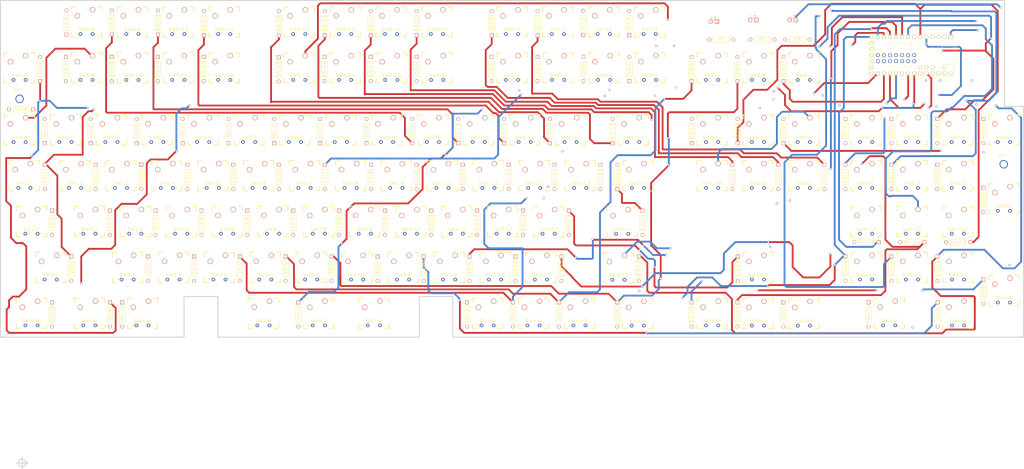
<source format=kicad_pcb>
(kicad_pcb (version 4) (host pcbnew 4.0.6-e0-6349~53~ubuntu14.04.1)
  (title_block (date "3 aug 2012"))
  (layers (0 Front signal) (1 In1.Cu signal) (2 In2.Cu signal) (31 Back signal) (34 B.Paste user) (35 F.Paste user) (36 B.SilkS user) (37 F.SilkS user) (38 B.Mask user) (39 F.Mask user) (44 Edge.Cuts user))
  (net 0 "")
  (net 1 /COL0)
  (net 2 /COL1)
  (net 3 /COL10)
  (net 4 /COL11)
  (net 5 /COL12)
  (net 6 /COL13)
  (net 7 /COL2)
  (net 8 /COL3)
  (net 9 /COL4)
  (net 10 /COL5)
  (net 11 /COL6)
  (net 12 /COL7)
  (net 13 /COL8)
  (net 14 /COL9)
  (net 15 /LED_A)
  (net 16 /LED_B)
  (net 17 /LED_C)
  (net 18 /ROW0)
  (net 19 /ROW1)
  (net 20 /ROW2)
  (net 21 /ROW3)
  (net 22 /ROW4)
  (net 23 GND)
  (net 24 "Net-(D0:0-Pad1)")
  (net 25 "Net-(D0:1-Pad1)")
  (net 26 "Net-(D0:2-Pad1)")
  (net 27 "Net-(D0:10-Pad1)")
  (net 28 "Net-(D0:11-Pad1)")
  (net 29 "Net-(D0:12-Pad1)")
  (net 30 "Net-(D0:13-Pad1)")
  (net 31 "Net-(D1:2-Pad1)")
  (net 32 "Net-(D1:3-Pad1)")
  (net 33 "Net-(D1:4-Pad1)")
  (net 34 "Net-(D1:5-Pad1)")
  (net 35 "Net-(D1:6-Pad1)")
  (net 36 "Net-(D1:7-Pad1)")
  (net 37 "Net-(D1:8-Pad1)")
  (net 38 "Net-(D1:9-Pad1)")
  (net 39 "Net-(D1:10-Pad1)")
  (net 40 "Net-(D1:11-Pad1)")
  (net 41 "Net-(D2:0-Pad1)")
  (net 42 "Net-(D2:1-Pad1)")
  (net 43 "Net-(D2:2-Pad1)")
  (net 44 "Net-(D2:3-Pad1)")
  (net 45 "Net-(D2:4-Pad1)")
  (net 46 "Net-(D2:5-Pad1)")
  (net 47 "Net-(D2:6-Pad1)")
  (net 48 "Net-(D2:7-Pad1)")
  (net 49 "Net-(D2:8-Pad1)")
  (net 50 "Net-(D2:9-Pad1)")
  (net 51 "Net-(D2:10-Pad1)")
  (net 52 "Net-(D2:11-Pad1)")
  (net 53 "Net-(D3:0-Pad1)")
  (net 54 "Net-(D3:1-Pad1)")
  (net 55 "Net-(D3:2-Pad1)")
  (net 56 "Net-(D3:3-Pad1)")
  (net 57 "Net-(D3:4-Pad1)")
  (net 58 "Net-(D3:5-Pad1)")
  (net 59 "Net-(D3:6-Pad1)")
  (net 60 "Net-(D3:7-Pad1)")
  (net 61 "Net-(D3:8-Pad1)")
  (net 62 "Net-(D3:9-Pad1)")
  (net 63 "Net-(D3:10-Pad1)")
  (net 64 "Net-(D3:11-Pad1)")
  (net 65 "Net-(D3:12-Pad1)")
  (net 66 "Net-(D3:13-Pad1)")
  (net 67 "Net-(D4:0-Pad1)")
  (net 68 "Net-(D4:1-Pad1)")
  (net 69 "Net-(D4:2-Pad1)")
  (net 70 "Net-(D4:3-Pad1)")
  (net 71 "Net-(D4:4-Pad1)")
  (net 72 "Net-(D4:5-Pad1)")
  (net 73 "Net-(D4:6-Pad1)")
  (net 74 "Net-(D4:7-Pad1)")
  (net 75 "Net-(D4:8-Pad1)")
  (net 76 "Net-(D4:9-Pad1)")
  (net 77 "Net-(D4:10-Pad1)")
  (net 78 "Net-(D4:11-Pad1)")
  (net 79 "Net-(D4:12-Pad1)")
  (net 80 "Net-(D4:13-Pad1)")
  (net 81 "Net-(L1-Pad1)")
  (net 82 "Net-(L2-Pad1)")
  (net 83 "Net-(L3-Pad1)")
  (net 84 "Net-(U1-Pad16)")
  (net 85 "Net-(U1-Pad20)")
  (net 86 "Net-(D0:4-Pad1)")
  (net 87 "Net-(D1:1-Pad1)")
  (net 88 "Net-(D1:12-Pad1)")
  (net 89 "Net-(D2:12-Pad1)")
  (net 90 "Net-(D0:3-Pad1)")
  (net 91 "Net-(D0:5-Pad1)")
  (net 92 "Net-(D0:6-Pad1)")
  (net 93 "Net-(D0:7-Pad1)")
  (net 94 "Net-(D0:8-Pad1)")
  (net 95 "Net-(D0:9-Pad1)")
  (net 96 "Net-(D0:14-Pad1)")
  (net 97 /COL14)
  (net 98 "Net-(D0:15-Pad1)")
  (net 99 /COL15)
  (net 100 "Net-(D1:0-Pad1)")
  (net 101 "Net-(D1:13-Pad1)")
  (net 102 "Net-(D1:14-Pad1)")
  (net 103 "Net-(D1:15-Pad1)")
  (net 104 "Net-(D2:13-Pad1)")
  (net 105 "Net-(D2:14-Pad1)")
  (net 106 "Net-(D2:15-Pad1)")
  (net 107 "Net-(D3:14-Pad1)")
  (net 108 "Net-(D3:15-Pad1)")
  (net 109 "Net-(D4:14-Pad1)")
  (net 110 "Net-(D4:15-Pad1)")
  (net 111 "Net-(D5:0-Pad1)")
  (net 112 "Net-(D5:1-Pad1)")
  (net 113 "Net-(D5:2-Pad1)")
  (net 114 "Net-(D5:3-Pad1)")
  (net 115 "Net-(D5:4-Pad1)")
  (net 116 "Net-(D5:5-Pad1)")
  (net 117 "Net-(D5:6-Pad1)")
  (net 118 "Net-(D5:7-Pad1)")
  (net 119 "Net-(D5:8-Pad1)")
  (net 120 "Net-(D5:9-Pad1)")
  (net 121 "Net-(D5:10-Pad1)")
  (net 122 "Net-(D5:11-Pad1)")
  (net 123 "Net-(D5:12-Pad1)")
  (net 124 "Net-(D5:13-Pad1)")
  (net 125 "Net-(D5:14-Pad1)")
  (net 126 "Net-(D5:15-Pad1)")
  (net 127 "Net-(D6:0-Pad1)")
  (net 128 "Net-(D6:1-Pad1)")
  (net 129 "Net-(D6:2-Pad1)")
  (net 130 "Net-(D6:3-Pad1)")
  (net 131 "Net-(D6:4-Pad1)")
  (net 132 "Net-(D6:5-Pad1)")
  (net 133 "Net-(D6:6-Pad1)")
  (net 134 "Net-(D6:7-Pad1)")
  (net 135 "Net-(D6:8-Pad1)")
  (net 136 "Net-(D6:9-Pad1)")
  (net 137 "Net-(D6:10-Pad1)")
  (net 138 "Net-(D6:11-Pad1)")
  (net 139 "Net-(D6:12-Pad1)")
  (net 140 "Net-(D6:13-Pad1)")
  (net 141 "Net-(D6:14-Pad1)")
  (net 142 "Net-(D6:15-Pad1)")
  (net 143 "Net-(D7:0-Pad1)")
  (net 144 "Net-(D7:1-Pad1)")
  (net 145 "Net-(D7:2-Pad1)")
  (net 146 /ROW5)
  (net 147 /ROW6)
  (net 148 /ROW7)
  (net 149 "Net-(U1-Pad15)")
  (net 150 "Net-(U1-Pad17)")
  (net 151 "Net-(U1-Pad18)")
  (net 152 "Net-(U1-Pad19)")
  (net 153 "Net-(U1-Pad31)")
  (net 154 "Net-(U1-Pad32)")
  (net 155 "Net-(U1-Pad33)")
  (net 156 "Net-(U1-Pad34)")
  (net 157 "Net-(U1-Pad35)")
  (net 158 "Net-(U1-Pad39)")
  (net 159 "Net-(U1-Pad40)")
  (net 160 "Net-(U1-Pad42)")
  (net 161 "Net-(U1-Pad43)")
  (net 162 "Net-(U1-Pad44)")
  (net 163 "Net-(U1-Pad45)")
  (net 164 "Net-(U1-Pad46)")
  (net 165 "Net-(U1-Pad47)")
  (net 166 "Net-(U1-Pad48)")
  (net 167 "Net-(U1-Pad49)")
  (net 168 "Net-(U1-Pad50)")
  (net 169 "Net-(U1-Pad51)")
  (net 170 "Net-(D7:3-Pad1)")
  (net 171 "Net-(SW7:4-Pad4)")
  (net 172 "Net-(SW7:5-Pad4)")
  (net 173 "Net-(SW7:4-Pad3)")
  (net 174 "Net-(SW7:5-Pad3)")
  (net 175 "Net-(SW0:0-Pad3)")
  (net 176 "Net-(SW0:0-Pad4)")
  (net 177 "Net-(SW0:1-Pad3)")
  (net 178 "Net-(SW0:1-Pad4)")
  (net 179 "Net-(SW0:2-Pad3)")
  (net 180 "Net-(SW0:2-Pad4)")
  (net 181 "Net-(SW0:3-Pad3)")
  (net 182 "Net-(SW0:3-Pad4)")
  (net 183 "Net-(SW0:4-Pad3)")
  (net 184 "Net-(SW0:4-Pad4)")
  (net 185 "Net-(SW0:5-Pad3)")
  (net 186 "Net-(SW0:5-Pad4)")
  (net 187 "Net-(SW0:6-Pad3)")
  (net 188 "Net-(SW0:6-Pad4)")
  (net 189 "Net-(SW0:7-Pad3)")
  (net 190 "Net-(SW0:7-Pad4)")
  (net 191 "Net-(SW0:8-Pad3)")
  (net 192 "Net-(SW0:8-Pad4)")
  (net 193 "Net-(SW0:9-Pad3)")
  (net 194 "Net-(SW0:9-Pad4)")
  (net 195 "Net-(SW0:10-Pad3)")
  (net 196 "Net-(SW0:10-Pad4)")
  (net 197 "Net-(SW0:11-Pad3)")
  (net 198 "Net-(SW0:11-Pad4)")
  (net 199 "Net-(SW0:12-Pad3)")
  (net 200 "Net-(SW0:12-Pad4)")
  (net 201 "Net-(SW0:13-Pad3)")
  (net 202 "Net-(SW0:13-Pad4)")
  (net 203 "Net-(SW0:14-Pad3)")
  (net 204 "Net-(SW0:14-Pad4)")
  (net 205 "Net-(SW0:15-Pad3)")
  (net 206 "Net-(SW0:15-Pad4)")
  (net 207 "Net-(SW1:0-Pad3)")
  (net 208 "Net-(SW1:0-Pad4)")
  (net 209 "Net-(SW1:1-Pad3)")
  (net 210 "Net-(SW1:1-Pad4)")
  (net 211 "Net-(SW1:2-Pad3)")
  (net 212 "Net-(SW1:2-Pad4)")
  (net 213 "Net-(SW1:3-Pad3)")
  (net 214 "Net-(SW1:3-Pad4)")
  (net 215 "Net-(SW1:4-Pad3)")
  (net 216 "Net-(SW1:4-Pad4)")
  (net 217 "Net-(SW1:5-Pad3)")
  (net 218 "Net-(SW1:5-Pad4)")
  (net 219 "Net-(SW1:6-Pad3)")
  (net 220 "Net-(SW1:6-Pad4)")
  (net 221 "Net-(SW1:7-Pad3)")
  (net 222 "Net-(SW1:7-Pad4)")
  (net 223 "Net-(SW1:8-Pad3)")
  (net 224 "Net-(SW1:8-Pad4)")
  (net 225 "Net-(SW1:9-Pad3)")
  (net 226 "Net-(SW1:9-Pad4)")
  (net 227 "Net-(SW1:10-Pad3)")
  (net 228 "Net-(SW1:10-Pad4)")
  (net 229 "Net-(SW1:11-Pad3)")
  (net 230 "Net-(SW1:11-Pad4)")
  (net 231 "Net-(SW1:12-Pad3)")
  (net 232 "Net-(SW1:12-Pad4)")
  (net 233 "Net-(SW1:13-Pad3)")
  (net 234 "Net-(SW1:13-Pad4)")
  (net 235 "Net-(SW1:14-Pad3)")
  (net 236 "Net-(SW1:14-Pad4)")
  (net 237 "Net-(SW1:15-Pad3)")
  (net 238 "Net-(SW1:15-Pad4)")
  (net 239 "Net-(SW2:0-Pad3)")
  (net 240 "Net-(SW2:0-Pad4)")
  (net 241 "Net-(SW2:1-Pad3)")
  (net 242 "Net-(SW2:1-Pad4)")
  (net 243 "Net-(SW2:2-Pad3)")
  (net 244 "Net-(SW2:2-Pad4)")
  (net 245 "Net-(SW2:3-Pad3)")
  (net 246 "Net-(SW2:3-Pad4)")
  (net 247 "Net-(SW2:4-Pad3)")
  (net 248 "Net-(SW2:4-Pad4)")
  (net 249 "Net-(SW2:5-Pad3)")
  (net 250 "Net-(SW2:5-Pad4)")
  (net 251 "Net-(SW2:6-Pad3)")
  (net 252 "Net-(SW2:6-Pad4)")
  (net 253 "Net-(SW2:7-Pad3)")
  (net 254 "Net-(SW2:7-Pad4)")
  (net 255 "Net-(SW2:8-Pad3)")
  (net 256 "Net-(SW2:8-Pad4)")
  (net 257 "Net-(SW2:9-Pad3)")
  (net 258 "Net-(SW2:9-Pad4)")
  (net 259 "Net-(SW2:10-Pad3)")
  (net 260 "Net-(SW2:10-Pad4)")
  (net 261 "Net-(SW2:11-Pad3)")
  (net 262 "Net-(SW2:11-Pad4)")
  (net 263 "Net-(SW2:12-Pad3)")
  (net 264 "Net-(SW2:12-Pad4)")
  (net 265 "Net-(SW2:13-Pad3)")
  (net 266 "Net-(SW2:13-Pad4)")
  (net 267 "Net-(SW2:14-Pad3)")
  (net 268 "Net-(SW2:14-Pad4)")
  (net 269 "Net-(SW2:15-Pad3)")
  (net 270 "Net-(SW2:15-Pad4)")
  (net 271 "Net-(SW3:0-Pad3)")
  (net 272 "Net-(SW3:0-Pad4)")
  (net 273 "Net-(SW3:1-Pad3)")
  (net 274 "Net-(SW3:1-Pad4)")
  (net 275 "Net-(SW3:2-Pad3)")
  (net 276 "Net-(SW3:2-Pad4)")
  (net 277 "Net-(SW3:3-Pad3)")
  (net 278 "Net-(SW3:3-Pad4)")
  (net 279 "Net-(SW3:4-Pad3)")
  (net 280 "Net-(SW3:4-Pad4)")
  (net 281 "Net-(SW3:5-Pad3)")
  (net 282 "Net-(SW3:5-Pad4)")
  (net 283 "Net-(SW3:6-Pad3)")
  (net 284 "Net-(SW3:6-Pad4)")
  (net 285 "Net-(SW3:7-Pad3)")
  (net 286 "Net-(SW3:7-Pad4)")
  (net 287 "Net-(SW3:8-Pad3)")
  (net 288 "Net-(SW3:8-Pad4)")
  (net 289 "Net-(SW3:9-Pad3)")
  (net 290 "Net-(SW3:9-Pad4)")
  (net 291 "Net-(SW3:10-Pad3)")
  (net 292 "Net-(SW3:10-Pad4)")
  (net 293 "Net-(SW3:11-Pad3)")
  (net 294 "Net-(SW3:11-Pad4)")
  (net 295 "Net-(SW3:12-Pad3)")
  (net 296 "Net-(SW3:12-Pad4)")
  (net 297 "Net-(SW3:13-Pad3)")
  (net 298 "Net-(SW3:13-Pad4)")
  (net 299 "Net-(SW3:14-Pad3)")
  (net 300 "Net-(SW3:14-Pad4)")
  (net 301 "Net-(SW3:15-Pad3)")
  (net 302 "Net-(SW3:15-Pad4)")
  (net 303 "Net-(SW4:0-Pad3)")
  (net 304 "Net-(SW4:0-Pad4)")
  (net 305 "Net-(SW4:1-Pad3)")
  (net 306 "Net-(SW4:1-Pad4)")
  (net 307 "Net-(SW4:2-Pad3)")
  (net 308 "Net-(SW4:2-Pad4)")
  (net 309 "Net-(SW4:3-Pad3)")
  (net 310 "Net-(SW4:3-Pad4)")
  (net 311 "Net-(SW4:4-Pad3)")
  (net 312 "Net-(SW4:4-Pad4)")
  (net 313 "Net-(SW4:5-Pad3)")
  (net 314 "Net-(SW4:5-Pad4)")
  (net 315 "Net-(SW4:6-Pad3)")
  (net 316 "Net-(SW4:6-Pad4)")
  (net 317 "Net-(SW4:7-Pad3)")
  (net 318 "Net-(SW4:7-Pad4)")
  (net 319 "Net-(SW4:8-Pad3)")
  (net 320 "Net-(SW4:8-Pad4)")
  (net 321 "Net-(SW4:9-Pad3)")
  (net 322 "Net-(SW4:9-Pad4)")
  (net 323 "Net-(SW4:10-Pad3)")
  (net 324 "Net-(SW4:10-Pad4)")
  (net 325 "Net-(SW4:11-Pad3)")
  (net 326 "Net-(SW4:11-Pad4)")
  (net 327 "Net-(SW4:12-Pad3)")
  (net 328 "Net-(SW4:12-Pad4)")
  (net 329 "Net-(SW4:13-Pad3)")
  (net 330 "Net-(SW4:13-Pad4)")
  (net 331 "Net-(SW4:14-Pad3)")
  (net 332 "Net-(SW4:14-Pad4)")
  (net 333 "Net-(SW4:15-Pad3)")
  (net 334 "Net-(SW4:15-Pad4)")
  (net 335 "Net-(SW5:0-Pad3)")
  (net 336 "Net-(SW5:0-Pad4)")
  (net 337 "Net-(SW5:1-Pad3)")
  (net 338 "Net-(SW5:1-Pad4)")
  (net 339 "Net-(SW5:2-Pad3)")
  (net 340 "Net-(SW5:2-Pad4)")
  (net 341 "Net-(SW5:3-Pad3)")
  (net 342 "Net-(SW5:3-Pad4)")
  (net 343 "Net-(SW5:4-Pad3)")
  (net 344 "Net-(SW5:4-Pad4)")
  (net 345 "Net-(SW5:5-Pad3)")
  (net 346 "Net-(SW5:5-Pad4)")
  (net 347 "Net-(SW5:6-Pad3)")
  (net 348 "Net-(SW5:6-Pad4)")
  (net 349 "Net-(SW5:7-Pad3)")
  (net 350 "Net-(SW5:7-Pad4)")
  (net 351 "Net-(SW5:8-Pad3)")
  (net 352 "Net-(SW5:8-Pad4)")
  (net 353 "Net-(SW5:9-Pad3)")
  (net 354 "Net-(SW5:9-Pad4)")
  (net 355 "Net-(SW5:10-Pad3)")
  (net 356 "Net-(SW5:10-Pad4)")
  (net 357 "Net-(SW5:11-Pad3)")
  (net 358 "Net-(SW5:11-Pad4)")
  (net 359 "Net-(SW5:12-Pad3)")
  (net 360 "Net-(SW5:12-Pad4)")
  (net 361 "Net-(SW5:13-Pad3)")
  (net 362 "Net-(SW5:13-Pad4)")
  (net 363 "Net-(SW5:14-Pad3)")
  (net 364 "Net-(SW5:14-Pad4)")
  (net 365 "Net-(SW5:15-Pad3)")
  (net 366 "Net-(SW5:15-Pad4)")
  (net 367 "Net-(SW6:0-Pad3)")
  (net 368 "Net-(SW6:0-Pad4)")
  (net 369 "Net-(SW6:1-Pad3)")
  (net 370 "Net-(SW6:1-Pad4)")
  (net 371 "Net-(SW6:2-Pad3)")
  (net 372 "Net-(SW6:2-Pad4)")
  (net 373 "Net-(SW6:3-Pad3)")
  (net 374 "Net-(SW6:3-Pad4)")
  (net 375 "Net-(SW6:4-Pad3)")
  (net 376 "Net-(SW6:4-Pad4)")
  (net 377 "Net-(SW6:5-Pad3)")
  (net 378 "Net-(SW6:5-Pad4)")
  (net 379 "Net-(SW6:6-Pad3)")
  (net 380 "Net-(SW6:6-Pad4)")
  (net 381 "Net-(SW6:7-Pad3)")
  (net 382 "Net-(SW6:7-Pad4)")
  (net 383 "Net-(SW6:8-Pad3)")
  (net 384 "Net-(SW6:8-Pad4)")
  (net 385 "Net-(SW6:9-Pad3)")
  (net 386 "Net-(SW6:9-Pad4)")
  (net 387 "Net-(SW6:10-Pad3)")
  (net 388 "Net-(SW6:10-Pad4)")
  (net 389 "Net-(SW6:11-Pad3)")
  (net 390 "Net-(SW6:11-Pad4)")
  (net 391 "Net-(SW6:12-Pad3)")
  (net 392 "Net-(SW6:12-Pad4)")
  (net 393 "Net-(SW6:13-Pad3)")
  (net 394 "Net-(SW6:13-Pad4)")
  (net 395 "Net-(SW6:14-Pad3)")
  (net 396 "Net-(SW6:14-Pad4)")
  (net 397 "Net-(SW6:15-Pad3)")
  (net 398 "Net-(SW6:15-Pad4)")
  (net 399 "Net-(SW7:0-Pad3)")
  (net 400 "Net-(SW7:0-Pad4)")
  (net 401 "Net-(SW7:1-Pad3)")
  (net 402 "Net-(SW7:1-Pad4)")
  (net 403 "Net-(SW7:2-Pad3)")
  (net 404 "Net-(SW7:2-Pad4)")
  (net 405 "Net-(SW7:3-Pad3)")
  (net 406 "Net-(SW7:3-Pad4)")
  (module footprints:DIODE (layer Front) (at 68 128.5 270)
    (fp_text reference D0:0 (at 0 0 270) (layer F.SilkS) (effects (font (size 1.27 1.524) (thickness 0.2032))))
    (fp_text value D hide)
    (pad 2 thru_hole rect (at 5.08 0 270) (size 1.651 1.651) (drill 0.9906) (layers *.Cu *.SilkS *.Mask) (net 1 /COL0))
    (pad 1 thru_hole circle (at -5.08 0 270) (size 1.651 1.651) (drill 0.9906) (layers *.Cu *.SilkS *.Mask) (net 24 "Net-(D0:0-Pad1)"))
  )
  (module footprints:DIODE (layer Front) (at 69.9 154.5 270)
    (fp_text reference D0:1 (at 0 0 270) (layer F.SilkS) (effects (font (size 1.27 1.524) (thickness 0.2032))))
    (fp_text value D hide)
    (pad 2 thru_hole rect (at 5.08 0 270) (size 1.651 1.651) (drill 0.9906) (layers *.Cu *.SilkS *.Mask) (net 2 /COL1))
    (pad 1 thru_hole circle (at -5.08 0 270) (size 1.651 1.651) (drill 0.9906) (layers *.Cu *.SilkS *.Mask) (net 25 "Net-(D0:1-Pad1)"))
  )
  (module footprints:DIODE (layer Front) (at 89.2 154.5 270)
    (fp_text reference D0:2 (at 0 0 270) (layer F.SilkS) (effects (font (size 1.27 1.524) (thickness 0.2032))))
    (fp_text value D hide)
    (pad 2 thru_hole rect (at 5.08 0 270) (size 1.651 1.651) (drill 0.9906) (layers *.Cu *.SilkS *.Mask) (net 7 /COL2))
    (pad 1 thru_hole circle (at -5.08 0 270) (size 1.651 1.651) (drill 0.9906) (layers *.Cu *.SilkS *.Mask) (net 26 "Net-(D0:2-Pad1)"))
  )
  (module footprints:DIODE (layer Front) (at 108.4 154.5 270)
    (fp_text reference D0:3 (at 0 0 270) (layer F.SilkS) (effects (font (size 1.27 1.524) (thickness 0.2032))))
    (fp_text value D hide)
    (pad 2 thru_hole rect (at 5.08 0 270) (size 1.651 1.651) (drill 0.9906) (layers *.Cu *.SilkS *.Mask) (net 8 /COL3))
    (pad 1 thru_hole circle (at -5.08 0 270) (size 1.651 1.651) (drill 0.9906) (layers *.Cu *.SilkS *.Mask) (net 90 "Net-(D0:3-Pad1)"))
  )
  (module footprints:DIODE (layer Front) (at 127.6 154.5 270)
    (fp_text reference D0:4 (at 0 0 270) (layer F.SilkS) (effects (font (size 1.27 1.524) (thickness 0.2032))))
    (fp_text value D hide)
    (pad 2 thru_hole rect (at 5.08 0 270) (size 1.651 1.651) (drill 0.9906) (layers *.Cu *.SilkS *.Mask) (net 9 /COL4))
    (pad 1 thru_hole circle (at -5.08 0 270) (size 1.651 1.651) (drill 0.9906) (layers *.Cu *.SilkS *.Mask) (net 86 "Net-(D0:4-Pad1)"))
  )
  (module footprints:DIODE (layer Front) (at 146.8 154.5 270)
    (fp_text reference D0:5 (at 0 0 270) (layer F.SilkS) (effects (font (size 1.27 1.524) (thickness 0.2032))))
    (fp_text value D hide)
    (pad 2 thru_hole rect (at 5.08 0 270) (size 1.651 1.651) (drill 0.9906) (layers *.Cu *.SilkS *.Mask) (net 10 /COL5))
    (pad 1 thru_hole circle (at -5.08 0 270) (size 1.651 1.651) (drill 0.9906) (layers *.Cu *.SilkS *.Mask) (net 91 "Net-(D0:5-Pad1)"))
  )
  (module footprints:DIODE (layer Front) (at 165.9 154.5 270)
    (fp_text reference D0:6 (at 0 0 270) (layer F.SilkS) (effects (font (size 1.27 1.524) (thickness 0.2032))))
    (fp_text value D hide)
    (pad 2 thru_hole rect (at 5.08 0 270) (size 1.651 1.651) (drill 0.9906) (layers *.Cu *.SilkS *.Mask) (net 11 /COL6))
    (pad 1 thru_hole circle (at -5.08 0 270) (size 1.651 1.651) (drill 0.9906) (layers *.Cu *.SilkS *.Mask) (net 92 "Net-(D0:6-Pad1)"))
  )
  (module footprints:DIODE (layer Front) (at 185.1 154.5 270)
    (fp_text reference D0:7 (at 0 0 270) (layer F.SilkS) (effects (font (size 1.27 1.524) (thickness 0.2032))))
    (fp_text value D hide)
    (pad 2 thru_hole rect (at 5.08 0 270) (size 1.651 1.651) (drill 0.9906) (layers *.Cu *.SilkS *.Mask) (net 12 /COL7))
    (pad 1 thru_hole circle (at -5.08 0 270) (size 1.651 1.651) (drill 0.9906) (layers *.Cu *.SilkS *.Mask) (net 93 "Net-(D0:7-Pad1)"))
  )
  (module footprints:DIODE (layer Front) (at 204.5 154.5 270)
    (fp_text reference D0:8 (at 0 0 270) (layer F.SilkS) (effects (font (size 1.27 1.524) (thickness 0.2032))))
    (fp_text value D hide)
    (pad 2 thru_hole rect (at 5.08 0 270) (size 1.651 1.651) (drill 0.9906) (layers *.Cu *.SilkS *.Mask) (net 13 /COL8))
    (pad 1 thru_hole circle (at -5.08 0 270) (size 1.651 1.651) (drill 0.9906) (layers *.Cu *.SilkS *.Mask) (net 94 "Net-(D0:8-Pad1)"))
  )
  (module footprints:DIODE (layer Front) (at 223.7 154.5 270)
    (fp_text reference D0:9 (at 0 0 270) (layer F.SilkS) (effects (font (size 1.27 1.524) (thickness 0.2032))))
    (fp_text value D hide)
    (pad 2 thru_hole rect (at 5.08 0 270) (size 1.651 1.651) (drill 0.9906) (layers *.Cu *.SilkS *.Mask) (net 14 /COL9))
    (pad 1 thru_hole circle (at -5.08 0 270) (size 1.651 1.651) (drill 0.9906) (layers *.Cu *.SilkS *.Mask) (net 95 "Net-(D0:9-Pad1)"))
  )
  (module footprints:DIODE (layer Front) (at 242.9 154.5 270)
    (fp_text reference D0:10 (at 0 0 270) (layer F.SilkS) (effects (font (size 1.27 1.524) (thickness 0.2032))))
    (fp_text value D hide)
    (pad 2 thru_hole rect (at 5.08 0 270) (size 1.651 1.651) (drill 0.9906) (layers *.Cu *.SilkS *.Mask) (net 3 /COL10))
    (pad 1 thru_hole circle (at -5.08 0 270) (size 1.651 1.651) (drill 0.9906) (layers *.Cu *.SilkS *.Mask) (net 27 "Net-(D0:10-Pad1)"))
  )
  (module footprints:DIODE (layer Front) (at 262.1 154.5 270)
    (fp_text reference D0:11 (at 0 0 270) (layer F.SilkS) (effects (font (size 1.27 1.524) (thickness 0.2032))))
    (fp_text value D hide)
    (pad 2 thru_hole rect (at 5.08 0 270) (size 1.651 1.651) (drill 0.9906) (layers *.Cu *.SilkS *.Mask) (net 4 /COL11))
    (pad 1 thru_hole circle (at -5.08 0 270) (size 1.651 1.651) (drill 0.9906) (layers *.Cu *.SilkS *.Mask) (net 28 "Net-(D0:11-Pad1)"))
  )
  (module footprints:DIODE (layer Front) (at 281.3 154.5 270)
    (fp_text reference D0:12 (at 0 0 270) (layer F.SilkS) (effects (font (size 1.27 1.524) (thickness 0.2032))))
    (fp_text value D hide)
    (pad 2 thru_hole rect (at 5.08 0 270) (size 1.651 1.651) (drill 0.9906) (layers *.Cu *.SilkS *.Mask) (net 5 /COL12))
    (pad 1 thru_hole circle (at -5.08 0 270) (size 1.651 1.651) (drill 0.9906) (layers *.Cu *.SilkS *.Mask) (net 29 "Net-(D0:12-Pad1)"))
  )
  (module footprints:DIODE (layer Front) (at 307.5 154.5 270)
    (fp_text reference D0:13 (at 0 0 270) (layer F.SilkS) (effects (font (size 1.27 1.524) (thickness 0.2032))))
    (fp_text value D hide)
    (pad 2 thru_hole rect (at 5.08 0 270) (size 1.651 1.651) (drill 0.9906) (layers *.Cu *.SilkS *.Mask) (net 6 /COL13))
    (pad 1 thru_hole circle (at -5.08 0 270) (size 1.651 1.651) (drill 0.9906) (layers *.Cu *.SilkS *.Mask) (net 30 "Net-(D0:13-Pad1)"))
  )
  (module footprints:DIODE (layer Front) (at 340.6 154.5 270)
    (fp_text reference D0:14 (at 0 0 270) (layer F.SilkS) (effects (font (size 1.27 1.524) (thickness 0.2032))))
    (fp_text value D hide)
    (pad 2 thru_hole rect (at 5.08 0 270) (size 1.651 1.651) (drill 0.9906) (layers *.Cu *.SilkS *.Mask) (net 97 /COL14))
    (pad 1 thru_hole circle (at -5.08 0 270) (size 1.651 1.651) (drill 0.9906) (layers *.Cu *.SilkS *.Mask) (net 96 "Net-(D0:14-Pad1)"))
  )
  (module footprints:DIODE (layer Front) (at 359.8 154.5 270)
    (fp_text reference D0:15 (at 0 0 270) (layer F.SilkS) (effects (font (size 1.27 1.524) (thickness 0.2032))))
    (fp_text value D hide)
    (pad 2 thru_hole rect (at 5.08 0 270) (size 1.651 1.651) (drill 0.9906) (layers *.Cu *.SilkS *.Mask) (net 99 /COL15))
    (pad 1 thru_hole circle (at -5.08 0 270) (size 1.651 1.651) (drill 0.9906) (layers *.Cu *.SilkS *.Mask) (net 98 "Net-(D0:15-Pad1)"))
  )
  (module footprints:DIODE (layer Front) (at 379 154.5 270)
    (fp_text reference D1:0 (at 0 0 270) (layer F.SilkS) (effects (font (size 1.27 1.524) (thickness 0.2032))))
    (fp_text value D hide)
    (pad 2 thru_hole rect (at 5.08 0 270) (size 1.651 1.651) (drill 0.9906) (layers *.Cu *.SilkS *.Mask) (net 1 /COL0))
    (pad 1 thru_hole circle (at -5.08 0 270) (size 1.651 1.651) (drill 0.9906) (layers *.Cu *.SilkS *.Mask) (net 100 "Net-(D1:0-Pad1)"))
  )
  (module footprints:DIODE (layer Front) (at 70 173.7 90)
    (fp_text reference D1:1 (at 0 0 90) (layer F.SilkS) (effects (font (size 1.27 1.524) (thickness 0.2032))))
    (fp_text value D hide)
    (pad 2 thru_hole rect (at 5.08 0 90) (size 1.651 1.651) (drill 0.9906) (layers *.Cu *.SilkS *.Mask) (net 2 /COL1))
    (pad 1 thru_hole circle (at -5.08 0 90) (size 1.651 1.651) (drill 0.9906) (layers *.Cu *.SilkS *.Mask) (net 87 "Net-(D1:1-Pad1)"))
  )
  (module footprints:DIODE (layer Front) (at 91.2 173.7 90)
    (fp_text reference D1:2 (at 0 0 90) (layer F.SilkS) (effects (font (size 1.27 1.524) (thickness 0.2032))))
    (fp_text value D hide)
    (pad 2 thru_hole rect (at 5.08 0 90) (size 1.651 1.651) (drill 0.9906) (layers *.Cu *.SilkS *.Mask) (net 7 /COL2))
    (pad 1 thru_hole circle (at -5.08 0 90) (size 1.651 1.651) (drill 0.9906) (layers *.Cu *.SilkS *.Mask) (net 31 "Net-(D1:2-Pad1)"))
  )
  (module footprints:DIODE (layer Front) (at 110.3 173.6 90)
    (fp_text reference D1:3 (at 0 0 90) (layer F.SilkS) (effects (font (size 1.27 1.524) (thickness 0.2032))))
    (fp_text value D hide)
    (pad 2 thru_hole rect (at 5.08 0 90) (size 1.651 1.651) (drill 0.9906) (layers *.Cu *.SilkS *.Mask) (net 8 /COL3))
    (pad 1 thru_hole circle (at -5.08 0 90) (size 1.651 1.651) (drill 0.9906) (layers *.Cu *.SilkS *.Mask) (net 32 "Net-(D1:3-Pad1)"))
  )
  (module footprints:DIODE (layer Front) (at 129.6 173.7 90)
    (fp_text reference D1:4 (at 0 0 90) (layer F.SilkS) (effects (font (size 1.27 1.524) (thickness 0.2032))))
    (fp_text value D hide)
    (pad 2 thru_hole rect (at 5.08 0 90) (size 1.651 1.651) (drill 0.9906) (layers *.Cu *.SilkS *.Mask) (net 9 /COL4))
    (pad 1 thru_hole circle (at -5.08 0 90) (size 1.651 1.651) (drill 0.9906) (layers *.Cu *.SilkS *.Mask) (net 33 "Net-(D1:4-Pad1)"))
  )
  (module footprints:DIODE (layer Front) (at 148.8 173.7 90)
    (fp_text reference D1:5 (at 0 0 90) (layer F.SilkS) (effects (font (size 1.27 1.524) (thickness 0.2032))))
    (fp_text value D hide)
    (pad 2 thru_hole rect (at 5.08 0 90) (size 1.651 1.651) (drill 0.9906) (layers *.Cu *.SilkS *.Mask) (net 10 /COL5))
    (pad 1 thru_hole circle (at -5.08 0 90) (size 1.651 1.651) (drill 0.9906) (layers *.Cu *.SilkS *.Mask) (net 34 "Net-(D1:5-Pad1)"))
  )
  (module footprints:DIODE (layer Front) (at 167.9 173.7 90)
    (fp_text reference D1:6 (at 0 0 90) (layer F.SilkS) (effects (font (size 1.27 1.524) (thickness 0.2032))))
    (fp_text value D hide)
    (pad 2 thru_hole rect (at 5.08 0 90) (size 1.651 1.651) (drill 0.9906) (layers *.Cu *.SilkS *.Mask) (net 11 /COL6))
    (pad 1 thru_hole circle (at -5.08 0 90) (size 1.651 1.651) (drill 0.9906) (layers *.Cu *.SilkS *.Mask) (net 35 "Net-(D1:6-Pad1)"))
  )
  (module footprints:DIODE (layer Front) (at 187.1 173.7 90)
    (fp_text reference D1:7 (at 0 0 90) (layer F.SilkS) (effects (font (size 1.27 1.524) (thickness 0.2032))))
    (fp_text value D hide)
    (pad 2 thru_hole rect (at 5.08 0 90) (size 1.651 1.651) (drill 0.9906) (layers *.Cu *.SilkS *.Mask) (net 12 /COL7))
    (pad 1 thru_hole circle (at -5.08 0 90) (size 1.651 1.651) (drill 0.9906) (layers *.Cu *.SilkS *.Mask) (net 36 "Net-(D1:7-Pad1)"))
  )
  (module footprints:DIODE (layer Front) (at 206.4 173.7 90)
    (fp_text reference D1:8 (at 0 0 90) (layer F.SilkS) (effects (font (size 1.27 1.524) (thickness 0.2032))))
    (fp_text value D hide)
    (pad 2 thru_hole rect (at 5.08 0 90) (size 1.651 1.651) (drill 0.9906) (layers *.Cu *.SilkS *.Mask) (net 13 /COL8))
    (pad 1 thru_hole circle (at -5.08 0 90) (size 1.651 1.651) (drill 0.9906) (layers *.Cu *.SilkS *.Mask) (net 37 "Net-(D1:8-Pad1)"))
  )
  (module footprints:DIODE (layer Front) (at 225.5 173.7 90)
    (fp_text reference D1:9 (at 0 0 90) (layer F.SilkS) (effects (font (size 1.27 1.524) (thickness 0.2032))))
    (fp_text value D hide)
    (pad 2 thru_hole rect (at 5.08 0 90) (size 1.651 1.651) (drill 0.9906) (layers *.Cu *.SilkS *.Mask) (net 14 /COL9))
    (pad 1 thru_hole circle (at -5.08 0 90) (size 1.651 1.651) (drill 0.9906) (layers *.Cu *.SilkS *.Mask) (net 38 "Net-(D1:9-Pad1)"))
  )
  (module footprints:DIODE (layer Front) (at 244.8 173.7 90)
    (fp_text reference D1:10 (at 0 0 90) (layer F.SilkS) (effects (font (size 1.27 1.524) (thickness 0.2032))))
    (fp_text value D hide)
    (pad 2 thru_hole rect (at 5.08 0 90) (size 1.651 1.651) (drill 0.9906) (layers *.Cu *.SilkS *.Mask) (net 3 /COL10))
    (pad 1 thru_hole circle (at -5.08 0 90) (size 1.651 1.651) (drill 0.9906) (layers *.Cu *.SilkS *.Mask) (net 39 "Net-(D1:10-Pad1)"))
  )
  (module footprints:DIODE (layer Front) (at 264 173.7 90)
    (fp_text reference D1:11 (at 0 0 90) (layer F.SilkS) (effects (font (size 1.27 1.524) (thickness 0.2032))))
    (fp_text value D hide)
    (pad 2 thru_hole rect (at 5.08 0 90) (size 1.651 1.651) (drill 0.9906) (layers *.Cu *.SilkS *.Mask) (net 4 /COL11))
    (pad 1 thru_hole circle (at -5.08 0 90) (size 1.651 1.651) (drill 0.9906) (layers *.Cu *.SilkS *.Mask) (net 40 "Net-(D1:11-Pad1)"))
  )
  (module footprints:DIODE (layer Front) (at 283.2 173.7 90)
    (fp_text reference D1:12 (at 0 0 90) (layer F.SilkS) (effects (font (size 1.27 1.524) (thickness 0.2032))))
    (fp_text value D hide)
    (pad 2 thru_hole rect (at 5.08 0 90) (size 1.651 1.651) (drill 0.9906) (layers *.Cu *.SilkS *.Mask) (net 5 /COL12))
    (pad 1 thru_hole circle (at -5.08 0 90) (size 1.651 1.651) (drill 0.9906) (layers *.Cu *.SilkS *.Mask) (net 88 "Net-(D1:12-Pad1)"))
  )
  (module footprints:DIODE (layer Front) (at 302.4 173.7 90)
    (fp_text reference D1:13 (at 0 0 90) (layer F.SilkS) (effects (font (size 1.27 1.524) (thickness 0.2032))))
    (fp_text value D hide)
    (pad 2 thru_hole rect (at 5.08 0 90) (size 1.651 1.651) (drill 0.9906) (layers *.Cu *.SilkS *.Mask) (net 6 /COL13))
    (pad 1 thru_hole circle (at -5.08 0 90) (size 1.651 1.651) (drill 0.9906) (layers *.Cu *.SilkS *.Mask) (net 101 "Net-(D1:13-Pad1)"))
  )
  (module footprints:DIODE (layer Front) (at 309.5 173.7 270)
    (fp_text reference D1:14 (at 0 0 270) (layer F.SilkS) (effects (font (size 1.27 1.524) (thickness 0.2032))))
    (fp_text value D hide)
    (pad 2 thru_hole rect (at 5.08 0 270) (size 1.651 1.651) (drill 0.9906) (layers *.Cu *.SilkS *.Mask) (net 97 /COL14))
    (pad 1 thru_hole circle (at -5.08 0 270) (size 1.651 1.651) (drill 0.9906) (layers *.Cu *.SilkS *.Mask) (net 102 "Net-(D1:14-Pad1)"))
  )
  (module footprints:DIODE (layer Front) (at 357.6 173.7 90)
    (fp_text reference D1:15 (at 0 0 90) (layer F.SilkS) (effects (font (size 1.27 1.524) (thickness 0.2032))))
    (fp_text value D hide)
    (pad 2 thru_hole rect (at 5.08 0 90) (size 1.651 1.651) (drill 0.9906) (layers *.Cu *.SilkS *.Mask) (net 99 /COL15))
    (pad 1 thru_hole circle (at -5.08 0 90) (size 1.651 1.651) (drill 0.9906) (layers *.Cu *.SilkS *.Mask) (net 103 "Net-(D1:15-Pad1)"))
  )
  (module footprints:DIODE (layer Front) (at 376.8 173.7 90)
    (fp_text reference D2:0 (at 0 0 90) (layer F.SilkS) (effects (font (size 1.27 1.524) (thickness 0.2032))))
    (fp_text value D hide)
    (pad 2 thru_hole rect (at 5.08 0 90) (size 1.651 1.651) (drill 0.9906) (layers *.Cu *.SilkS *.Mask) (net 1 /COL0))
    (pad 1 thru_hole circle (at -5.08 0 90) (size 1.651 1.651) (drill 0.9906) (layers *.Cu *.SilkS *.Mask) (net 41 "Net-(D2:0-Pad1)"))
  )
  (module footprints:DIODE (layer Front) (at 396.1 173.7 90)
    (fp_text reference D2:1 (at 0 0 90) (layer F.SilkS) (effects (font (size 1.27 1.524) (thickness 0.2032))))
    (fp_text value D hide)
    (pad 2 thru_hole rect (at 5.08 0 90) (size 1.651 1.651) (drill 0.9906) (layers *.Cu *.SilkS *.Mask) (net 2 /COL1))
    (pad 1 thru_hole circle (at -5.08 0 90) (size 1.651 1.651) (drill 0.9906) (layers *.Cu *.SilkS *.Mask) (net 42 "Net-(D2:1-Pad1)"))
  )
  (module footprints:DIODE (layer Front) (at 73 192.9 90)
    (fp_text reference D2:2 (at 0 0 90) (layer F.SilkS) (effects (font (size 1.27 1.524) (thickness 0.2032))))
    (fp_text value D hide)
    (pad 2 thru_hole rect (at 5.08 0 90) (size 1.651 1.651) (drill 0.9906) (layers *.Cu *.SilkS *.Mask) (net 7 /COL2))
    (pad 1 thru_hole circle (at -5.08 0 90) (size 1.651 1.651) (drill 0.9906) (layers *.Cu *.SilkS *.Mask) (net 43 "Net-(D2:2-Pad1)"))
  )
  (module footprints:DIODE (layer Front) (at 97.2 192.9 90)
    (fp_text reference D2:3 (at 0 0 90) (layer F.SilkS) (effects (font (size 1.27 1.524) (thickness 0.2032))))
    (fp_text value D hide)
    (pad 2 thru_hole rect (at 5.08 0 90) (size 1.651 1.651) (drill 0.9906) (layers *.Cu *.SilkS *.Mask) (net 8 /COL3))
    (pad 1 thru_hole circle (at -5.08 0 90) (size 1.651 1.651) (drill 0.9906) (layers *.Cu *.SilkS *.Mask) (net 44 "Net-(D2:3-Pad1)"))
  )
  (module footprints:DIODE (layer Front) (at 116.3 192.9 90)
    (fp_text reference D2:4 (at 0 0 90) (layer F.SilkS) (effects (font (size 1.27 1.524) (thickness 0.2032))))
    (fp_text value D hide)
    (pad 2 thru_hole rect (at 5.08 0 90) (size 1.651 1.651) (drill 0.9906) (layers *.Cu *.SilkS *.Mask) (net 9 /COL4))
    (pad 1 thru_hole circle (at -5.08 0 90) (size 1.651 1.651) (drill 0.9906) (layers *.Cu *.SilkS *.Mask) (net 45 "Net-(D2:4-Pad1)"))
  )
  (module footprints:DIODE (layer Front) (at 135.5 192.9 90)
    (fp_text reference D2:5 (at 0 0 90) (layer F.SilkS) (effects (font (size 1.27 1.524) (thickness 0.2032))))
    (fp_text value D hide)
    (pad 2 thru_hole rect (at 5.08 0 90) (size 1.651 1.651) (drill 0.9906) (layers *.Cu *.SilkS *.Mask) (net 10 /COL5))
    (pad 1 thru_hole circle (at -5.08 0 90) (size 1.651 1.651) (drill 0.9906) (layers *.Cu *.SilkS *.Mask) (net 46 "Net-(D2:5-Pad1)"))
  )
  (module footprints:DIODE (layer Front) (at 154.7 192.9 90)
    (fp_text reference D2:6 (at 0 0 90) (layer F.SilkS) (effects (font (size 1.27 1.524) (thickness 0.2032))))
    (fp_text value D hide)
    (pad 2 thru_hole rect (at 5.08 0 90) (size 1.651 1.651) (drill 0.9906) (layers *.Cu *.SilkS *.Mask) (net 11 /COL6))
    (pad 1 thru_hole circle (at -5.08 0 90) (size 1.651 1.651) (drill 0.9906) (layers *.Cu *.SilkS *.Mask) (net 47 "Net-(D2:6-Pad1)"))
  )
  (module footprints:DIODE (layer Front) (at 173.9 192.9 90)
    (fp_text reference D2:7 (at 0 0 90) (layer F.SilkS) (effects (font (size 1.27 1.524) (thickness 0.2032))))
    (fp_text value D hide)
    (pad 2 thru_hole rect (at 5.08 0 90) (size 1.651 1.651) (drill 0.9906) (layers *.Cu *.SilkS *.Mask) (net 12 /COL7))
    (pad 1 thru_hole circle (at -5.08 0 90) (size 1.651 1.651) (drill 0.9906) (layers *.Cu *.SilkS *.Mask) (net 48 "Net-(D2:7-Pad1)"))
  )
  (module footprints:DIODE (layer Front) (at 193.1 192.9 90)
    (fp_text reference D2:8 (at 0 0 90) (layer F.SilkS) (effects (font (size 1.27 1.524) (thickness 0.2032))))
    (fp_text value D hide)
    (pad 2 thru_hole rect (at 5.08 0 90) (size 1.651 1.651) (drill 0.9906) (layers *.Cu *.SilkS *.Mask) (net 13 /COL8))
    (pad 1 thru_hole circle (at -5.08 0 90) (size 1.651 1.651) (drill 0.9906) (layers *.Cu *.SilkS *.Mask) (net 49 "Net-(D2:8-Pad1)"))
  )
  (module footprints:DIODE (layer Front) (at 212.3 192.9 90)
    (fp_text reference D2:9 (at 0 0 90) (layer F.SilkS) (effects (font (size 1.27 1.524) (thickness 0.2032))))
    (fp_text value D hide)
    (pad 2 thru_hole rect (at 5.08 0 90) (size 1.651 1.651) (drill 0.9906) (layers *.Cu *.SilkS *.Mask) (net 14 /COL9))
    (pad 1 thru_hole circle (at -5.08 0 90) (size 1.651 1.651) (drill 0.9906) (layers *.Cu *.SilkS *.Mask) (net 50 "Net-(D2:9-Pad1)"))
  )
  (module footprints:DIODE (layer Front) (at 231.6 192.9 90)
    (fp_text reference D2:10 (at 0 0 90) (layer F.SilkS) (effects (font (size 1.27 1.524) (thickness 0.2032))))
    (fp_text value D hide)
    (pad 2 thru_hole rect (at 5.08 0 90) (size 1.651 1.651) (drill 0.9906) (layers *.Cu *.SilkS *.Mask) (net 3 /COL10))
    (pad 1 thru_hole circle (at -5.08 0 90) (size 1.651 1.651) (drill 0.9906) (layers *.Cu *.SilkS *.Mask) (net 51 "Net-(D2:10-Pad1)"))
  )
  (module footprints:DIODE (layer Front) (at 250.8 192.9 90)
    (fp_text reference D2:11 (at 0 0 90) (layer F.SilkS) (effects (font (size 1.27 1.524) (thickness 0.2032))))
    (fp_text value D hide)
    (pad 2 thru_hole rect (at 5.08 0 90) (size 1.651 1.651) (drill 0.9906) (layers *.Cu *.SilkS *.Mask) (net 4 /COL11))
    (pad 1 thru_hole circle (at -5.08 0 90) (size 1.651 1.651) (drill 0.9906) (layers *.Cu *.SilkS *.Mask) (net 52 "Net-(D2:11-Pad1)"))
  )
  (module footprints:DIODE (layer Front) (at 270 192.9 90)
    (fp_text reference D2:12 (at 0 0 90) (layer F.SilkS) (effects (font (size 1.27 1.524) (thickness 0.2032))))
    (fp_text value D hide)
    (pad 2 thru_hole rect (at 5.08 0 90) (size 1.651 1.651) (drill 0.9906) (layers *.Cu *.SilkS *.Mask) (net 5 /COL12))
    (pad 1 thru_hole circle (at -5.08 0 90) (size 1.651 1.651) (drill 0.9906) (layers *.Cu *.SilkS *.Mask) (net 89 "Net-(D2:12-Pad1)"))
  )
  (module footprints:DIODE (layer Front) (at 289.2 192.9 90)
    (fp_text reference D2:13 (at 0 0 90) (layer F.SilkS) (effects (font (size 1.27 1.524) (thickness 0.2032))))
    (fp_text value D hide)
    (pad 2 thru_hole rect (at 5.08 0 90) (size 1.651 1.651) (drill 0.9906) (layers *.Cu *.SilkS *.Mask) (net 6 /COL13))
    (pad 1 thru_hole circle (at -5.08 0 90) (size 1.651 1.651) (drill 0.9906) (layers *.Cu *.SilkS *.Mask) (net 104 "Net-(D2:13-Pad1)"))
  )
  (module footprints:DIODE (layer Front) (at 320 192.9 90)
    (fp_text reference D2:14 (at 0 0 90) (layer F.SilkS) (effects (font (size 1.27 1.524) (thickness 0.2032))))
    (fp_text value D hide)
    (pad 2 thru_hole rect (at 5.08 0 90) (size 1.651 1.651) (drill 0.9906) (layers *.Cu *.SilkS *.Mask) (net 97 /COL14))
    (pad 1 thru_hole circle (at -5.08 0 90) (size 1.651 1.651) (drill 0.9906) (layers *.Cu *.SilkS *.Mask) (net 105 "Net-(D2:14-Pad1)"))
  )
  (module footprints:DIODE (layer Front) (at 340.5 231.3 90)
    (fp_text reference D2:15 (at 0 0 90) (layer F.SilkS) (effects (font (size 1.27 1.524) (thickness 0.2032))))
    (fp_text value D hide)
    (pad 2 thru_hole rect (at 5.08 0 90) (size 1.651 1.651) (drill 0.9906) (layers *.Cu *.SilkS *.Mask) (net 99 /COL15))
    (pad 1 thru_hole circle (at -5.08 0 90) (size 1.651 1.651) (drill 0.9906) (layers *.Cu *.SilkS *.Mask) (net 106 "Net-(D2:15-Pad1)"))
  )
  (module footprints:DIODE (layer Front) (at 378.9 231.3 90)
    (fp_text reference D3:0 (at 0 0 90) (layer F.SilkS) (effects (font (size 1.27 1.524) (thickness 0.2032))))
    (fp_text value D hide)
    (pad 2 thru_hole rect (at 5.08 0 90) (size 1.651 1.651) (drill 0.9906) (layers *.Cu *.SilkS *.Mask) (net 1 /COL0))
    (pad 1 thru_hole circle (at -5.08 0 90) (size 1.651 1.651) (drill 0.9906) (layers *.Cu *.SilkS *.Mask) (net 53 "Net-(D3:0-Pad1)"))
  )
  (module footprints:DIODE (layer Front) (at 81 212.1 90)
    (fp_text reference D3:1 (at 0 0 90) (layer F.SilkS) (effects (font (size 1.27 1.524) (thickness 0.2032))))
    (fp_text value D hide)
    (pad 2 thru_hole rect (at 5.08 0 90) (size 1.651 1.651) (drill 0.9906) (layers *.Cu *.SilkS *.Mask) (net 2 /COL1))
    (pad 1 thru_hole circle (at -5.08 0 90) (size 1.651 1.651) (drill 0.9906) (layers *.Cu *.SilkS *.Mask) (net 54 "Net-(D3:1-Pad1)"))
  )
  (module footprints:DIODE (layer Front) (at 113.2 212.1 90)
    (fp_text reference D3:2 (at 0 0 90) (layer F.SilkS) (effects (font (size 1.27 1.524) (thickness 0.2032))))
    (fp_text value D hide)
    (pad 2 thru_hole rect (at 5.08 0 90) (size 1.651 1.651) (drill 0.9906) (layers *.Cu *.SilkS *.Mask) (net 7 /COL2))
    (pad 1 thru_hole circle (at -5.08 0 90) (size 1.651 1.651) (drill 0.9906) (layers *.Cu *.SilkS *.Mask) (net 55 "Net-(D3:2-Pad1)"))
  )
  (module footprints:DIODE (layer Front) (at 132.4 212.1 90)
    (fp_text reference D3:3 (at 0 0 90) (layer F.SilkS) (effects (font (size 1.27 1.524) (thickness 0.2032))))
    (fp_text value D hide)
    (pad 2 thru_hole rect (at 5.08 0 90) (size 1.651 1.651) (drill 0.9906) (layers *.Cu *.SilkS *.Mask) (net 8 /COL3))
    (pad 1 thru_hole circle (at -5.08 0 90) (size 1.651 1.651) (drill 0.9906) (layers *.Cu *.SilkS *.Mask) (net 56 "Net-(D3:3-Pad1)"))
  )
  (module footprints:DIODE (layer Front) (at 151.6 212.1 90)
    (fp_text reference D3:4 (at 0 0 90) (layer F.SilkS) (effects (font (size 1.27 1.524) (thickness 0.2032))))
    (fp_text value D hide)
    (pad 2 thru_hole rect (at 5.08 0 90) (size 1.651 1.651) (drill 0.9906) (layers *.Cu *.SilkS *.Mask) (net 9 /COL4))
    (pad 1 thru_hole circle (at -5.08 0 90) (size 1.651 1.651) (drill 0.9906) (layers *.Cu *.SilkS *.Mask) (net 57 "Net-(D3:4-Pad1)"))
  )
  (module footprints:DIODE (layer Front) (at 170.7 212.1 90)
    (fp_text reference D3:5 (at 0 0 90) (layer F.SilkS) (effects (font (size 1.27 1.524) (thickness 0.2032))))
    (fp_text value D hide)
    (pad 2 thru_hole rect (at 5.08 0 90) (size 1.651 1.651) (drill 0.9906) (layers *.Cu *.SilkS *.Mask) (net 10 /COL5))
    (pad 1 thru_hole circle (at -5.08 0 90) (size 1.651 1.651) (drill 0.9906) (layers *.Cu *.SilkS *.Mask) (net 58 "Net-(D3:5-Pad1)"))
  )
  (module footprints:DIODE (layer Front) (at 189.9 212.1 90)
    (fp_text reference D3:6 (at 0 0 90) (layer F.SilkS) (effects (font (size 1.27 1.524) (thickness 0.2032))))
    (fp_text value D hide)
    (pad 2 thru_hole rect (at 5.08 0 90) (size 1.651 1.651) (drill 0.9906) (layers *.Cu *.SilkS *.Mask) (net 11 /COL6))
    (pad 1 thru_hole circle (at -5.08 0 90) (size 1.651 1.651) (drill 0.9906) (layers *.Cu *.SilkS *.Mask) (net 59 "Net-(D3:6-Pad1)"))
  )
  (module footprints:DIODE (layer Front) (at 209.2 212.1 90)
    (fp_text reference D3:7 (at 0 0 90) (layer F.SilkS) (effects (font (size 1.27 1.524) (thickness 0.2032))))
    (fp_text value D hide)
    (pad 2 thru_hole rect (at 5.08 0 90) (size 1.651 1.651) (drill 0.9906) (layers *.Cu *.SilkS *.Mask) (net 12 /COL7))
    (pad 1 thru_hole circle (at -5.08 0 90) (size 1.651 1.651) (drill 0.9906) (layers *.Cu *.SilkS *.Mask) (net 60 "Net-(D3:7-Pad1)"))
  )
  (module footprints:DIODE (layer Front) (at 228.4 212.1 90)
    (fp_text reference D3:8 (at 0 0 90) (layer F.SilkS) (effects (font (size 1.27 1.524) (thickness 0.2032))))
    (fp_text value D hide)
    (pad 2 thru_hole rect (at 5.08 0 90) (size 1.651 1.651) (drill 0.9906) (layers *.Cu *.SilkS *.Mask) (net 13 /COL8))
    (pad 1 thru_hole circle (at -5.08 0 90) (size 1.651 1.651) (drill 0.9906) (layers *.Cu *.SilkS *.Mask) (net 61 "Net-(D3:8-Pad1)"))
  )
  (module footprints:DIODE (layer Front) (at 247.6 212.1 90)
    (fp_text reference D3:9 (at 0 0 90) (layer F.SilkS) (effects (font (size 1.27 1.524) (thickness 0.2032))))
    (fp_text value D hide)
    (pad 2 thru_hole rect (at 5.08 0 90) (size 1.651 1.651) (drill 0.9906) (layers *.Cu *.SilkS *.Mask) (net 14 /COL9))
    (pad 1 thru_hole circle (at -5.08 0 90) (size 1.651 1.651) (drill 0.9906) (layers *.Cu *.SilkS *.Mask) (net 62 "Net-(D3:9-Pad1)"))
  )
  (module footprints:DIODE (layer Front) (at 266.8 212.1 90)
    (fp_text reference D3:10 (at 0 0 90) (layer F.SilkS) (effects (font (size 1.27 1.524) (thickness 0.2032))))
    (fp_text value D hide)
    (pad 2 thru_hole rect (at 5.08 0 90) (size 1.651 1.651) (drill 0.9906) (layers *.Cu *.SilkS *.Mask) (net 3 /COL10))
    (pad 1 thru_hole circle (at -5.08 0 90) (size 1.651 1.651) (drill 0.9906) (layers *.Cu *.SilkS *.Mask) (net 63 "Net-(D3:10-Pad1)"))
  )
  (module footprints:DIODE (layer Front) (at 286.1 212.1 90)
    (fp_text reference D3:11 (at 0 0 90) (layer F.SilkS) (effects (font (size 1.27 1.524) (thickness 0.2032))))
    (fp_text value D hide)
    (pad 2 thru_hole rect (at 5.08 0 90) (size 1.651 1.651) (drill 0.9906) (layers *.Cu *.SilkS *.Mask) (net 4 /COL11))
    (pad 1 thru_hole circle (at -5.08 0 90) (size 1.651 1.651) (drill 0.9906) (layers *.Cu *.SilkS *.Mask) (net 64 "Net-(D3:11-Pad1)"))
  )
  (module footprints:DIODE (layer Front) (at 318.5 212.1 90)
    (fp_text reference D3:12 (at 0 0 90) (layer F.SilkS) (effects (font (size 1.27 1.524) (thickness 0.2032))))
    (fp_text value D hide)
    (pad 2 thru_hole rect (at 5.08 0 90) (size 1.651 1.651) (drill 0.9906) (layers *.Cu *.SilkS *.Mask) (net 5 /COL12))
    (pad 1 thru_hole circle (at -5.08 0 90) (size 1.651 1.651) (drill 0.9906) (layers *.Cu *.SilkS *.Mask) (net 65 "Net-(D3:12-Pad1)"))
  )
  (module footprints:DIODE (layer Front) (at 359.9 212.1 90)
    (fp_text reference D3:13 (at 0 0 90) (layer F.SilkS) (effects (font (size 1.27 1.524) (thickness 0.2032))))
    (fp_text value D hide)
    (pad 2 thru_hole rect (at 5.08 0 90) (size 1.651 1.651) (drill 0.9906) (layers *.Cu *.SilkS *.Mask) (net 6 /COL13))
    (pad 1 thru_hole circle (at -5.08 0 90) (size 1.651 1.651) (drill 0.9906) (layers *.Cu *.SilkS *.Mask) (net 66 "Net-(D3:13-Pad1)"))
  )
  (module footprints:DIODE (layer Front) (at 359.7 231.3 90)
    (fp_text reference D3:14 (at 0 0 90) (layer F.SilkS) (effects (font (size 1.27 1.524) (thickness 0.2032))))
    (fp_text value D hide)
    (pad 2 thru_hole rect (at 5.08 0 90) (size 1.651 1.651) (drill 0.9906) (layers *.Cu *.SilkS *.Mask) (net 97 /COL14))
    (pad 1 thru_hole circle (at -5.08 0 90) (size 1.651 1.651) (drill 0.9906) (layers *.Cu *.SilkS *.Mask) (net 107 "Net-(D3:14-Pad1)"))
  )
  (module footprints:DIODE (layer Front) (at 73 231.3 90)
    (fp_text reference D3:15 (at 0 0 90) (layer F.SilkS) (effects (font (size 1.27 1.524) (thickness 0.2032))))
    (fp_text value D hide)
    (pad 2 thru_hole rect (at 5.08 0 90) (size 1.651 1.651) (drill 0.9906) (layers *.Cu *.SilkS *.Mask) (net 99 /COL15))
    (pad 1 thru_hole circle (at -5.08 0 90) (size 1.651 1.651) (drill 0.9906) (layers *.Cu *.SilkS *.Mask) (net 108 "Net-(D3:15-Pad1)"))
  )
  (module footprints:DIODE (layer Front) (at 97.2 231.3 90)
    (fp_text reference D4:0 (at 0 0 90) (layer F.SilkS) (effects (font (size 1.27 1.524) (thickness 0.2032))))
    (fp_text value D hide)
    (pad 2 thru_hole rect (at 5.08 0 90) (size 1.651 1.651) (drill 0.9906) (layers *.Cu *.SilkS *.Mask) (net 1 /COL0))
    (pad 1 thru_hole circle (at -5.08 0 90) (size 1.651 1.651) (drill 0.9906) (layers *.Cu *.SilkS *.Mask) (net 67 "Net-(D4:0-Pad1)"))
  )
  (module footprints:DIODE (layer Front) (at 102.3 231.3 90)
    (fp_text reference D4:1 (at 0 0 90) (layer F.SilkS) (effects (font (size 1.27 1.524) (thickness 0.2032))))
    (fp_text value D hide)
    (pad 2 thru_hole rect (at 5.08 0 90) (size 1.651 1.651) (drill 0.9906) (layers *.Cu *.SilkS *.Mask) (net 2 /COL1))
    (pad 1 thru_hole circle (at -5.08 0 90) (size 1.651 1.651) (drill 0.9906) (layers *.Cu *.SilkS *.Mask) (net 68 "Net-(D4:1-Pad1)"))
  )
  (module footprints:DIODE (layer Front) (at 176 231.3 90)
    (fp_text reference D4:2 (at 0 0 90) (layer F.SilkS) (effects (font (size 1.27 1.524) (thickness 0.2032))))
    (fp_text value D hide)
    (pad 2 thru_hole rect (at 5.08 0 90) (size 1.651 1.651) (drill 0.9906) (layers *.Cu *.SilkS *.Mask) (net 7 /COL2))
    (pad 1 thru_hole circle (at -5.08 0 90) (size 1.651 1.651) (drill 0.9906) (layers *.Cu *.SilkS *.Mask) (net 69 "Net-(D4:2-Pad1)"))
  )
  (module footprints:DIODE (layer Front) (at 246.6 231.3 90)
    (fp_text reference D4:3 (at 0 0 90) (layer F.SilkS) (effects (font (size 1.27 1.524) (thickness 0.2032))))
    (fp_text value D hide)
    (pad 2 thru_hole rect (at 5.08 0 90) (size 1.651 1.651) (drill 0.9906) (layers *.Cu *.SilkS *.Mask) (net 8 /COL3))
    (pad 1 thru_hole circle (at -5.08 0 90) (size 1.651 1.651) (drill 0.9906) (layers *.Cu *.SilkS *.Mask) (net 70 "Net-(D4:3-Pad1)"))
  )
  (module footprints:DIODE (layer Front) (at 265.8 231.3 90)
    (fp_text reference D4:4 (at 0 0 90) (layer F.SilkS) (effects (font (size 1.27 1.524) (thickness 0.2032))))
    (fp_text value D hide)
    (pad 2 thru_hole rect (at 5.08 0 90) (size 1.651 1.651) (drill 0.9906) (layers *.Cu *.SilkS *.Mask) (net 9 /COL4))
    (pad 1 thru_hole circle (at -5.08 0 90) (size 1.651 1.651) (drill 0.9906) (layers *.Cu *.SilkS *.Mask) (net 71 "Net-(D4:4-Pad1)"))
  )
  (module footprints:DIODE (layer Front) (at 285 231.3 90)
    (fp_text reference D4:5 (at 0 0 90) (layer F.SilkS) (effects (font (size 1.27 1.524) (thickness 0.2032))))
    (fp_text value D hide)
    (pad 2 thru_hole rect (at 5.08 0 90) (size 1.651 1.651) (drill 0.9906) (layers *.Cu *.SilkS *.Mask) (net 10 /COL5))
    (pad 1 thru_hole circle (at -5.08 0 90) (size 1.651 1.651) (drill 0.9906) (layers *.Cu *.SilkS *.Mask) (net 72 "Net-(D4:5-Pad1)"))
  )
  (module footprints:DIODE (layer Front) (at 309.4 231.3 90)
    (fp_text reference D4:6 (at 0 0 90) (layer F.SilkS) (effects (font (size 1.27 1.524) (thickness 0.2032))))
    (fp_text value D hide)
    (pad 2 thru_hole rect (at 5.08 0 90) (size 1.651 1.651) (drill 0.9906) (layers *.Cu *.SilkS *.Mask) (net 11 /COL6))
    (pad 1 thru_hole circle (at -5.08 0 90) (size 1.651 1.651) (drill 0.9906) (layers *.Cu *.SilkS *.Mask) (net 73 "Net-(D4:6-Pad1)"))
  )
  (module footprints:DIODE (layer Front) (at 414.6 231.3 90)
    (fp_text reference D4:7 (at 0 0 90) (layer F.SilkS) (effects (font (size 1.27 1.524) (thickness 0.2032))))
    (fp_text value D hide)
    (pad 2 thru_hole rect (at 5.08 0 90) (size 1.651 1.651) (drill 0.9906) (layers *.Cu *.SilkS *.Mask) (net 12 /COL7))
    (pad 1 thru_hole circle (at -5.08 0 90) (size 1.651 1.651) (drill 0.9906) (layers *.Cu *.SilkS *.Mask) (net 74 "Net-(D4:7-Pad1)"))
  )
  (module footprints:DIODE (layer Front) (at 443.5 231.3 90)
    (fp_text reference D4:8 (at 0 0 90) (layer F.SilkS) (effects (font (size 1.27 1.524) (thickness 0.2032))))
    (fp_text value D hide)
    (pad 2 thru_hole rect (at 5.08 0 90) (size 1.651 1.651) (drill 0.9906) (layers *.Cu *.SilkS *.Mask) (net 13 /COL8))
    (pad 1 thru_hole circle (at -5.08 0 90) (size 1.651 1.651) (drill 0.9906) (layers *.Cu *.SilkS *.Mask) (net 75 "Net-(D4:8-Pad1)"))
  )
  (module footprints:DIODE (layer Front) (at 462.6 221.7 90)
    (fp_text reference D4:9 (at 0 0 90) (layer F.SilkS) (effects (font (size 1.27 1.524) (thickness 0.2032))))
    (fp_text value D hide)
    (pad 2 thru_hole rect (at 5.08 0 90) (size 1.651 1.651) (drill 0.9906) (layers *.Cu *.SilkS *.Mask) (net 14 /COL9))
    (pad 1 thru_hole circle (at -5.08 0 90) (size 1.651 1.651) (drill 0.9906) (layers *.Cu *.SilkS *.Mask) (net 76 "Net-(D4:9-Pad1)"))
  )
  (module footprints:DIODE (layer Front) (at 404.9 212.1 90)
    (fp_text reference D4:10 (at 0 0 90) (layer F.SilkS) (effects (font (size 1.27 1.524) (thickness 0.2032))))
    (fp_text value D hide)
    (pad 2 thru_hole rect (at 5.08 0 90) (size 1.651 1.651) (drill 0.9906) (layers *.Cu *.SilkS *.Mask) (net 3 /COL10))
    (pad 1 thru_hole circle (at -5.08 0 90) (size 1.651 1.651) (drill 0.9906) (layers *.Cu *.SilkS *.Mask) (net 77 "Net-(D4:10-Pad1)"))
  )
  (module footprints:DIODE (layer Front) (at 424.1 212.1 90)
    (fp_text reference D4:11 (at 0 0 90) (layer F.SilkS) (effects (font (size 1.27 1.524) (thickness 0.2032))))
    (fp_text value D hide)
    (pad 2 thru_hole rect (at 5.08 0 90) (size 1.651 1.651) (drill 0.9906) (layers *.Cu *.SilkS *.Mask) (net 4 /COL11))
    (pad 1 thru_hole circle (at -5.08 0 90) (size 1.651 1.651) (drill 0.9906) (layers *.Cu *.SilkS *.Mask) (net 78 "Net-(D4:11-Pad1)"))
  )
  (module footprints:DIODE (layer Front) (at 443.4 212.1 90)
    (fp_text reference D4:12 (at 0 0 90) (layer F.SilkS) (effects (font (size 1.27 1.524) (thickness 0.2032))))
    (fp_text value D hide)
    (pad 2 thru_hole rect (at 5.08 0 90) (size 1.651 1.651) (drill 0.9906) (layers *.Cu *.SilkS *.Mask) (net 5 /COL12))
    (pad 1 thru_hole circle (at -5.08 0 90) (size 1.651 1.651) (drill 0.9906) (layers *.Cu *.SilkS *.Mask) (net 79 "Net-(D4:12-Pad1)"))
  )
  (module footprints:DIODE (layer Front) (at 413.7 201)
    (fp_text reference D4:13 (at 0 0) (layer F.SilkS) (effects (font (size 1.27 1.524) (thickness 0.2032))))
    (fp_text value D hide)
    (pad 2 thru_hole rect (at 5.08 0) (size 1.651 1.651) (drill 0.9906) (layers *.Cu *.SilkS *.Mask) (net 6 /COL13))
    (pad 1 thru_hole circle (at -5.08 0) (size 1.651 1.651) (drill 0.9906) (layers *.Cu *.SilkS *.Mask) (net 80 "Net-(D4:13-Pad1)"))
  )
  (module footprints:DIODE (layer Front) (at 432.9 201)
    (fp_text reference D4:14 (at 0 0) (layer F.SilkS) (effects (font (size 1.27 1.524) (thickness 0.2032))))
    (fp_text value D hide)
    (pad 2 thru_hole rect (at 5.08 0) (size 1.651 1.651) (drill 0.9906) (layers *.Cu *.SilkS *.Mask) (net 97 /COL14))
    (pad 1 thru_hole circle (at -5.08 0) (size 1.651 1.651) (drill 0.9906) (layers *.Cu *.SilkS *.Mask) (net 109 "Net-(D4:14-Pad1)"))
  )
  (module footprints:DIODE (layer Front) (at 452.1 201)
    (fp_text reference D4:15 (at 0 0) (layer F.SilkS) (effects (font (size 1.27 1.524) (thickness 0.2032))))
    (fp_text value D hide)
    (pad 2 thru_hole rect (at 5.08 0) (size 1.651 1.651) (drill 0.9906) (layers *.Cu *.SilkS *.Mask) (net 99 /COL15))
    (pad 1 thru_hole circle (at -5.08 0) (size 1.651 1.651) (drill 0.9906) (layers *.Cu *.SilkS *.Mask) (net 110 "Net-(D4:15-Pad1)"))
  )
  (module footprints:DIODE (layer Front) (at 462.6 183.3 90)
    (fp_text reference D5:0 (at 0 0 90) (layer F.SilkS) (effects (font (size 1.27 1.524) (thickness 0.2032))))
    (fp_text value D hide)
    (pad 2 thru_hole rect (at 5.08 0 90) (size 1.651 1.651) (drill 0.9906) (layers *.Cu *.SilkS *.Mask) (net 1 /COL0))
    (pad 1 thru_hole circle (at -5.08 0 90) (size 1.651 1.651) (drill 0.9906) (layers *.Cu *.SilkS *.Mask) (net 111 "Net-(D5:0-Pad1)"))
  )
  (module footprints:DIODE (layer Front) (at 404.9 173.7 90)
    (fp_text reference D5:1 (at 0 0 90) (layer F.SilkS) (effects (font (size 1.27 1.524) (thickness 0.2032))))
    (fp_text value D hide)
    (pad 2 thru_hole rect (at 5.08 0 90) (size 1.651 1.651) (drill 0.9906) (layers *.Cu *.SilkS *.Mask) (net 2 /COL1))
    (pad 1 thru_hole circle (at -5.08 0 90) (size 1.651 1.651) (drill 0.9906) (layers *.Cu *.SilkS *.Mask) (net 112 "Net-(D5:1-Pad1)"))
  )
  (module footprints:DIODE (layer Front) (at 424.1 173.7 90)
    (fp_text reference D5:2 (at 0 0 90) (layer F.SilkS) (effects (font (size 1.27 1.524) (thickness 0.2032))))
    (fp_text value D hide)
    (pad 2 thru_hole rect (at 5.08 0 90) (size 1.651 1.651) (drill 0.9906) (layers *.Cu *.SilkS *.Mask) (net 7 /COL2))
    (pad 1 thru_hole circle (at -5.08 0 90) (size 1.651 1.651) (drill 0.9906) (layers *.Cu *.SilkS *.Mask) (net 113 "Net-(D5:2-Pad1)"))
  )
  (module footprints:DIODE (layer Front) (at 443.3 173.7 90)
    (fp_text reference D5:3 (at 0 0 90) (layer F.SilkS) (effects (font (size 1.27 1.524) (thickness 0.2032))))
    (fp_text value D hide)
    (pad 2 thru_hole rect (at 5.08 0 90) (size 1.651 1.651) (drill 0.9906) (layers *.Cu *.SilkS *.Mask) (net 8 /COL3))
    (pad 1 thru_hole circle (at -5.08 0 90) (size 1.651 1.651) (drill 0.9906) (layers *.Cu *.SilkS *.Mask) (net 114 "Net-(D5:3-Pad1)"))
  )
  (module footprints:DIODE (layer Front) (at 404.9 154.5 90)
    (fp_text reference D5:4 (at 0 0 90) (layer F.SilkS) (effects (font (size 1.27 1.524) (thickness 0.2032))))
    (fp_text value D hide)
    (pad 2 thru_hole rect (at 5.08 0 90) (size 1.651 1.651) (drill 0.9906) (layers *.Cu *.SilkS *.Mask) (net 9 /COL4))
    (pad 1 thru_hole circle (at -5.08 0 90) (size 1.651 1.651) (drill 0.9906) (layers *.Cu *.SilkS *.Mask) (net 115 "Net-(D5:4-Pad1)"))
  )
  (module footprints:DIODE (layer Front) (at 424.1 154.5 90)
    (fp_text reference D5:5 (at 0 0 90) (layer F.SilkS) (effects (font (size 1.27 1.524) (thickness 0.2032))))
    (fp_text value D hide)
    (pad 2 thru_hole rect (at 5.08 0 90) (size 1.651 1.651) (drill 0.9906) (layers *.Cu *.SilkS *.Mask) (net 10 /COL5))
    (pad 1 thru_hole circle (at -5.08 0 90) (size 1.651 1.651) (drill 0.9906) (layers *.Cu *.SilkS *.Mask) (net 116 "Net-(D5:5-Pad1)"))
  )
  (module footprints:DIODE (layer Front) (at 443.3 154.5 90)
    (fp_text reference D5:6 (at 0 0 90) (layer F.SilkS) (effects (font (size 1.27 1.524) (thickness 0.2032))))
    (fp_text value D hide)
    (pad 2 thru_hole rect (at 5.08 0 90) (size 1.651 1.651) (drill 0.9906) (layers *.Cu *.SilkS *.Mask) (net 11 /COL6))
    (pad 1 thru_hole circle (at -5.08 0 90) (size 1.651 1.651) (drill 0.9906) (layers *.Cu *.SilkS *.Mask) (net 117 "Net-(D5:6-Pad1)"))
  )
  (module footprints:DIODE (layer Front) (at 462.6 154.5 90)
    (fp_text reference D5:7 (at 0 0 90) (layer F.SilkS) (effects (font (size 1.27 1.524) (thickness 0.2032))))
    (fp_text value D hide)
    (pad 2 thru_hole rect (at 5.08 0 90) (size 1.651 1.651) (drill 0.9906) (layers *.Cu *.SilkS *.Mask) (net 12 /COL7))
    (pad 1 thru_hole circle (at -5.08 0 90) (size 1.651 1.651) (drill 0.9906) (layers *.Cu *.SilkS *.Mask) (net 118 "Net-(D5:7-Pad1)"))
  )
  (module footprints:DIODE (layer Front) (at 60 145.4)
    (fp_text reference D5:8 (at 0 0) (layer F.SilkS) (effects (font (size 1.27 1.524) (thickness 0.2032))))
    (fp_text value D hide)
    (pad 2 thru_hole rect (at 5.08 0) (size 1.651 1.651) (drill 0.9906) (layers *.Cu *.SilkS *.Mask) (net 13 /COL8))
    (pad 1 thru_hole circle (at -5.08 0) (size 1.651 1.651) (drill 0.9906) (layers *.Cu *.SilkS *.Mask) (net 119 "Net-(D5:8-Pad1)"))
  )
  (module footprints:DIODE (layer Front) (at 78.8 128.5 90)
    (fp_text reference D5:9 (at 0 0 90) (layer F.SilkS) (effects (font (size 1.27 1.524) (thickness 0.2032))))
    (fp_text value D hide)
    (pad 2 thru_hole rect (at 5.08 0 90) (size 1.651 1.651) (drill 0.9906) (layers *.Cu *.SilkS *.Mask) (net 14 /COL9))
    (pad 1 thru_hole circle (at -5.08 0 90) (size 1.651 1.651) (drill 0.9906) (layers *.Cu *.SilkS *.Mask) (net 120 "Net-(D5:9-Pad1)"))
  )
  (module footprints:DIODE (layer Front) (at 98 128.5 90)
    (fp_text reference D5:10 (at 0 0 90) (layer F.SilkS) (effects (font (size 1.27 1.524) (thickness 0.2032))))
    (fp_text value D hide)
    (pad 2 thru_hole rect (at 5.08 0 90) (size 1.651 1.651) (drill 0.9906) (layers *.Cu *.SilkS *.Mask) (net 3 /COL10))
    (pad 1 thru_hole circle (at -5.08 0 90) (size 1.651 1.651) (drill 0.9906) (layers *.Cu *.SilkS *.Mask) (net 121 "Net-(D5:10-Pad1)"))
  )
  (module footprints:DIODE (layer Front) (at 117.2 128.5 90)
    (fp_text reference D5:11 (at 0 0 90) (layer F.SilkS) (effects (font (size 1.27 1.524) (thickness 0.2032))))
    (fp_text value D hide)
    (pad 2 thru_hole rect (at 5.08 0 90) (size 1.651 1.651) (drill 0.9906) (layers *.Cu *.SilkS *.Mask) (net 4 /COL11))
    (pad 1 thru_hole circle (at -5.08 0 90) (size 1.651 1.651) (drill 0.9906) (layers *.Cu *.SilkS *.Mask) (net 122 "Net-(D5:11-Pad1)"))
  )
  (module footprints:DIODE (layer Front) (at 136.4 128.5 90)
    (fp_text reference D5:12 (at 0 0 90) (layer F.SilkS) (effects (font (size 1.27 1.524) (thickness 0.2032))))
    (fp_text value D hide)
    (pad 2 thru_hole rect (at 5.08 0 90) (size 1.651 1.651) (drill 0.9906) (layers *.Cu *.SilkS *.Mask) (net 5 /COL12))
    (pad 1 thru_hole circle (at -5.08 0 90) (size 1.651 1.651) (drill 0.9906) (layers *.Cu *.SilkS *.Mask) (net 123 "Net-(D5:12-Pad1)"))
  )
  (module footprints:DIODE (layer Front) (at 167.8 128.7 90)
    (fp_text reference D5:13 (at 0 0 90) (layer F.SilkS) (effects (font (size 1.27 1.524) (thickness 0.2032))))
    (fp_text value D hide)
    (pad 2 thru_hole rect (at 5.08 0 90) (size 1.651 1.651) (drill 0.9906) (layers *.Cu *.SilkS *.Mask) (net 6 /COL13))
    (pad 1 thru_hole circle (at -5.08 0 90) (size 1.651 1.651) (drill 0.9906) (layers *.Cu *.SilkS *.Mask) (net 124 "Net-(D5:13-Pad1)"))
  )
  (module footprints:DIODE (layer Front) (at 187 128.5 90)
    (fp_text reference D5:14 (at 0 0 90) (layer F.SilkS) (effects (font (size 1.27 1.524) (thickness 0.2032))))
    (fp_text value D hide)
    (pad 2 thru_hole rect (at 5.08 0 90) (size 1.651 1.651) (drill 0.9906) (layers *.Cu *.SilkS *.Mask) (net 97 /COL14))
    (pad 1 thru_hole circle (at -5.08 0 90) (size 1.651 1.651) (drill 0.9906) (layers *.Cu *.SilkS *.Mask) (net 125 "Net-(D5:14-Pad1)"))
  )
  (module footprints:DIODE (layer Front) (at 206.3 128.5 90)
    (fp_text reference D5:15 (at 0 0 90) (layer F.SilkS) (effects (font (size 1.27 1.524) (thickness 0.2032))))
    (fp_text value D hide)
    (pad 2 thru_hole rect (at 5.08 0 90) (size 1.651 1.651) (drill 0.9906) (layers *.Cu *.SilkS *.Mask) (net 99 /COL15))
    (pad 1 thru_hole circle (at -5.08 0 90) (size 1.651 1.651) (drill 0.9906) (layers *.Cu *.SilkS *.Mask) (net 126 "Net-(D5:15-Pad1)"))
  )
  (module footprints:DIODE (layer Front) (at 225.5 128.5 90)
    (fp_text reference D6:0 (at 0 0 90) (layer F.SilkS) (effects (font (size 1.27 1.524) (thickness 0.2032))))
    (fp_text value D hide)
    (pad 2 thru_hole rect (at 5.08 0 90) (size 1.651 1.651) (drill 0.9906) (layers *.Cu *.SilkS *.Mask) (net 1 /COL0))
    (pad 1 thru_hole circle (at -5.08 0 90) (size 1.651 1.651) (drill 0.9906) (layers *.Cu *.SilkS *.Mask) (net 127 "Net-(D6:0-Pad1)"))
  )
  (module footprints:DIODE (layer Front) (at 256.8 128.5 90)
    (fp_text reference D6:1 (at 0 0 90) (layer F.SilkS) (effects (font (size 1.27 1.524) (thickness 0.2032))))
    (fp_text value D hide)
    (pad 2 thru_hole rect (at 5.08 0 90) (size 1.651 1.651) (drill 0.9906) (layers *.Cu *.SilkS *.Mask) (net 2 /COL1))
    (pad 1 thru_hole circle (at -5.08 0 90) (size 1.651 1.651) (drill 0.9906) (layers *.Cu *.SilkS *.Mask) (net 128 "Net-(D6:1-Pad1)"))
  )
  (module footprints:DIODE (layer Front) (at 276.1 128.5 90)
    (fp_text reference D6:2 (at 0 0 90) (layer F.SilkS) (effects (font (size 1.27 1.524) (thickness 0.2032))))
    (fp_text value D hide)
    (pad 2 thru_hole rect (at 5.08 0 90) (size 1.651 1.651) (drill 0.9906) (layers *.Cu *.SilkS *.Mask) (net 7 /COL2))
    (pad 1 thru_hole circle (at -5.08 0 90) (size 1.651 1.651) (drill 0.9906) (layers *.Cu *.SilkS *.Mask) (net 129 "Net-(D6:2-Pad1)"))
  )
  (module footprints:DIODE (layer Front) (at 295.3 128.5 90)
    (fp_text reference D6:3 (at 0 0 90) (layer F.SilkS) (effects (font (size 1.27 1.524) (thickness 0.2032))))
    (fp_text value D hide)
    (pad 2 thru_hole rect (at 5.08 0 90) (size 1.651 1.651) (drill 0.9906) (layers *.Cu *.SilkS *.Mask) (net 8 /COL3))
    (pad 1 thru_hole circle (at -5.08 0 90) (size 1.651 1.651) (drill 0.9906) (layers *.Cu *.SilkS *.Mask) (net 130 "Net-(D6:3-Pad1)"))
  )
  (module footprints:DIODE (layer Front) (at 314.5 128.5 270)
    (fp_text reference D6:4 (at 0 0 270) (layer F.SilkS) (effects (font (size 1.27 1.524) (thickness 0.2032))))
    (fp_text value D hide)
    (pad 2 thru_hole rect (at 5.08 0 270) (size 1.651 1.651) (drill 0.9906) (layers *.Cu *.SilkS *.Mask) (net 9 /COL4))
    (pad 1 thru_hole circle (at -5.08 0 270) (size 1.651 1.651) (drill 0.9906) (layers *.Cu *.SilkS *.Mask) (net 131 "Net-(D6:4-Pad1)"))
  )
  (module footprints:DIODE (layer Front) (at 340.5 128.5 270)
    (fp_text reference D6:5 (at 0 0 270) (layer F.SilkS) (effects (font (size 1.27 1.524) (thickness 0.2032))))
    (fp_text value D hide)
    (pad 2 thru_hole rect (at 5.08 0 270) (size 1.651 1.651) (drill 0.9906) (layers *.Cu *.SilkS *.Mask) (net 10 /COL5))
    (pad 1 thru_hole circle (at -5.08 0 270) (size 1.651 1.651) (drill 0.9906) (layers *.Cu *.SilkS *.Mask) (net 132 "Net-(D6:5-Pad1)"))
  )
  (module footprints:DIODE (layer Front) (at 359.7 128.5 270)
    (fp_text reference D6:6 (at 0 0 270) (layer F.SilkS) (effects (font (size 1.27 1.524) (thickness 0.2032))))
    (fp_text value D hide)
    (pad 2 thru_hole rect (at 5.08 0 270) (size 1.651 1.651) (drill 0.9906) (layers *.Cu *.SilkS *.Mask) (net 11 /COL6))
    (pad 1 thru_hole circle (at -5.08 0 270) (size 1.651 1.651) (drill 0.9906) (layers *.Cu *.SilkS *.Mask) (net 133 "Net-(D6:6-Pad1)"))
  )
  (module footprints:DIODE (layer Front) (at 379 128.5 270)
    (fp_text reference D6:7 (at 0 0 270) (layer F.SilkS) (effects (font (size 1.27 1.524) (thickness 0.2032))))
    (fp_text value D hide)
    (pad 2 thru_hole rect (at 5.08 0 270) (size 1.651 1.651) (drill 0.9906) (layers *.Cu *.SilkS *.Mask) (net 12 /COL7))
    (pad 1 thru_hole circle (at -5.08 0 270) (size 1.651 1.651) (drill 0.9906) (layers *.Cu *.SilkS *.Mask) (net 134 "Net-(D6:7-Pad1)"))
  )
  (module footprints:DIODE (layer Front) (at 79 109 270)
    (fp_text reference D6:8 (at 0 0 270) (layer F.SilkS) (effects (font (size 1.27 1.524) (thickness 0.2032))))
    (fp_text value D hide)
    (pad 2 thru_hole rect (at 5.08 0 270) (size 1.651 1.651) (drill 0.9906) (layers *.Cu *.SilkS *.Mask) (net 13 /COL8))
    (pad 1 thru_hole circle (at -5.08 0 270) (size 1.651 1.651) (drill 0.9906) (layers *.Cu *.SilkS *.Mask) (net 135 "Net-(D6:8-Pad1)"))
  )
  (module footprints:DIODE (layer Front) (at 98 109 270)
    (fp_text reference D6:9 (at 0 0 270) (layer F.SilkS) (effects (font (size 1.27 1.524) (thickness 0.2032))))
    (fp_text value D hide)
    (pad 2 thru_hole rect (at 5.08 0 270) (size 1.651 1.651) (drill 0.9906) (layers *.Cu *.SilkS *.Mask) (net 14 /COL9))
    (pad 1 thru_hole circle (at -5.08 0 270) (size 1.651 1.651) (drill 0.9906) (layers *.Cu *.SilkS *.Mask) (net 136 "Net-(D6:9-Pad1)"))
  )
  (module footprints:DIODE (layer Front) (at 117.3 109.1 270)
    (fp_text reference D6:10 (at 0 0 270) (layer F.SilkS) (effects (font (size 1.27 1.524) (thickness 0.2032))))
    (fp_text value D hide)
    (pad 2 thru_hole rect (at 5.08 0 270) (size 1.651 1.651) (drill 0.9906) (layers *.Cu *.SilkS *.Mask) (net 3 /COL10))
    (pad 1 thru_hole circle (at -5.08 0 270) (size 1.651 1.651) (drill 0.9906) (layers *.Cu *.SilkS *.Mask) (net 137 "Net-(D6:10-Pad1)"))
  )
  (module footprints:DIODE (layer Front) (at 136.5 109.3 270)
    (fp_text reference D6:11 (at 0 0 270) (layer F.SilkS) (effects (font (size 1.27 1.524) (thickness 0.2032))))
    (fp_text value D hide)
    (pad 2 thru_hole rect (at 5.08 0 270) (size 1.651 1.651) (drill 0.9906) (layers *.Cu *.SilkS *.Mask) (net 4 /COL11))
    (pad 1 thru_hole circle (at -5.08 0 270) (size 1.651 1.651) (drill 0.9906) (layers *.Cu *.SilkS *.Mask) (net 138 "Net-(D6:11-Pad1)"))
  )
  (module footprints:DIODE (layer Front) (at 167.9 109.4 270)
    (fp_text reference D6:12 (at 0 0 270) (layer F.SilkS) (effects (font (size 1.27 1.524) (thickness 0.2032))))
    (fp_text value D hide)
    (pad 2 thru_hole rect (at 5.08 0 270) (size 1.651 1.651) (drill 0.9906) (layers *.Cu *.SilkS *.Mask) (net 5 /COL12))
    (pad 1 thru_hole circle (at -5.08 0 270) (size 1.651 1.651) (drill 0.9906) (layers *.Cu *.SilkS *.Mask) (net 139 "Net-(D6:12-Pad1)"))
  )
  (module footprints:DIODE (layer Front) (at 187.1 109.3 270)
    (fp_text reference D6:13 (at 0 0 270) (layer F.SilkS) (effects (font (size 1.27 1.524) (thickness 0.2032))))
    (fp_text value D hide)
    (pad 2 thru_hole rect (at 5.08 0 270) (size 1.651 1.651) (drill 0.9906) (layers *.Cu *.SilkS *.Mask) (net 6 /COL13))
    (pad 1 thru_hole circle (at -5.08 0 270) (size 1.651 1.651) (drill 0.9906) (layers *.Cu *.SilkS *.Mask) (net 140 "Net-(D6:13-Pad1)"))
  )
  (module footprints:DIODE (layer Front) (at 206.3 109.3 270)
    (fp_text reference D6:14 (at 0 0 270) (layer F.SilkS) (effects (font (size 1.27 1.524) (thickness 0.2032))))
    (fp_text value D hide)
    (pad 2 thru_hole rect (at 5.08 0 270) (size 1.651 1.651) (drill 0.9906) (layers *.Cu *.SilkS *.Mask) (net 97 /COL14))
    (pad 1 thru_hole circle (at -5.08 0 270) (size 1.651 1.651) (drill 0.9906) (layers *.Cu *.SilkS *.Mask) (net 141 "Net-(D6:14-Pad1)"))
  )
  (module footprints:DIODE (layer Front) (at 225.5 109.3 270)
    (fp_text reference D6:15 (at 0 0 270) (layer F.SilkS) (effects (font (size 1.27 1.524) (thickness 0.2032))))
    (fp_text value D hide)
    (pad 2 thru_hole rect (at 5.08 0 270) (size 1.651 1.651) (drill 0.9906) (layers *.Cu *.SilkS *.Mask) (net 99 /COL15))
    (pad 1 thru_hole circle (at -5.08 0 270) (size 1.651 1.651) (drill 0.9906) (layers *.Cu *.SilkS *.Mask) (net 142 "Net-(D6:15-Pad1)"))
  )
  (module footprints:DIODE (layer Front) (at 256.9 109.3 270)
    (fp_text reference D7:0 (at 0 0 270) (layer F.SilkS) (effects (font (size 1.27 1.524) (thickness 0.2032))))
    (fp_text value D hide)
    (pad 2 thru_hole rect (at 5.08 0 270) (size 1.651 1.651) (drill 0.9906) (layers *.Cu *.SilkS *.Mask) (net 1 /COL0))
    (pad 1 thru_hole circle (at -5.08 0 270) (size 1.651 1.651) (drill 0.9906) (layers *.Cu *.SilkS *.Mask) (net 143 "Net-(D7:0-Pad1)"))
  )
  (module footprints:DIODE (layer Front) (at 276.1 109.3 270)
    (fp_text reference D7:1 (at 0 0 270) (layer F.SilkS) (effects (font (size 1.27 1.524) (thickness 0.2032))))
    (fp_text value D hide)
    (pad 2 thru_hole rect (at 5.08 0 270) (size 1.651 1.651) (drill 0.9906) (layers *.Cu *.SilkS *.Mask) (net 2 /COL1))
    (pad 1 thru_hole circle (at -5.08 0 270) (size 1.651 1.651) (drill 0.9906) (layers *.Cu *.SilkS *.Mask) (net 144 "Net-(D7:1-Pad1)"))
  )
  (module footprints:DIODE (layer Front) (at 295.2 109.2 270)
    (fp_text reference D7:2 (at 0 0 270) (layer F.SilkS) (effects (font (size 1.27 1.524) (thickness 0.2032))))
    (fp_text value D hide)
    (pad 2 thru_hole rect (at 5.08 0 270) (size 1.651 1.651) (drill 0.9906) (layers *.Cu *.SilkS *.Mask) (net 7 /COL2))
    (pad 1 thru_hole circle (at -5.08 0 270) (size 1.651 1.651) (drill 0.9906) (layers *.Cu *.SilkS *.Mask) (net 145 "Net-(D7:2-Pad1)"))
  )
  (module footprints:CHERRY_MX_LED (layer Front) (at 349.815 103.495)
    (fp_text reference L1 (at 0 3.81) (layer B.SilkS) (effects (font (size 1.27 1.524) (thickness 0.2032))))
    (fp_text value LED_A hide)
    (pad 2 thru_hole rect (at 1.27 5.08) (size 1.905 1.905) (drill 0.9906) (layers *.Cu *.SilkS *.Mask) (net 23 GND))
    (pad 1 thru_hole circle (at -1.27 5.08) (size 1.905 1.905) (drill 0.9906) (layers *.Cu *.SilkS *.Mask) (net 81 "Net-(L1-Pad1)"))
  )
  (module footprints:CHERRY_MX_LED (layer Front) (at 366.325 102.86)
    (fp_text reference L2 (at 0 3.81) (layer B.SilkS) (effects (font (size 1.27 1.524) (thickness 0.2032))))
    (fp_text value LED_B hide)
    (pad 2 thru_hole rect (at 1.27 5.08) (size 1.905 1.905) (drill 0.9906) (layers *.Cu *.SilkS *.Mask) (net 23 GND))
    (pad 1 thru_hole circle (at -1.27 5.08) (size 1.905 1.905) (drill 0.9906) (layers *.Cu *.SilkS *.Mask) (net 82 "Net-(L2-Pad1)"))
  )
  (module footprints:CHERRY_MX_LED (layer Front) (at 382.835 102.86)
    (fp_text reference L3 (at 0 3.81) (layer B.SilkS) (effects (font (size 1.27 1.524) (thickness 0.2032))))
    (fp_text value LED_C hide)
    (pad 2 thru_hole rect (at 1.27 5.08) (size 1.905 1.905) (drill 0.9906) (layers *.Cu *.SilkS *.Mask) (net 23 GND))
    (pad 1 thru_hole circle (at -1.27 5.08) (size 1.905 1.905) (drill 0.9906) (layers *.Cu *.SilkS *.Mask) (net 83 "Net-(L3-Pad1)"))
  )
  (module footprints:RESISTOR (layer Front) (at 352.99 116.195)
    (fp_text reference R1 (at 0 0) (layer F.SilkS) (effects (font (size 1.27 1.524) (thickness 0.2032))))
    (fp_text value R_A hide)
    (pad 2 thru_hole circle (at 5.08 0) (size 1.651 1.651) (drill 0.9906) (layers *.Cu *.SilkS *.Mask) (net 15 /LED_A))
    (pad 1 thru_hole circle (at -5.08 0) (size 1.651 1.651) (drill 0.9906) (layers *.Cu *.SilkS *.Mask) (net 81 "Net-(L1-Pad1)"))
  )
  (module footprints:RESISTOR (layer Front) (at 370.135 116.195)
    (fp_text reference R2 (at 0 0) (layer F.SilkS) (effects (font (size 1.27 1.524) (thickness 0.2032))))
    (fp_text value R_B hide)
    (pad 2 thru_hole circle (at 5.08 0) (size 1.651 1.651) (drill 0.9906) (layers *.Cu *.SilkS *.Mask) (net 16 /LED_B))
    (pad 1 thru_hole circle (at -5.08 0) (size 1.651 1.651) (drill 0.9906) (layers *.Cu *.SilkS *.Mask) (net 82 "Net-(L2-Pad1)"))
  )
  (module footprints:RESISTOR (layer Front) (at 384.74 116.195)
    (fp_text reference R3 (at 0 0) (layer F.SilkS) (effects (font (size 1.27 1.524) (thickness 0.2032))))
    (fp_text value R_C hide)
    (pad 2 thru_hole circle (at 5.08 0) (size 1.651 1.651) (drill 0.9906) (layers *.Cu *.SilkS *.Mask) (net 17 /LED_C))
    (pad 1 thru_hole circle (at -5.08 0) (size 1.651 1.651) (drill 0.9906) (layers *.Cu *.SilkS *.Mask) (net 83 "Net-(L3-Pad1)"))
  )
  (module footprints:DIODE (layer Front) (at 314.4 109.3 270)
    (fp_text reference D7:3 (at 0 0 270) (layer F.SilkS) (effects (font (size 1.27 1.524) (thickness 0.2032))))
    (fp_text value D hide)
    (pad 2 thru_hole rect (at 5.08 0 270) (size 1.651 1.651) (drill 0.9906) (layers *.Cu *.SilkS *.Mask) (net 8 /COL3))
    (pad 1 thru_hole circle (at -5.08 0 270) (size 1.651 1.651) (drill 0.9906) (layers *.Cu *.SilkS *.Mask) (net 170 "Net-(D7:3-Pad1)"))
  )
  (module Keyboard:CHERRY_PCB_100H_With_led2 (layer Front) (at 87.4 108.8)
    (fp_text reference SW6:8 (at 0 3.175) (layer F.SilkS) (effects (font (size 1.27 1.524) (thickness 0.2032))))
    (fp_text value K1 hide)
    (fp_text user A (at 3.81 5.08) (layer F.SilkS))
    (fp_text user K (at -3.81 5.08) (layer F.SilkS))
    (pad 3 thru_hole circle (at 2.54 5.08) (size 1.524 1.524) (drill 0.762) (layers *.Cu *.Mask) (net 383 "Net-(SW6:8-Pad3)"))
    (pad 4 thru_hole circle (at -2.54 5.08) (size 1.524 1.524) (drill 0.762) (layers *.Cu *.Mask) (net 384 "Net-(SW6:8-Pad4)"))
    (pad HOLE np_thru_hole circle (at 5.08 0) (size 1.7018 1.7018) (drill 1.7018) (layers *.Cu))
    (pad HOLE np_thru_hole circle (at -5.08 0) (size 1.7018 1.7018) (drill 1.7018) (layers *.Cu))
    (pad HOLE np_thru_hole circle (at 0 0) (size 3.9878 3.9878) (drill 3.9878) (layers *.Cu))
    (pad 2 thru_hole circle (at -3.81 -2.54) (size 2.286 2.286) (drill 1.4986) (layers *.Cu *.SilkS *.Mask) (net 135 "Net-(D6:8-Pad1)"))
    (pad 1 thru_hole circle (at 2.54 -5.08) (size 2.286 2.286) (drill 1.4986) (layers *.Cu *.SilkS *.Mask) (net 147 /ROW6))
  )
  (module Keyboard:CHERRY_PCB_100H_With_led2 (layer Front) (at 106.6 108.8)
    (fp_text reference SW6:9 (at 0 3.175) (layer F.SilkS) (effects (font (size 1.27 1.524) (thickness 0.2032))))
    (fp_text value K2 hide)
    (fp_text user A (at 3.81 5.08) (layer F.SilkS))
    (fp_text user K (at -3.81 5.08) (layer F.SilkS))
    (pad 3 thru_hole circle (at 2.54 5.08) (size 1.524 1.524) (drill 0.762) (layers *.Cu *.Mask) (net 385 "Net-(SW6:9-Pad3)"))
    (pad 4 thru_hole circle (at -2.54 5.08) (size 1.524 1.524) (drill 0.762) (layers *.Cu *.Mask) (net 386 "Net-(SW6:9-Pad4)"))
    (pad HOLE np_thru_hole circle (at 5.08 0) (size 1.7018 1.7018) (drill 1.7018) (layers *.Cu))
    (pad HOLE np_thru_hole circle (at -5.08 0) (size 1.7018 1.7018) (drill 1.7018) (layers *.Cu))
    (pad HOLE np_thru_hole circle (at 0 0) (size 3.9878 3.9878) (drill 3.9878) (layers *.Cu))
    (pad 2 thru_hole circle (at -3.81 -2.54) (size 2.286 2.286) (drill 1.4986) (layers *.Cu *.SilkS *.Mask) (net 136 "Net-(D6:9-Pad1)"))
    (pad 1 thru_hole circle (at 2.54 -5.08) (size 2.286 2.286) (drill 1.4986) (layers *.Cu *.SilkS *.Mask) (net 147 /ROW6))
  )
  (module Keyboard:CHERRY_PCB_100H_With_led2 (layer Front) (at 125.8 108.8)
    (fp_text reference SW6:10 (at 0 3.175) (layer F.SilkS) (effects (font (size 1.27 1.524) (thickness 0.2032))))
    (fp_text value K3 hide)
    (fp_text user A (at 3.81 5.08) (layer F.SilkS))
    (fp_text user K (at -3.81 5.08) (layer F.SilkS))
    (pad 3 thru_hole circle (at 2.54 5.08) (size 1.524 1.524) (drill 0.762) (layers *.Cu *.Mask) (net 387 "Net-(SW6:10-Pad3)"))
    (pad 4 thru_hole circle (at -2.54 5.08) (size 1.524 1.524) (drill 0.762) (layers *.Cu *.Mask) (net 388 "Net-(SW6:10-Pad4)"))
    (pad HOLE np_thru_hole circle (at 5.08 0) (size 1.7018 1.7018) (drill 1.7018) (layers *.Cu))
    (pad HOLE np_thru_hole circle (at -5.08 0) (size 1.7018 1.7018) (drill 1.7018) (layers *.Cu))
    (pad HOLE np_thru_hole circle (at 0 0) (size 3.9878 3.9878) (drill 3.9878) (layers *.Cu))
    (pad 2 thru_hole circle (at -3.81 -2.54) (size 2.286 2.286) (drill 1.4986) (layers *.Cu *.SilkS *.Mask) (net 137 "Net-(D6:10-Pad1)"))
    (pad 1 thru_hole circle (at 2.54 -5.08) (size 2.286 2.286) (drill 1.4986) (layers *.Cu *.SilkS *.Mask) (net 147 /ROW6))
  )
  (module Keyboard:CHERRY_PCB_100H_With_led2 (layer Front) (at 145 108.8)
    (fp_text reference SW6:11 (at 0 3.175) (layer F.SilkS) (effects (font (size 1.27 1.524) (thickness 0.2032))))
    (fp_text value K4 hide)
    (fp_text user A (at 3.81 5.08) (layer F.SilkS))
    (fp_text user K (at -3.81 5.08) (layer F.SilkS))
    (pad 3 thru_hole circle (at 2.54 5.08) (size 1.524 1.524) (drill 0.762) (layers *.Cu *.Mask) (net 389 "Net-(SW6:11-Pad3)"))
    (pad 4 thru_hole circle (at -2.54 5.08) (size 1.524 1.524) (drill 0.762) (layers *.Cu *.Mask) (net 390 "Net-(SW6:11-Pad4)"))
    (pad HOLE np_thru_hole circle (at 5.08 0) (size 1.7018 1.7018) (drill 1.7018) (layers *.Cu))
    (pad HOLE np_thru_hole circle (at -5.08 0) (size 1.7018 1.7018) (drill 1.7018) (layers *.Cu))
    (pad HOLE np_thru_hole circle (at 0 0) (size 3.9878 3.9878) (drill 3.9878) (layers *.Cu))
    (pad 2 thru_hole circle (at -3.81 -2.54) (size 2.286 2.286) (drill 1.4986) (layers *.Cu *.SilkS *.Mask) (net 138 "Net-(D6:11-Pad1)"))
    (pad 1 thru_hole circle (at 2.54 -5.08) (size 2.286 2.286) (drill 1.4986) (layers *.Cu *.SilkS *.Mask) (net 147 /ROW6))
  )
  (module Keyboard:CHERRY_PCB_100H_With_led2 (layer Front) (at 176.4 108.8)
    (fp_text reference SW6:12 (at 0 3.175) (layer F.SilkS) (effects (font (size 1.27 1.524) (thickness 0.2032))))
    (fp_text value K5 hide)
    (fp_text user A (at 3.81 5.08) (layer F.SilkS))
    (fp_text user K (at -3.81 5.08) (layer F.SilkS))
    (pad 3 thru_hole circle (at 2.54 5.08) (size 1.524 1.524) (drill 0.762) (layers *.Cu *.Mask) (net 391 "Net-(SW6:12-Pad3)"))
    (pad 4 thru_hole circle (at -2.54 5.08) (size 1.524 1.524) (drill 0.762) (layers *.Cu *.Mask) (net 392 "Net-(SW6:12-Pad4)"))
    (pad HOLE np_thru_hole circle (at 5.08 0) (size 1.7018 1.7018) (drill 1.7018) (layers *.Cu))
    (pad HOLE np_thru_hole circle (at -5.08 0) (size 1.7018 1.7018) (drill 1.7018) (layers *.Cu))
    (pad HOLE np_thru_hole circle (at 0 0) (size 3.9878 3.9878) (drill 3.9878) (layers *.Cu))
    (pad 2 thru_hole circle (at -3.81 -2.54) (size 2.286 2.286) (drill 1.4986) (layers *.Cu *.SilkS *.Mask) (net 139 "Net-(D6:12-Pad1)"))
    (pad 1 thru_hole circle (at 2.54 -5.08) (size 2.286 2.286) (drill 1.4986) (layers *.Cu *.SilkS *.Mask) (net 147 /ROW6))
  )
  (module Keyboard:CHERRY_PCB_100H_With_led2 (layer Front) (at 145 128)
    (fp_text reference SW5:12 (at 0 3.175) (layer F.SilkS) (effects (font (size 1.27 1.524) (thickness 0.2032))))
    (fp_text value F4 hide)
    (fp_text user A (at 3.81 5.08) (layer F.SilkS))
    (fp_text user K (at -3.81 5.08) (layer F.SilkS))
    (pad 3 thru_hole circle (at 2.54 5.08) (size 1.524 1.524) (drill 0.762) (layers *.Cu *.Mask) (net 359 "Net-(SW5:12-Pad3)"))
    (pad 4 thru_hole circle (at -2.54 5.08) (size 1.524 1.524) (drill 0.762) (layers *.Cu *.Mask) (net 360 "Net-(SW5:12-Pad4)"))
    (pad HOLE np_thru_hole circle (at 5.08 0) (size 1.7018 1.7018) (drill 1.7018) (layers *.Cu))
    (pad HOLE np_thru_hole circle (at -5.08 0) (size 1.7018 1.7018) (drill 1.7018) (layers *.Cu))
    (pad HOLE np_thru_hole circle (at 0 0) (size 3.9878 3.9878) (drill 3.9878) (layers *.Cu))
    (pad 2 thru_hole circle (at -3.81 -2.54) (size 2.286 2.286) (drill 1.4986) (layers *.Cu *.SilkS *.Mask) (net 123 "Net-(D5:12-Pad1)"))
    (pad 1 thru_hole circle (at 2.54 -5.08) (size 2.286 2.286) (drill 1.4986) (layers *.Cu *.SilkS *.Mask) (net 146 /ROW5))
  )
  (module Keyboard:CHERRY_PCB_100H_With_led2 (layer Front) (at 59.4 128)
    (fp_text reference SW0:0 (at 0 3.175) (layer F.SilkS) (effects (font (size 1.27 1.524) (thickness 0.2032))))
    (fp_text value ESC hide)
    (fp_text user A (at 3.81 5.08) (layer F.SilkS))
    (fp_text user K (at -3.81 5.08) (layer F.SilkS))
    (pad 3 thru_hole circle (at 2.54 5.08) (size 1.524 1.524) (drill 0.762) (layers *.Cu *.Mask) (net 175 "Net-(SW0:0-Pad3)"))
    (pad 4 thru_hole circle (at -2.54 5.08) (size 1.524 1.524) (drill 0.762) (layers *.Cu *.Mask) (net 176 "Net-(SW0:0-Pad4)"))
    (pad HOLE np_thru_hole circle (at 5.08 0) (size 1.7018 1.7018) (drill 1.7018) (layers *.Cu))
    (pad HOLE np_thru_hole circle (at -5.08 0) (size 1.7018 1.7018) (drill 1.7018) (layers *.Cu))
    (pad HOLE np_thru_hole circle (at 0 0) (size 3.9878 3.9878) (drill 3.9878) (layers *.Cu))
    (pad 2 thru_hole circle (at -3.81 -2.54) (size 2.286 2.286) (drill 1.4986) (layers *.Cu *.SilkS *.Mask) (net 24 "Net-(D0:0-Pad1)"))
    (pad 1 thru_hole circle (at 2.54 -5.08) (size 2.286 2.286) (drill 1.4986) (layers *.Cu *.SilkS *.Mask) (net 18 /ROW0))
  )
  (module Keyboard:CHERRY_PCB_100H_With_led2 (layer Front) (at 59.4 154)
    (fp_text reference SW5:8 (at 0 3.175) (layer F.SilkS) (effects (font (size 1.27 1.524) (thickness 0.2032))))
    (fp_text value TILDE hide)
    (fp_text user A (at 3.81 5.08) (layer F.SilkS))
    (fp_text user K (at -3.81 5.08) (layer F.SilkS))
    (pad 3 thru_hole circle (at 2.54 5.08) (size 1.524 1.524) (drill 0.762) (layers *.Cu *.Mask) (net 351 "Net-(SW5:8-Pad3)"))
    (pad 4 thru_hole circle (at -2.54 5.08) (size 1.524 1.524) (drill 0.762) (layers *.Cu *.Mask) (net 352 "Net-(SW5:8-Pad4)"))
    (pad HOLE np_thru_hole circle (at 5.08 0) (size 1.7018 1.7018) (drill 1.7018) (layers *.Cu))
    (pad HOLE np_thru_hole circle (at -5.08 0) (size 1.7018 1.7018) (drill 1.7018) (layers *.Cu))
    (pad HOLE np_thru_hole circle (at 0 0) (size 3.9878 3.9878) (drill 3.9878) (layers *.Cu))
    (pad 2 thru_hole circle (at -3.81 -2.54) (size 2.286 2.286) (drill 1.4986) (layers *.Cu *.SilkS *.Mask) (net 119 "Net-(D5:8-Pad1)"))
    (pad 1 thru_hole circle (at 2.54 -5.08) (size 2.286 2.286) (drill 1.4986) (layers *.Cu *.SilkS *.Mask) (net 146 /ROW5))
  )
  (module Keyboard:CHERRY_PCB_100H_With_led2 (layer Front) (at 195.6 108.8)
    (fp_text reference SW6:13 (at 0 3.175) (layer F.SilkS) (effects (font (size 1.27 1.524) (thickness 0.2032))))
    (fp_text value K6 hide)
    (fp_text user A (at 3.81 5.08) (layer F.SilkS))
    (fp_text user K (at -3.81 5.08) (layer F.SilkS))
    (pad 3 thru_hole circle (at 2.54 5.08) (size 1.524 1.524) (drill 0.762) (layers *.Cu *.Mask) (net 393 "Net-(SW6:13-Pad3)"))
    (pad 4 thru_hole circle (at -2.54 5.08) (size 1.524 1.524) (drill 0.762) (layers *.Cu *.Mask) (net 394 "Net-(SW6:13-Pad4)"))
    (pad HOLE np_thru_hole circle (at 5.08 0) (size 1.7018 1.7018) (drill 1.7018) (layers *.Cu))
    (pad HOLE np_thru_hole circle (at -5.08 0) (size 1.7018 1.7018) (drill 1.7018) (layers *.Cu))
    (pad HOLE np_thru_hole circle (at 0 0) (size 3.9878 3.9878) (drill 3.9878) (layers *.Cu))
    (pad 2 thru_hole circle (at -3.81 -2.54) (size 2.286 2.286) (drill 1.4986) (layers *.Cu *.SilkS *.Mask) (net 140 "Net-(D6:13-Pad1)"))
    (pad 1 thru_hole circle (at 2.54 -5.08) (size 2.286 2.286) (drill 1.4986) (layers *.Cu *.SilkS *.Mask) (net 147 /ROW6))
  )
  (module Keyboard:CHERRY_PCB_100H_With_led2 (layer Front) (at 214.8 108.8)
    (fp_text reference SW6:14 (at 0 3.175) (layer F.SilkS) (effects (font (size 1.27 1.524) (thickness 0.2032))))
    (fp_text value K7 hide)
    (fp_text user A (at 3.81 5.08) (layer F.SilkS))
    (fp_text user K (at -3.81 5.08) (layer F.SilkS))
    (pad 3 thru_hole circle (at 2.54 5.08) (size 1.524 1.524) (drill 0.762) (layers *.Cu *.Mask) (net 395 "Net-(SW6:14-Pad3)"))
    (pad 4 thru_hole circle (at -2.54 5.08) (size 1.524 1.524) (drill 0.762) (layers *.Cu *.Mask) (net 396 "Net-(SW6:14-Pad4)"))
    (pad HOLE np_thru_hole circle (at 5.08 0) (size 1.7018 1.7018) (drill 1.7018) (layers *.Cu))
    (pad HOLE np_thru_hole circle (at -5.08 0) (size 1.7018 1.7018) (drill 1.7018) (layers *.Cu))
    (pad HOLE np_thru_hole circle (at 0 0) (size 3.9878 3.9878) (drill 3.9878) (layers *.Cu))
    (pad 2 thru_hole circle (at -3.81 -2.54) (size 2.286 2.286) (drill 1.4986) (layers *.Cu *.SilkS *.Mask) (net 141 "Net-(D6:14-Pad1)"))
    (pad 1 thru_hole circle (at 2.54 -5.08) (size 2.286 2.286) (drill 1.4986) (layers *.Cu *.SilkS *.Mask) (net 147 /ROW6))
  )
  (module Keyboard:CHERRY_PCB_100H_With_led2 (layer Front) (at 234 108.8)
    (fp_text reference SW6:15 (at 0 3.175) (layer F.SilkS) (effects (font (size 1.27 1.524) (thickness 0.2032))))
    (fp_text value K8 hide)
    (fp_text user A (at 3.81 5.08) (layer F.SilkS))
    (fp_text user K (at -3.81 5.08) (layer F.SilkS))
    (pad 3 thru_hole circle (at 2.54 5.08) (size 1.524 1.524) (drill 0.762) (layers *.Cu *.Mask) (net 397 "Net-(SW6:15-Pad3)"))
    (pad 4 thru_hole circle (at -2.54 5.08) (size 1.524 1.524) (drill 0.762) (layers *.Cu *.Mask) (net 398 "Net-(SW6:15-Pad4)"))
    (pad HOLE np_thru_hole circle (at 5.08 0) (size 1.7018 1.7018) (drill 1.7018) (layers *.Cu))
    (pad HOLE np_thru_hole circle (at -5.08 0) (size 1.7018 1.7018) (drill 1.7018) (layers *.Cu))
    (pad HOLE np_thru_hole circle (at 0 0) (size 3.9878 3.9878) (drill 3.9878) (layers *.Cu))
    (pad 2 thru_hole circle (at -3.81 -2.54) (size 2.286 2.286) (drill 1.4986) (layers *.Cu *.SilkS *.Mask) (net 142 "Net-(D6:15-Pad1)"))
    (pad 1 thru_hole circle (at 2.54 -5.08) (size 2.286 2.286) (drill 1.4986) (layers *.Cu *.SilkS *.Mask) (net 147 /ROW6))
  )
  (module Keyboard:CHERRY_PCB_100H_With_led2 (layer Front) (at 265.4 108.8)
    (fp_text reference SW7:0 (at 0 3.175) (layer F.SilkS) (effects (font (size 1.27 1.524) (thickness 0.2032))))
    (fp_text value K9 hide)
    (fp_text user A (at 3.81 5.08) (layer F.SilkS))
    (fp_text user K (at -3.81 5.08) (layer F.SilkS))
    (pad 3 thru_hole circle (at 2.54 5.08) (size 1.524 1.524) (drill 0.762) (layers *.Cu *.Mask) (net 399 "Net-(SW7:0-Pad3)"))
    (pad 4 thru_hole circle (at -2.54 5.08) (size 1.524 1.524) (drill 0.762) (layers *.Cu *.Mask) (net 400 "Net-(SW7:0-Pad4)"))
    (pad HOLE np_thru_hole circle (at 5.08 0) (size 1.7018 1.7018) (drill 1.7018) (layers *.Cu))
    (pad HOLE np_thru_hole circle (at -5.08 0) (size 1.7018 1.7018) (drill 1.7018) (layers *.Cu))
    (pad HOLE np_thru_hole circle (at 0 0) (size 3.9878 3.9878) (drill 3.9878) (layers *.Cu))
    (pad 2 thru_hole circle (at -3.81 -2.54) (size 2.286 2.286) (drill 1.4986) (layers *.Cu *.SilkS *.Mask) (net 143 "Net-(D7:0-Pad1)"))
    (pad 1 thru_hole circle (at 2.54 -5.08) (size 2.286 2.286) (drill 1.4986) (layers *.Cu *.SilkS *.Mask) (net 148 /ROW7))
  )
  (module Keyboard:CHERRY_PCB_100H_With_led2 (layer Front) (at 284.6 108.8)
    (fp_text reference SW7:1 (at 0 3.175) (layer F.SilkS) (effects (font (size 1.27 1.524) (thickness 0.2032))))
    (fp_text value K10 hide)
    (fp_text user A (at 3.81 5.08) (layer F.SilkS))
    (fp_text user K (at -3.81 5.08) (layer F.SilkS))
    (pad 3 thru_hole circle (at 2.54 5.08) (size 1.524 1.524) (drill 0.762) (layers *.Cu *.Mask) (net 401 "Net-(SW7:1-Pad3)"))
    (pad 4 thru_hole circle (at -2.54 5.08) (size 1.524 1.524) (drill 0.762) (layers *.Cu *.Mask) (net 402 "Net-(SW7:1-Pad4)"))
    (pad HOLE np_thru_hole circle (at 5.08 0) (size 1.7018 1.7018) (drill 1.7018) (layers *.Cu))
    (pad HOLE np_thru_hole circle (at -5.08 0) (size 1.7018 1.7018) (drill 1.7018) (layers *.Cu))
    (pad HOLE np_thru_hole circle (at 0 0) (size 3.9878 3.9878) (drill 3.9878) (layers *.Cu))
    (pad 2 thru_hole circle (at -3.81 -2.54) (size 2.286 2.286) (drill 1.4986) (layers *.Cu *.SilkS *.Mask) (net 144 "Net-(D7:1-Pad1)"))
    (pad 1 thru_hole circle (at 2.54 -5.08) (size 2.286 2.286) (drill 1.4986) (layers *.Cu *.SilkS *.Mask) (net 148 /ROW7))
  )
  (module Keyboard:CHERRY_PCB_100H_With_led2 (layer Front) (at 303.8 108.8)
    (fp_text reference SW7:2 (at 0 3.175) (layer F.SilkS) (effects (font (size 1.27 1.524) (thickness 0.2032))))
    (fp_text value K11 hide)
    (fp_text user A (at 3.81 5.08) (layer F.SilkS))
    (fp_text user K (at -3.81 5.08) (layer F.SilkS))
    (pad 3 thru_hole circle (at 2.54 5.08) (size 1.524 1.524) (drill 0.762) (layers *.Cu *.Mask) (net 403 "Net-(SW7:2-Pad3)"))
    (pad 4 thru_hole circle (at -2.54 5.08) (size 1.524 1.524) (drill 0.762) (layers *.Cu *.Mask) (net 404 "Net-(SW7:2-Pad4)"))
    (pad HOLE np_thru_hole circle (at 5.08 0) (size 1.7018 1.7018) (drill 1.7018) (layers *.Cu))
    (pad HOLE np_thru_hole circle (at -5.08 0) (size 1.7018 1.7018) (drill 1.7018) (layers *.Cu))
    (pad HOLE np_thru_hole circle (at 0 0) (size 3.9878 3.9878) (drill 3.9878) (layers *.Cu))
    (pad 2 thru_hole circle (at -3.81 -2.54) (size 2.286 2.286) (drill 1.4986) (layers *.Cu *.SilkS *.Mask) (net 145 "Net-(D7:2-Pad1)"))
    (pad 1 thru_hole circle (at 2.54 -5.08) (size 2.286 2.286) (drill 1.4986) (layers *.Cu *.SilkS *.Mask) (net 148 /ROW7))
  )
  (module Keyboard:CHERRY_PCB_100H_With_led2 (layer Front) (at 323 108.8)
    (fp_text reference SW7:3 (at 0 3.175) (layer F.SilkS) (effects (font (size 1.27 1.524) (thickness 0.2032))))
    (fp_text value K12 hide)
    (fp_text user A (at 3.81 5.08) (layer F.SilkS))
    (fp_text user K (at -3.81 5.08) (layer F.SilkS))
    (pad 3 thru_hole circle (at 2.54 5.08) (size 1.524 1.524) (drill 0.762) (layers *.Cu *.Mask) (net 405 "Net-(SW7:3-Pad3)"))
    (pad 4 thru_hole circle (at -2.54 5.08) (size 1.524 1.524) (drill 0.762) (layers *.Cu *.Mask) (net 406 "Net-(SW7:3-Pad4)"))
    (pad HOLE np_thru_hole circle (at 5.08 0) (size 1.7018 1.7018) (drill 1.7018) (layers *.Cu))
    (pad HOLE np_thru_hole circle (at -5.08 0) (size 1.7018 1.7018) (drill 1.7018) (layers *.Cu))
    (pad HOLE np_thru_hole circle (at 0 0) (size 3.9878 3.9878) (drill 3.9878) (layers *.Cu))
    (pad 2 thru_hole circle (at -3.81 -2.54) (size 2.286 2.286) (drill 1.4986) (layers *.Cu *.SilkS *.Mask) (net 170 "Net-(D7:3-Pad1)"))
    (pad 1 thru_hole circle (at 2.54 -5.08) (size 2.286 2.286) (drill 1.4986) (layers *.Cu *.SilkS *.Mask) (net 148 /ROW7))
  )
  (module Keyboard:CHERRY_PCB_100H_With_led2 (layer Front) (at 87.4 128)
    (fp_text reference SW5:9 (at 0 3.175) (layer F.SilkS) (effects (font (size 1.27 1.524) (thickness 0.2032))))
    (fp_text value F1 hide)
    (fp_text user A (at 3.81 5.08) (layer F.SilkS))
    (fp_text user K (at -3.81 5.08) (layer F.SilkS))
    (pad 3 thru_hole circle (at 2.54 5.08) (size 1.524 1.524) (drill 0.762) (layers *.Cu *.Mask) (net 353 "Net-(SW5:9-Pad3)"))
    (pad 4 thru_hole circle (at -2.54 5.08) (size 1.524 1.524) (drill 0.762) (layers *.Cu *.Mask) (net 354 "Net-(SW5:9-Pad4)"))
    (pad HOLE np_thru_hole circle (at 5.08 0) (size 1.7018 1.7018) (drill 1.7018) (layers *.Cu))
    (pad HOLE np_thru_hole circle (at -5.08 0) (size 1.7018 1.7018) (drill 1.7018) (layers *.Cu))
    (pad HOLE np_thru_hole circle (at 0 0) (size 3.9878 3.9878) (drill 3.9878) (layers *.Cu))
    (pad 2 thru_hole circle (at -3.81 -2.54) (size 2.286 2.286) (drill 1.4986) (layers *.Cu *.SilkS *.Mask) (net 120 "Net-(D5:9-Pad1)"))
    (pad 1 thru_hole circle (at 2.54 -5.08) (size 2.286 2.286) (drill 1.4986) (layers *.Cu *.SilkS *.Mask) (net 146 /ROW5))
  )
  (module Keyboard:CHERRY_PCB_100H_With_led2 (layer Front) (at 78.6 154)
    (fp_text reference SW0:1 (at 0 3.175) (layer F.SilkS) (effects (font (size 1.27 1.524) (thickness 0.2032))))
    (fp_text value 1 hide)
    (fp_text user A (at 3.81 5.08) (layer F.SilkS))
    (fp_text user K (at -3.81 5.08) (layer F.SilkS))
    (pad 3 thru_hole circle (at 2.54 5.08) (size 1.524 1.524) (drill 0.762) (layers *.Cu *.Mask) (net 177 "Net-(SW0:1-Pad3)"))
    (pad 4 thru_hole circle (at -2.54 5.08) (size 1.524 1.524) (drill 0.762) (layers *.Cu *.Mask) (net 178 "Net-(SW0:1-Pad4)"))
    (pad HOLE np_thru_hole circle (at 5.08 0) (size 1.7018 1.7018) (drill 1.7018) (layers *.Cu))
    (pad HOLE np_thru_hole circle (at -5.08 0) (size 1.7018 1.7018) (drill 1.7018) (layers *.Cu))
    (pad HOLE np_thru_hole circle (at 0 0) (size 3.9878 3.9878) (drill 3.9878) (layers *.Cu))
    (pad 2 thru_hole circle (at -3.81 -2.54) (size 2.286 2.286) (drill 1.4986) (layers *.Cu *.SilkS *.Mask) (net 25 "Net-(D0:1-Pad1)"))
    (pad 1 thru_hole circle (at 2.54 -5.08) (size 2.286 2.286) (drill 1.4986) (layers *.Cu *.SilkS *.Mask) (net 18 /ROW0))
  )
  (module Keyboard:CHERRY_PCB_100H_With_led2 (layer Front) (at 106.6 128)
    (fp_text reference SW5:10 (at 0 3.175) (layer F.SilkS) (effects (font (size 1.27 1.524) (thickness 0.2032))))
    (fp_text value F2 hide)
    (fp_text user A (at 3.81 5.08) (layer F.SilkS))
    (fp_text user K (at -3.81 5.08) (layer F.SilkS))
    (pad 3 thru_hole circle (at 2.54 5.08) (size 1.524 1.524) (drill 0.762) (layers *.Cu *.Mask) (net 355 "Net-(SW5:10-Pad3)"))
    (pad 4 thru_hole circle (at -2.54 5.08) (size 1.524 1.524) (drill 0.762) (layers *.Cu *.Mask) (net 356 "Net-(SW5:10-Pad4)"))
    (pad HOLE np_thru_hole circle (at 5.08 0) (size 1.7018 1.7018) (drill 1.7018) (layers *.Cu))
    (pad HOLE np_thru_hole circle (at -5.08 0) (size 1.7018 1.7018) (drill 1.7018) (layers *.Cu))
    (pad HOLE np_thru_hole circle (at 0 0) (size 3.9878 3.9878) (drill 3.9878) (layers *.Cu))
    (pad 2 thru_hole circle (at -3.81 -2.54) (size 2.286 2.286) (drill 1.4986) (layers *.Cu *.SilkS *.Mask) (net 121 "Net-(D5:10-Pad1)"))
    (pad 1 thru_hole circle (at 2.54 -5.08) (size 2.286 2.286) (drill 1.4986) (layers *.Cu *.SilkS *.Mask) (net 146 /ROW5))
  )
  (module Keyboard:CHERRY_PCB_100H_With_led2 (layer Front) (at 97.8 154)
    (fp_text reference SW0:2 (at 0 3.175) (layer F.SilkS) (effects (font (size 1.27 1.524) (thickness 0.2032))))
    (fp_text value 2 hide)
    (fp_text user A (at 3.81 5.08) (layer F.SilkS))
    (fp_text user K (at -3.81 5.08) (layer F.SilkS))
    (pad 3 thru_hole circle (at 2.54 5.08) (size 1.524 1.524) (drill 0.762) (layers *.Cu *.Mask) (net 179 "Net-(SW0:2-Pad3)"))
    (pad 4 thru_hole circle (at -2.54 5.08) (size 1.524 1.524) (drill 0.762) (layers *.Cu *.Mask) (net 180 "Net-(SW0:2-Pad4)"))
    (pad HOLE np_thru_hole circle (at 5.08 0) (size 1.7018 1.7018) (drill 1.7018) (layers *.Cu))
    (pad HOLE np_thru_hole circle (at -5.08 0) (size 1.7018 1.7018) (drill 1.7018) (layers *.Cu))
    (pad HOLE np_thru_hole circle (at 0 0) (size 3.9878 3.9878) (drill 3.9878) (layers *.Cu))
    (pad 2 thru_hole circle (at -3.81 -2.54) (size 2.286 2.286) (drill 1.4986) (layers *.Cu *.SilkS *.Mask) (net 26 "Net-(D0:2-Pad1)"))
    (pad 1 thru_hole circle (at 2.54 -5.08) (size 2.286 2.286) (drill 1.4986) (layers *.Cu *.SilkS *.Mask) (net 18 /ROW0))
  )
  (module Keyboard:CHERRY_PCB_100H_With_led2 (layer Front) (at 125.8 128)
    (fp_text reference SW5:11 (at 0 3.175) (layer F.SilkS) (effects (font (size 1.27 1.524) (thickness 0.2032))))
    (fp_text value F3 hide)
    (fp_text user A (at 3.81 5.08) (layer F.SilkS))
    (fp_text user K (at -3.81 5.08) (layer F.SilkS))
    (pad 3 thru_hole circle (at 2.54 5.08) (size 1.524 1.524) (drill 0.762) (layers *.Cu *.Mask) (net 357 "Net-(SW5:11-Pad3)"))
    (pad 4 thru_hole circle (at -2.54 5.08) (size 1.524 1.524) (drill 0.762) (layers *.Cu *.Mask) (net 358 "Net-(SW5:11-Pad4)"))
    (pad HOLE np_thru_hole circle (at 5.08 0) (size 1.7018 1.7018) (drill 1.7018) (layers *.Cu))
    (pad HOLE np_thru_hole circle (at -5.08 0) (size 1.7018 1.7018) (drill 1.7018) (layers *.Cu))
    (pad HOLE np_thru_hole circle (at 0 0) (size 3.9878 3.9878) (drill 3.9878) (layers *.Cu))
    (pad 2 thru_hole circle (at -3.81 -2.54) (size 2.286 2.286) (drill 1.4986) (layers *.Cu *.SilkS *.Mask) (net 122 "Net-(D5:11-Pad1)"))
    (pad 1 thru_hole circle (at 2.54 -5.08) (size 2.286 2.286) (drill 1.4986) (layers *.Cu *.SilkS *.Mask) (net 146 /ROW5))
  )
  (module Keyboard:CHERRY_PCB_100H_With_led2 (layer Front) (at 176.4 128)
    (fp_text reference SW5:13 (at 0 3.175) (layer F.SilkS) (effects (font (size 1.27 1.524) (thickness 0.2032))))
    (fp_text value F5 hide)
    (fp_text user A (at 3.81 5.08) (layer F.SilkS))
    (fp_text user K (at -3.81 5.08) (layer F.SilkS))
    (pad 3 thru_hole circle (at 2.54 5.08) (size 1.524 1.524) (drill 0.762) (layers *.Cu *.Mask) (net 361 "Net-(SW5:13-Pad3)"))
    (pad 4 thru_hole circle (at -2.54 5.08) (size 1.524 1.524) (drill 0.762) (layers *.Cu *.Mask) (net 362 "Net-(SW5:13-Pad4)"))
    (pad HOLE np_thru_hole circle (at 5.08 0) (size 1.7018 1.7018) (drill 1.7018) (layers *.Cu))
    (pad HOLE np_thru_hole circle (at -5.08 0) (size 1.7018 1.7018) (drill 1.7018) (layers *.Cu))
    (pad HOLE np_thru_hole circle (at 0 0) (size 3.9878 3.9878) (drill 3.9878) (layers *.Cu))
    (pad 2 thru_hole circle (at -3.81 -2.54) (size 2.286 2.286) (drill 1.4986) (layers *.Cu *.SilkS *.Mask) (net 124 "Net-(D5:13-Pad1)"))
    (pad 1 thru_hole circle (at 2.54 -5.08) (size 2.286 2.286) (drill 1.4986) (layers *.Cu *.SilkS *.Mask) (net 146 /ROW5))
  )
  (module Keyboard:CHERRY_PCB_100H_With_led2 (layer Front) (at 195.6 128)
    (fp_text reference SW5:14 (at 0 3.175) (layer F.SilkS) (effects (font (size 1.27 1.524) (thickness 0.2032))))
    (fp_text value F6 hide)
    (fp_text user A (at 3.81 5.08) (layer F.SilkS))
    (fp_text user K (at -3.81 5.08) (layer F.SilkS))
    (pad 3 thru_hole circle (at 2.54 5.08) (size 1.524 1.524) (drill 0.762) (layers *.Cu *.Mask) (net 363 "Net-(SW5:14-Pad3)"))
    (pad 4 thru_hole circle (at -2.54 5.08) (size 1.524 1.524) (drill 0.762) (layers *.Cu *.Mask) (net 364 "Net-(SW5:14-Pad4)"))
    (pad HOLE np_thru_hole circle (at 5.08 0) (size 1.7018 1.7018) (drill 1.7018) (layers *.Cu))
    (pad HOLE np_thru_hole circle (at -5.08 0) (size 1.7018 1.7018) (drill 1.7018) (layers *.Cu))
    (pad HOLE np_thru_hole circle (at 0 0) (size 3.9878 3.9878) (drill 3.9878) (layers *.Cu))
    (pad 2 thru_hole circle (at -3.81 -2.54) (size 2.286 2.286) (drill 1.4986) (layers *.Cu *.SilkS *.Mask) (net 125 "Net-(D5:14-Pad1)"))
    (pad 1 thru_hole circle (at 2.54 -5.08) (size 2.286 2.286) (drill 1.4986) (layers *.Cu *.SilkS *.Mask) (net 146 /ROW5))
  )
  (module Keyboard:CHERRY_PCB_100H_With_led2 (layer Front) (at 214.9 128)
    (fp_text reference SW5:15 (at 0 3.175) (layer F.SilkS) (effects (font (size 1.27 1.524) (thickness 0.2032))))
    (fp_text value F7 hide)
    (fp_text user A (at 3.81 5.08) (layer F.SilkS))
    (fp_text user K (at -3.81 5.08) (layer F.SilkS))
    (pad 3 thru_hole circle (at 2.54 5.08) (size 1.524 1.524) (drill 0.762) (layers *.Cu *.Mask) (net 365 "Net-(SW5:15-Pad3)"))
    (pad 4 thru_hole circle (at -2.54 5.08) (size 1.524 1.524) (drill 0.762) (layers *.Cu *.Mask) (net 366 "Net-(SW5:15-Pad4)"))
    (pad HOLE np_thru_hole circle (at 5.08 0) (size 1.7018 1.7018) (drill 1.7018) (layers *.Cu))
    (pad HOLE np_thru_hole circle (at -5.08 0) (size 1.7018 1.7018) (drill 1.7018) (layers *.Cu))
    (pad HOLE np_thru_hole circle (at 0 0) (size 3.9878 3.9878) (drill 3.9878) (layers *.Cu))
    (pad 2 thru_hole circle (at -3.81 -2.54) (size 2.286 2.286) (drill 1.4986) (layers *.Cu *.SilkS *.Mask) (net 126 "Net-(D5:15-Pad1)"))
    (pad 1 thru_hole circle (at 2.54 -5.08) (size 2.286 2.286) (drill 1.4986) (layers *.Cu *.SilkS *.Mask) (net 146 /ROW5))
  )
  (module Keyboard:CHERRY_PCB_100H_With_led2 (layer Front) (at 234.1 128)
    (fp_text reference SW6:0 (at 0 3.175) (layer F.SilkS) (effects (font (size 1.27 1.524) (thickness 0.2032))))
    (fp_text value F8 hide)
    (fp_text user A (at 3.81 5.08) (layer F.SilkS))
    (fp_text user K (at -3.81 5.08) (layer F.SilkS))
    (pad 3 thru_hole circle (at 2.54 5.08) (size 1.524 1.524) (drill 0.762) (layers *.Cu *.Mask) (net 367 "Net-(SW6:0-Pad3)"))
    (pad 4 thru_hole circle (at -2.54 5.08) (size 1.524 1.524) (drill 0.762) (layers *.Cu *.Mask) (net 368 "Net-(SW6:0-Pad4)"))
    (pad HOLE np_thru_hole circle (at 5.08 0) (size 1.7018 1.7018) (drill 1.7018) (layers *.Cu))
    (pad HOLE np_thru_hole circle (at -5.08 0) (size 1.7018 1.7018) (drill 1.7018) (layers *.Cu))
    (pad HOLE np_thru_hole circle (at 0 0) (size 3.9878 3.9878) (drill 3.9878) (layers *.Cu))
    (pad 2 thru_hole circle (at -3.81 -2.54) (size 2.286 2.286) (drill 1.4986) (layers *.Cu *.SilkS *.Mask) (net 127 "Net-(D6:0-Pad1)"))
    (pad 1 thru_hole circle (at 2.54 -5.08) (size 2.286 2.286) (drill 1.4986) (layers *.Cu *.SilkS *.Mask) (net 147 /ROW6))
  )
  (module Keyboard:CHERRY_PCB_100H_With_led2 (layer Front) (at 265.4 128)
    (fp_text reference SW6:1 (at 0 3.175) (layer F.SilkS) (effects (font (size 1.27 1.524) (thickness 0.2032))))
    (fp_text value F9 hide)
    (fp_text user A (at 3.81 5.08) (layer F.SilkS))
    (fp_text user K (at -3.81 5.08) (layer F.SilkS))
    (pad 3 thru_hole circle (at 2.54 5.08) (size 1.524 1.524) (drill 0.762) (layers *.Cu *.Mask) (net 369 "Net-(SW6:1-Pad3)"))
    (pad 4 thru_hole circle (at -2.54 5.08) (size 1.524 1.524) (drill 0.762) (layers *.Cu *.Mask) (net 370 "Net-(SW6:1-Pad4)"))
    (pad HOLE np_thru_hole circle (at 5.08 0) (size 1.7018 1.7018) (drill 1.7018) (layers *.Cu))
    (pad HOLE np_thru_hole circle (at -5.08 0) (size 1.7018 1.7018) (drill 1.7018) (layers *.Cu))
    (pad HOLE np_thru_hole circle (at 0 0) (size 3.9878 3.9878) (drill 3.9878) (layers *.Cu))
    (pad 2 thru_hole circle (at -3.81 -2.54) (size 2.286 2.286) (drill 1.4986) (layers *.Cu *.SilkS *.Mask) (net 128 "Net-(D6:1-Pad1)"))
    (pad 1 thru_hole circle (at 2.54 -5.08) (size 2.286 2.286) (drill 1.4986) (layers *.Cu *.SilkS *.Mask) (net 147 /ROW6))
  )
  (module Keyboard:CHERRY_PCB_100H_With_led2 (layer Front) (at 284.7 128)
    (fp_text reference SW6:2 (at 0 3.175) (layer F.SilkS) (effects (font (size 1.27 1.524) (thickness 0.2032))))
    (fp_text value F10 hide)
    (fp_text user A (at 3.81 5.08) (layer F.SilkS))
    (fp_text user K (at -3.81 5.08) (layer F.SilkS))
    (pad 3 thru_hole circle (at 2.54 5.08) (size 1.524 1.524) (drill 0.762) (layers *.Cu *.Mask) (net 371 "Net-(SW6:2-Pad3)"))
    (pad 4 thru_hole circle (at -2.54 5.08) (size 1.524 1.524) (drill 0.762) (layers *.Cu *.Mask) (net 372 "Net-(SW6:2-Pad4)"))
    (pad HOLE np_thru_hole circle (at 5.08 0) (size 1.7018 1.7018) (drill 1.7018) (layers *.Cu))
    (pad HOLE np_thru_hole circle (at -5.08 0) (size 1.7018 1.7018) (drill 1.7018) (layers *.Cu))
    (pad HOLE np_thru_hole circle (at 0 0) (size 3.9878 3.9878) (drill 3.9878) (layers *.Cu))
    (pad 2 thru_hole circle (at -3.81 -2.54) (size 2.286 2.286) (drill 1.4986) (layers *.Cu *.SilkS *.Mask) (net 129 "Net-(D6:2-Pad1)"))
    (pad 1 thru_hole circle (at 2.54 -5.08) (size 2.286 2.286) (drill 1.4986) (layers *.Cu *.SilkS *.Mask) (net 147 /ROW6))
  )
  (module Keyboard:CHERRY_PCB_100H_With_led2 (layer Front) (at 303.9 128)
    (fp_text reference SW6:3 (at 0 3.175) (layer F.SilkS) (effects (font (size 1.27 1.524) (thickness 0.2032))))
    (fp_text value F11 hide)
    (fp_text user A (at 3.81 5.08) (layer F.SilkS))
    (fp_text user K (at -3.81 5.08) (layer F.SilkS))
    (pad 3 thru_hole circle (at 2.54 5.08) (size 1.524 1.524) (drill 0.762) (layers *.Cu *.Mask) (net 373 "Net-(SW6:3-Pad3)"))
    (pad 4 thru_hole circle (at -2.54 5.08) (size 1.524 1.524) (drill 0.762) (layers *.Cu *.Mask) (net 374 "Net-(SW6:3-Pad4)"))
    (pad HOLE np_thru_hole circle (at 5.08 0) (size 1.7018 1.7018) (drill 1.7018) (layers *.Cu))
    (pad HOLE np_thru_hole circle (at -5.08 0) (size 1.7018 1.7018) (drill 1.7018) (layers *.Cu))
    (pad HOLE np_thru_hole circle (at 0 0) (size 3.9878 3.9878) (drill 3.9878) (layers *.Cu))
    (pad 2 thru_hole circle (at -3.81 -2.54) (size 2.286 2.286) (drill 1.4986) (layers *.Cu *.SilkS *.Mask) (net 130 "Net-(D6:3-Pad1)"))
    (pad 1 thru_hole circle (at 2.54 -5.08) (size 2.286 2.286) (drill 1.4986) (layers *.Cu *.SilkS *.Mask) (net 147 /ROW6))
  )
  (module Keyboard:CHERRY_PCB_100H_With_led2 (layer Front) (at 323.1 128)
    (fp_text reference SW6:4 (at 0 3.175) (layer F.SilkS) (effects (font (size 1.27 1.524) (thickness 0.2032))))
    (fp_text value F12 hide)
    (fp_text user A (at 3.81 5.08) (layer F.SilkS))
    (fp_text user K (at -3.81 5.08) (layer F.SilkS))
    (pad 3 thru_hole circle (at 2.54 5.08) (size 1.524 1.524) (drill 0.762) (layers *.Cu *.Mask) (net 375 "Net-(SW6:4-Pad3)"))
    (pad 4 thru_hole circle (at -2.54 5.08) (size 1.524 1.524) (drill 0.762) (layers *.Cu *.Mask) (net 376 "Net-(SW6:4-Pad4)"))
    (pad HOLE np_thru_hole circle (at 5.08 0) (size 1.7018 1.7018) (drill 1.7018) (layers *.Cu))
    (pad HOLE np_thru_hole circle (at -5.08 0) (size 1.7018 1.7018) (drill 1.7018) (layers *.Cu))
    (pad HOLE np_thru_hole circle (at 0 0) (size 3.9878 3.9878) (drill 3.9878) (layers *.Cu))
    (pad 2 thru_hole circle (at -3.81 -2.54) (size 2.286 2.286) (drill 1.4986) (layers *.Cu *.SilkS *.Mask) (net 131 "Net-(D6:4-Pad1)"))
    (pad 1 thru_hole circle (at 2.54 -5.08) (size 2.286 2.286) (drill 1.4986) (layers *.Cu *.SilkS *.Mask) (net 147 /ROW6))
  )
  (module Keyboard:CHERRY_PCB_100H_With_led2 (layer Front) (at 61.4 173.2)
    (fp_text reference SW1:1 (at 0 3.175) (layer F.SilkS) (effects (font (size 1.27 1.524) (thickness 0.2032))))
    (fp_text value TAB hide)
    (fp_text user A (at 3.81 5.08) (layer F.SilkS))
    (fp_text user K (at -3.81 5.08) (layer F.SilkS))
    (pad 3 thru_hole circle (at 2.54 5.08) (size 1.524 1.524) (drill 0.762) (layers *.Cu *.Mask) (net 209 "Net-(SW1:1-Pad3)"))
    (pad 4 thru_hole circle (at -2.54 5.08) (size 1.524 1.524) (drill 0.762) (layers *.Cu *.Mask) (net 210 "Net-(SW1:1-Pad4)"))
    (pad HOLE np_thru_hole circle (at 5.08 0) (size 1.7018 1.7018) (drill 1.7018) (layers *.Cu))
    (pad HOLE np_thru_hole circle (at -5.08 0) (size 1.7018 1.7018) (drill 1.7018) (layers *.Cu))
    (pad HOLE np_thru_hole circle (at 0 0) (size 3.9878 3.9878) (drill 3.9878) (layers *.Cu))
    (pad 2 thru_hole circle (at -3.81 -2.54) (size 2.286 2.286) (drill 1.4986) (layers *.Cu *.SilkS *.Mask) (net 87 "Net-(D1:1-Pad1)"))
    (pad 1 thru_hole circle (at 2.54 -5.08) (size 2.286 2.286) (drill 1.4986) (layers *.Cu *.SilkS *.Mask) (net 19 /ROW1))
  )
  (module Keyboard:CHERRY_PCB_100H_With_led2 (layer Front) (at 82.6 173.2)
    (fp_text reference SW1:2 (at 0 3.175) (layer F.SilkS) (effects (font (size 1.27 1.524) (thickness 0.2032))))
    (fp_text value Q hide)
    (fp_text user A (at 3.81 5.08) (layer F.SilkS))
    (fp_text user K (at -3.81 5.08) (layer F.SilkS))
    (pad 3 thru_hole circle (at 2.54 5.08) (size 1.524 1.524) (drill 0.762) (layers *.Cu *.Mask) (net 211 "Net-(SW1:2-Pad3)"))
    (pad 4 thru_hole circle (at -2.54 5.08) (size 1.524 1.524) (drill 0.762) (layers *.Cu *.Mask) (net 212 "Net-(SW1:2-Pad4)"))
    (pad HOLE np_thru_hole circle (at 5.08 0) (size 1.7018 1.7018) (drill 1.7018) (layers *.Cu))
    (pad HOLE np_thru_hole circle (at -5.08 0) (size 1.7018 1.7018) (drill 1.7018) (layers *.Cu))
    (pad HOLE np_thru_hole circle (at 0 0) (size 3.9878 3.9878) (drill 3.9878) (layers *.Cu))
    (pad 2 thru_hole circle (at -3.81 -2.54) (size 2.286 2.286) (drill 1.4986) (layers *.Cu *.SilkS *.Mask) (net 31 "Net-(D1:2-Pad1)"))
    (pad 1 thru_hole circle (at 2.54 -5.08) (size 2.286 2.286) (drill 1.4986) (layers *.Cu *.SilkS *.Mask) (net 19 /ROW1))
  )
  (module Keyboard:CHERRY_PCB_100H_With_led2 (layer Front) (at 101.8 173.2)
    (fp_text reference SW1:3 (at 0 3.175) (layer F.SilkS) (effects (font (size 1.27 1.524) (thickness 0.2032))))
    (fp_text value W hide)
    (fp_text user A (at 3.81 5.08) (layer F.SilkS))
    (fp_text user K (at -3.81 5.08) (layer F.SilkS))
    (pad 3 thru_hole circle (at 2.54 5.08) (size 1.524 1.524) (drill 0.762) (layers *.Cu *.Mask) (net 213 "Net-(SW1:3-Pad3)"))
    (pad 4 thru_hole circle (at -2.54 5.08) (size 1.524 1.524) (drill 0.762) (layers *.Cu *.Mask) (net 214 "Net-(SW1:3-Pad4)"))
    (pad HOLE np_thru_hole circle (at 5.08 0) (size 1.7018 1.7018) (drill 1.7018) (layers *.Cu))
    (pad HOLE np_thru_hole circle (at -5.08 0) (size 1.7018 1.7018) (drill 1.7018) (layers *.Cu))
    (pad HOLE np_thru_hole circle (at 0 0) (size 3.9878 3.9878) (drill 3.9878) (layers *.Cu))
    (pad 2 thru_hole circle (at -3.81 -2.54) (size 2.286 2.286) (drill 1.4986) (layers *.Cu *.SilkS *.Mask) (net 32 "Net-(D1:3-Pad1)"))
    (pad 1 thru_hole circle (at 2.54 -5.08) (size 2.286 2.286) (drill 1.4986) (layers *.Cu *.SilkS *.Mask) (net 19 /ROW1))
  )
  (module Keyboard:CHERRY_PCB_100H_With_led2 (layer Front) (at 121 173.2)
    (fp_text reference SW1:4 (at 0 3.175) (layer F.SilkS) (effects (font (size 1.27 1.524) (thickness 0.2032))))
    (fp_text value E hide)
    (fp_text user A (at 3.81 5.08) (layer F.SilkS))
    (fp_text user K (at -3.81 5.08) (layer F.SilkS))
    (pad 3 thru_hole circle (at 2.54 5.08) (size 1.524 1.524) (drill 0.762) (layers *.Cu *.Mask) (net 215 "Net-(SW1:4-Pad3)"))
    (pad 4 thru_hole circle (at -2.54 5.08) (size 1.524 1.524) (drill 0.762) (layers *.Cu *.Mask) (net 216 "Net-(SW1:4-Pad4)"))
    (pad HOLE np_thru_hole circle (at 5.08 0) (size 1.7018 1.7018) (drill 1.7018) (layers *.Cu))
    (pad HOLE np_thru_hole circle (at -5.08 0) (size 1.7018 1.7018) (drill 1.7018) (layers *.Cu))
    (pad HOLE np_thru_hole circle (at 0 0) (size 3.9878 3.9878) (drill 3.9878) (layers *.Cu))
    (pad 2 thru_hole circle (at -3.81 -2.54) (size 2.286 2.286) (drill 1.4986) (layers *.Cu *.SilkS *.Mask) (net 33 "Net-(D1:4-Pad1)"))
    (pad 1 thru_hole circle (at 2.54 -5.08) (size 2.286 2.286) (drill 1.4986) (layers *.Cu *.SilkS *.Mask) (net 19 /ROW1))
  )
  (module Keyboard:CHERRY_PCB_100H_With_led2 (layer Front) (at 140.2 173.2)
    (fp_text reference SW1:5 (at 0 3.175) (layer F.SilkS) (effects (font (size 1.27 1.524) (thickness 0.2032))))
    (fp_text value R hide)
    (fp_text user A (at 3.81 5.08) (layer F.SilkS))
    (fp_text user K (at -3.81 5.08) (layer F.SilkS))
    (pad 3 thru_hole circle (at 2.54 5.08) (size 1.524 1.524) (drill 0.762) (layers *.Cu *.Mask) (net 217 "Net-(SW1:5-Pad3)"))
    (pad 4 thru_hole circle (at -2.54 5.08) (size 1.524 1.524) (drill 0.762) (layers *.Cu *.Mask) (net 218 "Net-(SW1:5-Pad4)"))
    (pad HOLE np_thru_hole circle (at 5.08 0) (size 1.7018 1.7018) (drill 1.7018) (layers *.Cu))
    (pad HOLE np_thru_hole circle (at -5.08 0) (size 1.7018 1.7018) (drill 1.7018) (layers *.Cu))
    (pad HOLE np_thru_hole circle (at 0 0) (size 3.9878 3.9878) (drill 3.9878) (layers *.Cu))
    (pad 2 thru_hole circle (at -3.81 -2.54) (size 2.286 2.286) (drill 1.4986) (layers *.Cu *.SilkS *.Mask) (net 34 "Net-(D1:5-Pad1)"))
    (pad 1 thru_hole circle (at 2.54 -5.08) (size 2.286 2.286) (drill 1.4986) (layers *.Cu *.SilkS *.Mask) (net 19 /ROW1))
  )
  (module Keyboard:CHERRY_PCB_100H_With_led2 (layer Front) (at 161.4 230.8)
    (fp_text reference SW7:5 (at 0 3.175) (layer F.SilkS) (effects (font (size 1.27 1.524) (thickness 0.2032))))
    (fp_text value Fake2 hide)
    (fp_text user A (at 3.81 5.08) (layer F.SilkS))
    (fp_text user K (at -3.81 5.08) (layer F.SilkS))
    (pad 3 thru_hole circle (at 2.54 5.08) (size 1.524 1.524) (drill 0.762) (layers *.Cu *.Mask) (net 174 "Net-(SW7:5-Pad3)"))
    (pad 4 thru_hole circle (at -2.54 5.08) (size 1.524 1.524) (drill 0.762) (layers *.Cu *.Mask) (net 172 "Net-(SW7:5-Pad4)"))
    (pad HOLE np_thru_hole circle (at 5.08 0) (size 1.7018 1.7018) (drill 1.7018) (layers *.Cu))
    (pad HOLE np_thru_hole circle (at -5.08 0) (size 1.7018 1.7018) (drill 1.7018) (layers *.Cu))
    (pad HOLE np_thru_hole circle (at 0 0) (size 3.9878 3.9878) (drill 3.9878) (layers *.Cu))
    (pad 2 thru_hole circle (at -3.81 -2.54) (size 2.286 2.286) (drill 1.4986) (layers *.Cu *.SilkS *.Mask) (net 69 "Net-(D4:2-Pad1)"))
    (pad 1 thru_hole circle (at 2.54 -5.08) (size 2.286 2.286) (drill 1.4986) (layers *.Cu *.SilkS *.Mask) (net 22 /ROW4))
  )
  (module Keyboard:CHERRY_PCB_100H_With_led2 (layer Front) (at 207.6 230.8)
    (fp_text reference SW7:4 (at 0 3.175) (layer F.SilkS) (effects (font (size 1.27 1.524) (thickness 0.2032))))
    (fp_text value Fake1 hide)
    (fp_text user A (at 3.81 5.08) (layer F.SilkS))
    (fp_text user K (at -3.81 5.08) (layer F.SilkS))
    (pad 3 thru_hole circle (at 2.54 5.08) (size 1.524 1.524) (drill 0.762) (layers *.Cu *.Mask) (net 173 "Net-(SW7:4-Pad3)"))
    (pad 4 thru_hole circle (at -2.54 5.08) (size 1.524 1.524) (drill 0.762) (layers *.Cu *.Mask) (net 171 "Net-(SW7:4-Pad4)"))
    (pad HOLE np_thru_hole circle (at 5.08 0) (size 1.7018 1.7018) (drill 1.7018) (layers *.Cu))
    (pad HOLE np_thru_hole circle (at -5.08 0) (size 1.7018 1.7018) (drill 1.7018) (layers *.Cu))
    (pad HOLE np_thru_hole circle (at 0 0) (size 3.9878 3.9878) (drill 3.9878) (layers *.Cu))
    (pad 2 thru_hole circle (at -3.81 -2.54) (size 2.286 2.286) (drill 1.4986) (layers *.Cu *.SilkS *.Mask) (net 69 "Net-(D4:2-Pad1)"))
    (pad 1 thru_hole circle (at 2.54 -5.08) (size 2.286 2.286) (drill 1.4986) (layers *.Cu *.SilkS *.Mask) (net 22 /ROW4))
  )
  (module Keyboard:CHERRY_PCB_100H_With_led2 (layer Front) (at 451.9 154)
    (fp_text reference SW5:6 (at 0 3.175) (layer F.SilkS) (effects (font (size 1.27 1.524) (thickness 0.2032))))
    (fp_text value KEYPAD_* hide)
    (fp_text user A (at 3.81 5.08) (layer F.SilkS))
    (fp_text user K (at -3.81 5.08) (layer F.SilkS))
    (pad 3 thru_hole circle (at 2.54 5.08) (size 1.524 1.524) (drill 0.762) (layers *.Cu *.Mask) (net 347 "Net-(SW5:6-Pad3)"))
    (pad 4 thru_hole circle (at -2.54 5.08) (size 1.524 1.524) (drill 0.762) (layers *.Cu *.Mask) (net 348 "Net-(SW5:6-Pad4)"))
    (pad HOLE np_thru_hole circle (at 5.08 0) (size 1.7018 1.7018) (drill 1.7018) (layers *.Cu))
    (pad HOLE np_thru_hole circle (at -5.08 0) (size 1.7018 1.7018) (drill 1.7018) (layers *.Cu))
    (pad HOLE np_thru_hole circle (at 0 0) (size 3.9878 3.9878) (drill 3.9878) (layers *.Cu))
    (pad 2 thru_hole circle (at -3.81 -2.54) (size 2.286 2.286) (drill 1.4986) (layers *.Cu *.SilkS *.Mask) (net 117 "Net-(D5:6-Pad1)"))
    (pad 1 thru_hole circle (at 2.54 -5.08) (size 2.286 2.286) (drill 1.4986) (layers *.Cu *.SilkS *.Mask) (net 146 /ROW5))
  )
  (module Keyboard:CHERRY_PCB_100H_With_led2 (layer Front) (at 432.7 154)
    (fp_text reference SW5:5 (at 0 3.175) (layer F.SilkS) (effects (font (size 1.27 1.524) (thickness 0.2032))))
    (fp_text value KEYPAD_/ hide)
    (fp_text user A (at 3.81 5.08) (layer F.SilkS))
    (fp_text user K (at -3.81 5.08) (layer F.SilkS))
    (pad 3 thru_hole circle (at 2.54 5.08) (size 1.524 1.524) (drill 0.762) (layers *.Cu *.Mask) (net 345 "Net-(SW5:5-Pad3)"))
    (pad 4 thru_hole circle (at -2.54 5.08) (size 1.524 1.524) (drill 0.762) (layers *.Cu *.Mask) (net 346 "Net-(SW5:5-Pad4)"))
    (pad HOLE np_thru_hole circle (at 5.08 0) (size 1.7018 1.7018) (drill 1.7018) (layers *.Cu))
    (pad HOLE np_thru_hole circle (at -5.08 0) (size 1.7018 1.7018) (drill 1.7018) (layers *.Cu))
    (pad HOLE np_thru_hole circle (at 0 0) (size 3.9878 3.9878) (drill 3.9878) (layers *.Cu))
    (pad 2 thru_hole circle (at -3.81 -2.54) (size 2.286 2.286) (drill 1.4986) (layers *.Cu *.SilkS *.Mask) (net 116 "Net-(D5:5-Pad1)"))
    (pad 1 thru_hole circle (at 2.54 -5.08) (size 2.286 2.286) (drill 1.4986) (layers *.Cu *.SilkS *.Mask) (net 146 /ROW5))
  )
  (module Keyboard:CHERRY_PCB_100H_With_led2 (layer Front) (at 413.5 154)
    (fp_text reference SW5:4 (at 0 3.175) (layer F.SilkS) (effects (font (size 1.27 1.524) (thickness 0.2032))))
    (fp_text value KEYPAD_NUMLOCK hide)
    (fp_text user A (at 3.81 5.08) (layer F.SilkS))
    (fp_text user K (at -3.81 5.08) (layer F.SilkS))
    (pad 3 thru_hole circle (at 2.54 5.08) (size 1.524 1.524) (drill 0.762) (layers *.Cu *.Mask) (net 343 "Net-(SW5:4-Pad3)"))
    (pad 4 thru_hole circle (at -2.54 5.08) (size 1.524 1.524) (drill 0.762) (layers *.Cu *.Mask) (net 344 "Net-(SW5:4-Pad4)"))
    (pad HOLE np_thru_hole circle (at 5.08 0) (size 1.7018 1.7018) (drill 1.7018) (layers *.Cu))
    (pad HOLE np_thru_hole circle (at -5.08 0) (size 1.7018 1.7018) (drill 1.7018) (layers *.Cu))
    (pad HOLE np_thru_hole circle (at 0 0) (size 3.9878 3.9878) (drill 3.9878) (layers *.Cu))
    (pad 2 thru_hole circle (at -3.81 -2.54) (size 2.286 2.286) (drill 1.4986) (layers *.Cu *.SilkS *.Mask) (net 115 "Net-(D5:4-Pad1)"))
    (pad 1 thru_hole circle (at 2.54 -5.08) (size 2.286 2.286) (drill 1.4986) (layers *.Cu *.SilkS *.Mask) (net 146 /ROW5))
  )
  (module Keyboard:CHERRY_PCB_100H_With_led2 (layer Front) (at 451.9 173.2)
    (fp_text reference SW5:3 (at 0 3.175) (layer F.SilkS) (effects (font (size 1.27 1.524) (thickness 0.2032))))
    (fp_text value KEYPAD_9 hide)
    (fp_text user A (at 3.81 5.08) (layer F.SilkS))
    (fp_text user K (at -3.81 5.08) (layer F.SilkS))
    (pad 3 thru_hole circle (at 2.54 5.08) (size 1.524 1.524) (drill 0.762) (layers *.Cu *.Mask) (net 341 "Net-(SW5:3-Pad3)"))
    (pad 4 thru_hole circle (at -2.54 5.08) (size 1.524 1.524) (drill 0.762) (layers *.Cu *.Mask) (net 342 "Net-(SW5:3-Pad4)"))
    (pad HOLE np_thru_hole circle (at 5.08 0) (size 1.7018 1.7018) (drill 1.7018) (layers *.Cu))
    (pad HOLE np_thru_hole circle (at -5.08 0) (size 1.7018 1.7018) (drill 1.7018) (layers *.Cu))
    (pad HOLE np_thru_hole circle (at 0 0) (size 3.9878 3.9878) (drill 3.9878) (layers *.Cu))
    (pad 2 thru_hole circle (at -3.81 -2.54) (size 2.286 2.286) (drill 1.4986) (layers *.Cu *.SilkS *.Mask) (net 114 "Net-(D5:3-Pad1)"))
    (pad 1 thru_hole circle (at 2.54 -5.08) (size 2.286 2.286) (drill 1.4986) (layers *.Cu *.SilkS *.Mask) (net 146 /ROW5))
  )
  (module Keyboard:CHERRY_PCB_100H_With_led2 (layer Front) (at 413.5 173.2)
    (fp_text reference SW5:1 (at 0 3.175) (layer F.SilkS) (effects (font (size 1.27 1.524) (thickness 0.2032))))
    (fp_text value KEYPAD_7 hide)
    (fp_text user A (at 3.81 5.08) (layer F.SilkS))
    (fp_text user K (at -3.81 5.08) (layer F.SilkS))
    (pad 3 thru_hole circle (at 2.54 5.08) (size 1.524 1.524) (drill 0.762) (layers *.Cu *.Mask) (net 337 "Net-(SW5:1-Pad3)"))
    (pad 4 thru_hole circle (at -2.54 5.08) (size 1.524 1.524) (drill 0.762) (layers *.Cu *.Mask) (net 338 "Net-(SW5:1-Pad4)"))
    (pad HOLE np_thru_hole circle (at 5.08 0) (size 1.7018 1.7018) (drill 1.7018) (layers *.Cu))
    (pad HOLE np_thru_hole circle (at -5.08 0) (size 1.7018 1.7018) (drill 1.7018) (layers *.Cu))
    (pad HOLE np_thru_hole circle (at 0 0) (size 3.9878 3.9878) (drill 3.9878) (layers *.Cu))
    (pad 2 thru_hole circle (at -3.81 -2.54) (size 2.286 2.286) (drill 1.4986) (layers *.Cu *.SilkS *.Mask) (net 112 "Net-(D5:1-Pad1)"))
    (pad 1 thru_hole circle (at 2.54 -5.08) (size 2.286 2.286) (drill 1.4986) (layers *.Cu *.SilkS *.Mask) (net 146 /ROW5))
  )
  (module Keyboard:CHERRY_PCB_100H_With_led2 (layer Front) (at 432.7 173.2)
    (fp_text reference SW5:2 (at 0 3.175) (layer F.SilkS) (effects (font (size 1.27 1.524) (thickness 0.2032))))
    (fp_text value KEYPAD_8 hide)
    (fp_text user A (at 3.81 5.08) (layer F.SilkS))
    (fp_text user K (at -3.81 5.08) (layer F.SilkS))
    (pad 3 thru_hole circle (at 2.54 5.08) (size 1.524 1.524) (drill 0.762) (layers *.Cu *.Mask) (net 339 "Net-(SW5:2-Pad3)"))
    (pad 4 thru_hole circle (at -2.54 5.08) (size 1.524 1.524) (drill 0.762) (layers *.Cu *.Mask) (net 340 "Net-(SW5:2-Pad4)"))
    (pad HOLE np_thru_hole circle (at 5.08 0) (size 1.7018 1.7018) (drill 1.7018) (layers *.Cu))
    (pad HOLE np_thru_hole circle (at -5.08 0) (size 1.7018 1.7018) (drill 1.7018) (layers *.Cu))
    (pad HOLE np_thru_hole circle (at 0 0) (size 3.9878 3.9878) (drill 3.9878) (layers *.Cu))
    (pad 2 thru_hole circle (at -3.81 -2.54) (size 2.286 2.286) (drill 1.4986) (layers *.Cu *.SilkS *.Mask) (net 113 "Net-(D5:2-Pad1)"))
    (pad 1 thru_hole circle (at 2.54 -5.08) (size 2.286 2.286) (drill 1.4986) (layers *.Cu *.SilkS *.Mask) (net 146 /ROW5))
  )
  (module Keyboard:CHERRY_PCB_100H_With_led2 (layer Front) (at 451.9 192.4)
    (fp_text reference SW4:15 (at 0 3.175) (layer F.SilkS) (effects (font (size 1.27 1.524) (thickness 0.2032))))
    (fp_text value KEYPAD_6 hide)
    (fp_text user A (at 3.81 5.08) (layer F.SilkS))
    (fp_text user K (at -3.81 5.08) (layer F.SilkS))
    (pad 3 thru_hole circle (at 2.54 5.08) (size 1.524 1.524) (drill 0.762) (layers *.Cu *.Mask) (net 333 "Net-(SW4:15-Pad3)"))
    (pad 4 thru_hole circle (at -2.54 5.08) (size 1.524 1.524) (drill 0.762) (layers *.Cu *.Mask) (net 334 "Net-(SW4:15-Pad4)"))
    (pad HOLE np_thru_hole circle (at 5.08 0) (size 1.7018 1.7018) (drill 1.7018) (layers *.Cu))
    (pad HOLE np_thru_hole circle (at -5.08 0) (size 1.7018 1.7018) (drill 1.7018) (layers *.Cu))
    (pad HOLE np_thru_hole circle (at 0 0) (size 3.9878 3.9878) (drill 3.9878) (layers *.Cu))
    (pad 2 thru_hole circle (at -3.81 -2.54) (size 2.286 2.286) (drill 1.4986) (layers *.Cu *.SilkS *.Mask) (net 110 "Net-(D4:15-Pad1)"))
    (pad 1 thru_hole circle (at 2.54 -5.08) (size 2.286 2.286) (drill 1.4986) (layers *.Cu *.SilkS *.Mask) (net 22 /ROW4))
  )
  (module Keyboard:CHERRY_PCB_100H_With_led2 (layer Front) (at 432.7 192.4)
    (fp_text reference SW4:14 (at 0 3.175) (layer F.SilkS) (effects (font (size 1.27 1.524) (thickness 0.2032))))
    (fp_text value KEYPAD_5 hide)
    (fp_text user A (at 3.81 5.08) (layer F.SilkS))
    (fp_text user K (at -3.81 5.08) (layer F.SilkS))
    (pad 3 thru_hole circle (at 2.54 5.08) (size 1.524 1.524) (drill 0.762) (layers *.Cu *.Mask) (net 331 "Net-(SW4:14-Pad3)"))
    (pad 4 thru_hole circle (at -2.54 5.08) (size 1.524 1.524) (drill 0.762) (layers *.Cu *.Mask) (net 332 "Net-(SW4:14-Pad4)"))
    (pad HOLE np_thru_hole circle (at 5.08 0) (size 1.7018 1.7018) (drill 1.7018) (layers *.Cu))
    (pad HOLE np_thru_hole circle (at -5.08 0) (size 1.7018 1.7018) (drill 1.7018) (layers *.Cu))
    (pad HOLE np_thru_hole circle (at 0 0) (size 3.9878 3.9878) (drill 3.9878) (layers *.Cu))
    (pad 2 thru_hole circle (at -3.81 -2.54) (size 2.286 2.286) (drill 1.4986) (layers *.Cu *.SilkS *.Mask) (net 109 "Net-(D4:14-Pad1)"))
    (pad 1 thru_hole circle (at 2.54 -5.08) (size 2.286 2.286) (drill 1.4986) (layers *.Cu *.SilkS *.Mask) (net 22 /ROW4))
  )
  (module Keyboard:CHERRY_PCB_100H_With_led2 (layer Front) (at 413.5 192.4)
    (fp_text reference SW4:13 (at 0 3.175) (layer F.SilkS) (effects (font (size 1.27 1.524) (thickness 0.2032))))
    (fp_text value KEYPAD_4 hide)
    (fp_text user A (at 3.81 5.08) (layer F.SilkS))
    (fp_text user K (at -3.81 5.08) (layer F.SilkS))
    (pad 3 thru_hole circle (at 2.54 5.08) (size 1.524 1.524) (drill 0.762) (layers *.Cu *.Mask) (net 329 "Net-(SW4:13-Pad3)"))
    (pad 4 thru_hole circle (at -2.54 5.08) (size 1.524 1.524) (drill 0.762) (layers *.Cu *.Mask) (net 330 "Net-(SW4:13-Pad4)"))
    (pad HOLE np_thru_hole circle (at 5.08 0) (size 1.7018 1.7018) (drill 1.7018) (layers *.Cu))
    (pad HOLE np_thru_hole circle (at -5.08 0) (size 1.7018 1.7018) (drill 1.7018) (layers *.Cu))
    (pad HOLE np_thru_hole circle (at 0 0) (size 3.9878 3.9878) (drill 3.9878) (layers *.Cu))
    (pad 2 thru_hole circle (at -3.81 -2.54) (size 2.286 2.286) (drill 1.4986) (layers *.Cu *.SilkS *.Mask) (net 80 "Net-(D4:13-Pad1)"))
    (pad 1 thru_hole circle (at 2.54 -5.08) (size 2.286 2.286) (drill 1.4986) (layers *.Cu *.SilkS *.Mask) (net 22 /ROW4))
  )
  (module Keyboard:CHERRY_PCB_100H_With_led2 (layer Front) (at 452 211.6)
    (fp_text reference SW4:12 (at 0 3.175) (layer F.SilkS) (effects (font (size 1.27 1.524) (thickness 0.2032))))
    (fp_text value KEYPAD_3 hide)
    (fp_text user A (at 3.81 5.08) (layer F.SilkS))
    (fp_text user K (at -3.81 5.08) (layer F.SilkS))
    (pad 3 thru_hole circle (at 2.54 5.08) (size 1.524 1.524) (drill 0.762) (layers *.Cu *.Mask) (net 327 "Net-(SW4:12-Pad3)"))
    (pad 4 thru_hole circle (at -2.54 5.08) (size 1.524 1.524) (drill 0.762) (layers *.Cu *.Mask) (net 328 "Net-(SW4:12-Pad4)"))
    (pad HOLE np_thru_hole circle (at 5.08 0) (size 1.7018 1.7018) (drill 1.7018) (layers *.Cu))
    (pad HOLE np_thru_hole circle (at -5.08 0) (size 1.7018 1.7018) (drill 1.7018) (layers *.Cu))
    (pad HOLE np_thru_hole circle (at 0 0) (size 3.9878 3.9878) (drill 3.9878) (layers *.Cu))
    (pad 2 thru_hole circle (at -3.81 -2.54) (size 2.286 2.286) (drill 1.4986) (layers *.Cu *.SilkS *.Mask) (net 79 "Net-(D4:12-Pad1)"))
    (pad 1 thru_hole circle (at 2.54 -5.08) (size 2.286 2.286) (drill 1.4986) (layers *.Cu *.SilkS *.Mask) (net 22 /ROW4))
  )
  (module Keyboard:CHERRY_PCB_100H_With_led2 (layer Front) (at 471.2 221.2)
    (fp_text reference SW4:9 (at 0 3.175) (layer F.SilkS) (effects (font (size 1.27 1.524) (thickness 0.2032))))
    (fp_text value KEYPAD_ENTER hide)
    (fp_text user A (at 3.81 5.08) (layer F.SilkS))
    (fp_text user K (at -3.81 5.08) (layer F.SilkS))
    (pad 3 thru_hole circle (at 2.54 5.08) (size 1.524 1.524) (drill 0.762) (layers *.Cu *.Mask) (net 321 "Net-(SW4:9-Pad3)"))
    (pad 4 thru_hole circle (at -2.54 5.08) (size 1.524 1.524) (drill 0.762) (layers *.Cu *.Mask) (net 322 "Net-(SW4:9-Pad4)"))
    (pad HOLE np_thru_hole circle (at 5.08 0) (size 1.7018 1.7018) (drill 1.7018) (layers *.Cu))
    (pad HOLE np_thru_hole circle (at -5.08 0) (size 1.7018 1.7018) (drill 1.7018) (layers *.Cu))
    (pad HOLE np_thru_hole circle (at 0 0) (size 3.9878 3.9878) (drill 3.9878) (layers *.Cu))
    (pad 2 thru_hole circle (at -3.81 -2.54) (size 2.286 2.286) (drill 1.4986) (layers *.Cu *.SilkS *.Mask) (net 76 "Net-(D4:9-Pad1)"))
    (pad 1 thru_hole circle (at 2.54 -5.08) (size 2.286 2.286) (drill 1.4986) (layers *.Cu *.SilkS *.Mask) (net 22 /ROW4))
  )
  (module Keyboard:CHERRY_PCB_100H_With_led2 (layer Front) (at 413.5 211.6)
    (fp_text reference SW4:10 (at 0 3.175) (layer F.SilkS) (effects (font (size 1.27 1.524) (thickness 0.2032))))
    (fp_text value KEYPAD_1 hide)
    (fp_text user A (at 3.81 5.08) (layer F.SilkS))
    (fp_text user K (at -3.81 5.08) (layer F.SilkS))
    (pad 3 thru_hole circle (at 2.54 5.08) (size 1.524 1.524) (drill 0.762) (layers *.Cu *.Mask) (net 323 "Net-(SW4:10-Pad3)"))
    (pad 4 thru_hole circle (at -2.54 5.08) (size 1.524 1.524) (drill 0.762) (layers *.Cu *.Mask) (net 324 "Net-(SW4:10-Pad4)"))
    (pad HOLE np_thru_hole circle (at 5.08 0) (size 1.7018 1.7018) (drill 1.7018) (layers *.Cu))
    (pad HOLE np_thru_hole circle (at -5.08 0) (size 1.7018 1.7018) (drill 1.7018) (layers *.Cu))
    (pad HOLE np_thru_hole circle (at 0 0) (size 3.9878 3.9878) (drill 3.9878) (layers *.Cu))
    (pad 2 thru_hole circle (at -3.81 -2.54) (size 2.286 2.286) (drill 1.4986) (layers *.Cu *.SilkS *.Mask) (net 77 "Net-(D4:10-Pad1)"))
    (pad 1 thru_hole circle (at 2.54 -5.08) (size 2.286 2.286) (drill 1.4986) (layers *.Cu *.SilkS *.Mask) (net 22 /ROW4))
  )
  (module Keyboard:CHERRY_PCB_100H_With_led2 (layer Front) (at 432.7 211.6)
    (fp_text reference SW4:11 (at 0 3.175) (layer F.SilkS) (effects (font (size 1.27 1.524) (thickness 0.2032))))
    (fp_text value KEYPAD_2 hide)
    (fp_text user A (at 3.81 5.08) (layer F.SilkS))
    (fp_text user K (at -3.81 5.08) (layer F.SilkS))
    (pad 3 thru_hole circle (at 2.54 5.08) (size 1.524 1.524) (drill 0.762) (layers *.Cu *.Mask) (net 325 "Net-(SW4:11-Pad3)"))
    (pad 4 thru_hole circle (at -2.54 5.08) (size 1.524 1.524) (drill 0.762) (layers *.Cu *.Mask) (net 326 "Net-(SW4:11-Pad4)"))
    (pad HOLE np_thru_hole circle (at 5.08 0) (size 1.7018 1.7018) (drill 1.7018) (layers *.Cu))
    (pad HOLE np_thru_hole circle (at -5.08 0) (size 1.7018 1.7018) (drill 1.7018) (layers *.Cu))
    (pad HOLE np_thru_hole circle (at 0 0) (size 3.9878 3.9878) (drill 3.9878) (layers *.Cu))
    (pad 2 thru_hole circle (at -3.81 -2.54) (size 2.286 2.286) (drill 1.4986) (layers *.Cu *.SilkS *.Mask) (net 78 "Net-(D4:11-Pad1)"))
    (pad 1 thru_hole circle (at 2.54 -5.08) (size 2.286 2.286) (drill 1.4986) (layers *.Cu *.SilkS *.Mask) (net 22 /ROW4))
  )
  (module Keyboard:CHERRY_PCB_100H_With_led2 (layer Front) (at 452 230.8)
    (fp_text reference SW4:8 (at 0 3.175) (layer F.SilkS) (effects (font (size 1.27 1.524) (thickness 0.2032))))
    (fp_text value KEYPAD_DEL hide)
    (fp_text user A (at 3.81 5.08) (layer F.SilkS))
    (fp_text user K (at -3.81 5.08) (layer F.SilkS))
    (pad 3 thru_hole circle (at 2.54 5.08) (size 1.524 1.524) (drill 0.762) (layers *.Cu *.Mask) (net 319 "Net-(SW4:8-Pad3)"))
    (pad 4 thru_hole circle (at -2.54 5.08) (size 1.524 1.524) (drill 0.762) (layers *.Cu *.Mask) (net 320 "Net-(SW4:8-Pad4)"))
    (pad HOLE np_thru_hole circle (at 5.08 0) (size 1.7018 1.7018) (drill 1.7018) (layers *.Cu))
    (pad HOLE np_thru_hole circle (at -5.08 0) (size 1.7018 1.7018) (drill 1.7018) (layers *.Cu))
    (pad HOLE np_thru_hole circle (at 0 0) (size 3.9878 3.9878) (drill 3.9878) (layers *.Cu))
    (pad 2 thru_hole circle (at -3.81 -2.54) (size 2.286 2.286) (drill 1.4986) (layers *.Cu *.SilkS *.Mask) (net 75 "Net-(D4:8-Pad1)"))
    (pad 1 thru_hole circle (at 2.54 -5.08) (size 2.286 2.286) (drill 1.4986) (layers *.Cu *.SilkS *.Mask) (net 22 /ROW4))
  )
  (module Keyboard:CHERRY_PCB_100H_With_led2 (layer Front) (at 423.2 230.8)
    (fp_text reference SW4:7 (at 0 3.175) (layer F.SilkS) (effects (font (size 1.27 1.524) (thickness 0.2032))))
    (fp_text value KEYPAD_0 hide)
    (fp_text user A (at 3.81 5.08) (layer F.SilkS))
    (fp_text user K (at -3.81 5.08) (layer F.SilkS))
    (pad 3 thru_hole circle (at 2.54 5.08) (size 1.524 1.524) (drill 0.762) (layers *.Cu *.Mask) (net 317 "Net-(SW4:7-Pad3)"))
    (pad 4 thru_hole circle (at -2.54 5.08) (size 1.524 1.524) (drill 0.762) (layers *.Cu *.Mask) (net 318 "Net-(SW4:7-Pad4)"))
    (pad HOLE np_thru_hole circle (at 5.08 0) (size 1.7018 1.7018) (drill 1.7018) (layers *.Cu))
    (pad HOLE np_thru_hole circle (at -5.08 0) (size 1.7018 1.7018) (drill 1.7018) (layers *.Cu))
    (pad HOLE np_thru_hole circle (at 0 0) (size 3.9878 3.9878) (drill 3.9878) (layers *.Cu))
    (pad 2 thru_hole circle (at -3.81 -2.54) (size 2.286 2.286) (drill 1.4986) (layers *.Cu *.SilkS *.Mask) (net 74 "Net-(D4:7-Pad1)"))
    (pad 1 thru_hole circle (at 2.54 -5.08) (size 2.286 2.286) (drill 1.4986) (layers *.Cu *.SilkS *.Mask) (net 22 /ROW4))
  )
  (module Keyboard:CHERRY_PCB_100H_With_led2 (layer Front) (at 318 230.9)
    (fp_text reference SW4:6 (at 0 3.175) (layer F.SilkS) (effects (font (size 1.27 1.524) (thickness 0.2032))))
    (fp_text value R_CTRL hide)
    (fp_text user A (at 3.81 5.08) (layer F.SilkS))
    (fp_text user K (at -3.81 5.08) (layer F.SilkS))
    (pad 3 thru_hole circle (at 2.54 5.08) (size 1.524 1.524) (drill 0.762) (layers *.Cu *.Mask) (net 315 "Net-(SW4:6-Pad3)"))
    (pad 4 thru_hole circle (at -2.54 5.08) (size 1.524 1.524) (drill 0.762) (layers *.Cu *.Mask) (net 316 "Net-(SW4:6-Pad4)"))
    (pad HOLE np_thru_hole circle (at 5.08 0) (size 1.7018 1.7018) (drill 1.7018) (layers *.Cu))
    (pad HOLE np_thru_hole circle (at -5.08 0) (size 1.7018 1.7018) (drill 1.7018) (layers *.Cu))
    (pad HOLE np_thru_hole circle (at 0 0) (size 3.9878 3.9878) (drill 3.9878) (layers *.Cu))
    (pad 2 thru_hole circle (at -3.81 -2.54) (size 2.286 2.286) (drill 1.4986) (layers *.Cu *.SilkS *.Mask) (net 73 "Net-(D4:6-Pad1)"))
    (pad 1 thru_hole circle (at 2.54 -5.08) (size 2.286 2.286) (drill 1.4986) (layers *.Cu *.SilkS *.Mask) (net 22 /ROW4))
  )
  (module Keyboard:CHERRY_PCB_100H_With_led2 (layer Front) (at 471.2 182.8)
    (fp_text reference SW5:0 (at 0 3.175) (layer F.SilkS) (effects (font (size 1.27 1.524) (thickness 0.2032))))
    (fp_text value KEYPAD_+ hide)
    (fp_text user A (at 3.81 5.08) (layer F.SilkS))
    (fp_text user K (at -3.81 5.08) (layer F.SilkS))
    (pad 3 thru_hole circle (at 2.54 5.08) (size 1.524 1.524) (drill 0.762) (layers *.Cu *.Mask) (net 335 "Net-(SW5:0-Pad3)"))
    (pad 4 thru_hole circle (at -2.54 5.08) (size 1.524 1.524) (drill 0.762) (layers *.Cu *.Mask) (net 336 "Net-(SW5:0-Pad4)"))
    (pad HOLE np_thru_hole circle (at 5.08 0) (size 1.7018 1.7018) (drill 1.7018) (layers *.Cu))
    (pad HOLE np_thru_hole circle (at -5.08 0) (size 1.7018 1.7018) (drill 1.7018) (layers *.Cu))
    (pad HOLE np_thru_hole circle (at 0 0) (size 3.9878 3.9878) (drill 3.9878) (layers *.Cu))
    (pad 2 thru_hole circle (at -3.81 -2.54) (size 2.286 2.286) (drill 1.4986) (layers *.Cu *.SilkS *.Mask) (net 111 "Net-(D5:0-Pad1)"))
    (pad 1 thru_hole circle (at 2.54 -5.08) (size 2.286 2.286) (drill 1.4986) (layers *.Cu *.SilkS *.Mask) (net 146 /ROW5))
  )
  (module Keyboard:CHERRY_PCB_100H_With_led2 (layer Front) (at 387.5 154)
    (fp_text reference SW1:0 (at 0 3.175) (layer F.SilkS) (effects (font (size 1.27 1.524) (thickness 0.2032))))
    (fp_text value PAGE_UP hide)
    (fp_text user A (at 3.81 5.08) (layer F.SilkS))
    (fp_text user K (at -3.81 5.08) (layer F.SilkS))
    (pad 3 thru_hole circle (at 2.54 5.08) (size 1.524 1.524) (drill 0.762) (layers *.Cu *.Mask) (net 207 "Net-(SW1:0-Pad3)"))
    (pad 4 thru_hole circle (at -2.54 5.08) (size 1.524 1.524) (drill 0.762) (layers *.Cu *.Mask) (net 208 "Net-(SW1:0-Pad4)"))
    (pad HOLE np_thru_hole circle (at 5.08 0) (size 1.7018 1.7018) (drill 1.7018) (layers *.Cu))
    (pad HOLE np_thru_hole circle (at -5.08 0) (size 1.7018 1.7018) (drill 1.7018) (layers *.Cu))
    (pad HOLE np_thru_hole circle (at 0 0) (size 3.9878 3.9878) (drill 3.9878) (layers *.Cu))
    (pad 2 thru_hole circle (at -3.81 -2.54) (size 2.286 2.286) (drill 1.4986) (layers *.Cu *.SilkS *.Mask) (net 100 "Net-(D1:0-Pad1)"))
    (pad 1 thru_hole circle (at 2.54 -5.08) (size 2.286 2.286) (drill 1.4986) (layers *.Cu *.SilkS *.Mask) (net 19 /ROW1))
  )
  (module Keyboard:CHERRY_PCB_100H_With_led2 (layer Front) (at 368.3 154)
    (fp_text reference SW0:15 (at 0 3.175) (layer F.SilkS) (effects (font (size 1.27 1.524) (thickness 0.2032))))
    (fp_text value HOME hide)
    (fp_text user A (at 3.81 5.08) (layer F.SilkS))
    (fp_text user K (at -3.81 5.08) (layer F.SilkS))
    (pad 3 thru_hole circle (at 2.54 5.08) (size 1.524 1.524) (drill 0.762) (layers *.Cu *.Mask) (net 205 "Net-(SW0:15-Pad3)"))
    (pad 4 thru_hole circle (at -2.54 5.08) (size 1.524 1.524) (drill 0.762) (layers *.Cu *.Mask) (net 206 "Net-(SW0:15-Pad4)"))
    (pad HOLE np_thru_hole circle (at 5.08 0) (size 1.7018 1.7018) (drill 1.7018) (layers *.Cu))
    (pad HOLE np_thru_hole circle (at -5.08 0) (size 1.7018 1.7018) (drill 1.7018) (layers *.Cu))
    (pad HOLE np_thru_hole circle (at 0 0) (size 3.9878 3.9878) (drill 3.9878) (layers *.Cu))
    (pad 2 thru_hole circle (at -3.81 -2.54) (size 2.286 2.286) (drill 1.4986) (layers *.Cu *.SilkS *.Mask) (net 98 "Net-(D0:15-Pad1)"))
    (pad 1 thru_hole circle (at 2.54 -5.08) (size 2.286 2.286) (drill 1.4986) (layers *.Cu *.SilkS *.Mask) (net 18 /ROW0))
  )
  (module Keyboard:CHERRY_PCB_100H_With_led2 (layer Front) (at 349.1 154)
    (fp_text reference SW0:14 (at 0 3.175) (layer F.SilkS) (effects (font (size 1.27 1.524) (thickness 0.2032))))
    (fp_text value INS hide)
    (fp_text user A (at 3.81 5.08) (layer F.SilkS))
    (fp_text user K (at -3.81 5.08) (layer F.SilkS))
    (pad 3 thru_hole circle (at 2.54 5.08) (size 1.524 1.524) (drill 0.762) (layers *.Cu *.Mask) (net 203 "Net-(SW0:14-Pad3)"))
    (pad 4 thru_hole circle (at -2.54 5.08) (size 1.524 1.524) (drill 0.762) (layers *.Cu *.Mask) (net 204 "Net-(SW0:14-Pad4)"))
    (pad HOLE np_thru_hole circle (at 5.08 0) (size 1.7018 1.7018) (drill 1.7018) (layers *.Cu))
    (pad HOLE np_thru_hole circle (at -5.08 0) (size 1.7018 1.7018) (drill 1.7018) (layers *.Cu))
    (pad HOLE np_thru_hole circle (at 0 0) (size 3.9878 3.9878) (drill 3.9878) (layers *.Cu))
    (pad 2 thru_hole circle (at -3.81 -2.54) (size 2.286 2.286) (drill 1.4986) (layers *.Cu *.SilkS *.Mask) (net 96 "Net-(D0:14-Pad1)"))
    (pad 1 thru_hole circle (at 2.54 -5.08) (size 2.286 2.286) (drill 1.4986) (layers *.Cu *.SilkS *.Mask) (net 18 /ROW0))
  )
  (module Keyboard:CHERRY_PCB_100H_With_led2 (layer Front) (at 316.1 154)
    (fp_text reference SW0:13 (at 0 3.175) (layer F.SilkS) (effects (font (size 1.27 1.524) (thickness 0.2032))))
    (fp_text value BCKSPC hide)
    (fp_text user A (at 3.81 5.08) (layer F.SilkS))
    (fp_text user K (at -3.81 5.08) (layer F.SilkS))
    (pad 3 thru_hole circle (at 2.54 5.08) (size 1.524 1.524) (drill 0.762) (layers *.Cu *.Mask) (net 201 "Net-(SW0:13-Pad3)"))
    (pad 4 thru_hole circle (at -2.54 5.08) (size 1.524 1.524) (drill 0.762) (layers *.Cu *.Mask) (net 202 "Net-(SW0:13-Pad4)"))
    (pad HOLE np_thru_hole circle (at 5.08 0) (size 1.7018 1.7018) (drill 1.7018) (layers *.Cu))
    (pad HOLE np_thru_hole circle (at -5.08 0) (size 1.7018 1.7018) (drill 1.7018) (layers *.Cu))
    (pad HOLE np_thru_hole circle (at 0 0) (size 3.9878 3.9878) (drill 3.9878) (layers *.Cu))
    (pad 2 thru_hole circle (at -3.81 -2.54) (size 2.286 2.286) (drill 1.4986) (layers *.Cu *.SilkS *.Mask) (net 30 "Net-(D0:13-Pad1)"))
    (pad 1 thru_hole circle (at 2.54 -5.08) (size 2.286 2.286) (drill 1.4986) (layers *.Cu *.SilkS *.Mask) (net 18 /ROW0))
  )
  (module Keyboard:CHERRY_PCB_100H_With_led2 (layer Front) (at 289.9 154)
    (fp_text reference SW0:12 (at 0 3.175) (layer F.SilkS) (effects (font (size 1.27 1.524) (thickness 0.2032))))
    (fp_text value = hide)
    (fp_text user A (at 3.81 5.08) (layer F.SilkS))
    (fp_text user K (at -3.81 5.08) (layer F.SilkS))
    (pad 3 thru_hole circle (at 2.54 5.08) (size 1.524 1.524) (drill 0.762) (layers *.Cu *.Mask) (net 199 "Net-(SW0:12-Pad3)"))
    (pad 4 thru_hole circle (at -2.54 5.08) (size 1.524 1.524) (drill 0.762) (layers *.Cu *.Mask) (net 200 "Net-(SW0:12-Pad4)"))
    (pad HOLE np_thru_hole circle (at 5.08 0) (size 1.7018 1.7018) (drill 1.7018) (layers *.Cu))
    (pad HOLE np_thru_hole circle (at -5.08 0) (size 1.7018 1.7018) (drill 1.7018) (layers *.Cu))
    (pad HOLE np_thru_hole circle (at 0 0) (size 3.9878 3.9878) (drill 3.9878) (layers *.Cu))
    (pad 2 thru_hole circle (at -3.81 -2.54) (size 2.286 2.286) (drill 1.4986) (layers *.Cu *.SilkS *.Mask) (net 29 "Net-(D0:12-Pad1)"))
    (pad 1 thru_hole circle (at 2.54 -5.08) (size 2.286 2.286) (drill 1.4986) (layers *.Cu *.SilkS *.Mask) (net 18 /ROW0))
  )
  (module Keyboard:CHERRY_PCB_100H_With_led2 (layer Front) (at 270.7 154)
    (fp_text reference SW0:11 (at 0 3.175) (layer F.SilkS) (effects (font (size 1.27 1.524) (thickness 0.2032))))
    (fp_text value - hide)
    (fp_text user A (at 3.81 5.08) (layer F.SilkS))
    (fp_text user K (at -3.81 5.08) (layer F.SilkS))
    (pad 3 thru_hole circle (at 2.54 5.08) (size 1.524 1.524) (drill 0.762) (layers *.Cu *.Mask) (net 197 "Net-(SW0:11-Pad3)"))
    (pad 4 thru_hole circle (at -2.54 5.08) (size 1.524 1.524) (drill 0.762) (layers *.Cu *.Mask) (net 198 "Net-(SW0:11-Pad4)"))
    (pad HOLE np_thru_hole circle (at 5.08 0) (size 1.7018 1.7018) (drill 1.7018) (layers *.Cu))
    (pad HOLE np_thru_hole circle (at -5.08 0) (size 1.7018 1.7018) (drill 1.7018) (layers *.Cu))
    (pad HOLE np_thru_hole circle (at 0 0) (size 3.9878 3.9878) (drill 3.9878) (layers *.Cu))
    (pad 2 thru_hole circle (at -3.81 -2.54) (size 2.286 2.286) (drill 1.4986) (layers *.Cu *.SilkS *.Mask) (net 28 "Net-(D0:11-Pad1)"))
    (pad 1 thru_hole circle (at 2.54 -5.08) (size 2.286 2.286) (drill 1.4986) (layers *.Cu *.SilkS *.Mask) (net 18 /ROW0))
  )
  (module Keyboard:CHERRY_PCB_100H_With_led2 (layer Front) (at 251.5 154)
    (fp_text reference SW0:10 (at 0 3.175) (layer F.SilkS) (effects (font (size 1.27 1.524) (thickness 0.2032))))
    (fp_text value 0 hide)
    (fp_text user A (at 3.81 5.08) (layer F.SilkS))
    (fp_text user K (at -3.81 5.08) (layer F.SilkS))
    (pad 3 thru_hole circle (at 2.54 5.08) (size 1.524 1.524) (drill 0.762) (layers *.Cu *.Mask) (net 195 "Net-(SW0:10-Pad3)"))
    (pad 4 thru_hole circle (at -2.54 5.08) (size 1.524 1.524) (drill 0.762) (layers *.Cu *.Mask) (net 196 "Net-(SW0:10-Pad4)"))
    (pad HOLE np_thru_hole circle (at 5.08 0) (size 1.7018 1.7018) (drill 1.7018) (layers *.Cu))
    (pad HOLE np_thru_hole circle (at -5.08 0) (size 1.7018 1.7018) (drill 1.7018) (layers *.Cu))
    (pad HOLE np_thru_hole circle (at 0 0) (size 3.9878 3.9878) (drill 3.9878) (layers *.Cu))
    (pad 2 thru_hole circle (at -3.81 -2.54) (size 2.286 2.286) (drill 1.4986) (layers *.Cu *.SilkS *.Mask) (net 27 "Net-(D0:10-Pad1)"))
    (pad 1 thru_hole circle (at 2.54 -5.08) (size 2.286 2.286) (drill 1.4986) (layers *.Cu *.SilkS *.Mask) (net 18 /ROW0))
  )
  (module Keyboard:CHERRY_PCB_100H_With_led2 (layer Front) (at 232.3 154)
    (fp_text reference SW0:9 (at 0 3.175) (layer F.SilkS) (effects (font (size 1.27 1.524) (thickness 0.2032))))
    (fp_text value 9 hide)
    (fp_text user A (at 3.81 5.08) (layer F.SilkS))
    (fp_text user K (at -3.81 5.08) (layer F.SilkS))
    (pad 3 thru_hole circle (at 2.54 5.08) (size 1.524 1.524) (drill 0.762) (layers *.Cu *.Mask) (net 193 "Net-(SW0:9-Pad3)"))
    (pad 4 thru_hole circle (at -2.54 5.08) (size 1.524 1.524) (drill 0.762) (layers *.Cu *.Mask) (net 194 "Net-(SW0:9-Pad4)"))
    (pad HOLE np_thru_hole circle (at 5.08 0) (size 1.7018 1.7018) (drill 1.7018) (layers *.Cu))
    (pad HOLE np_thru_hole circle (at -5.08 0) (size 1.7018 1.7018) (drill 1.7018) (layers *.Cu))
    (pad HOLE np_thru_hole circle (at 0 0) (size 3.9878 3.9878) (drill 3.9878) (layers *.Cu))
    (pad 2 thru_hole circle (at -3.81 -2.54) (size 2.286 2.286) (drill 1.4986) (layers *.Cu *.SilkS *.Mask) (net 95 "Net-(D0:9-Pad1)"))
    (pad 1 thru_hole circle (at 2.54 -5.08) (size 2.286 2.286) (drill 1.4986) (layers *.Cu *.SilkS *.Mask) (net 18 /ROW0))
  )
  (module Keyboard:CHERRY_PCB_100H_With_led2 (layer Front) (at 213.1 154)
    (fp_text reference SW0:8 (at 0 3.175) (layer F.SilkS) (effects (font (size 1.27 1.524) (thickness 0.2032))))
    (fp_text value 8 hide)
    (fp_text user A (at 3.81 5.08) (layer F.SilkS))
    (fp_text user K (at -3.81 5.08) (layer F.SilkS))
    (pad 3 thru_hole circle (at 2.54 5.08) (size 1.524 1.524) (drill 0.762) (layers *.Cu *.Mask) (net 191 "Net-(SW0:8-Pad3)"))
    (pad 4 thru_hole circle (at -2.54 5.08) (size 1.524 1.524) (drill 0.762) (layers *.Cu *.Mask) (net 192 "Net-(SW0:8-Pad4)"))
    (pad HOLE np_thru_hole circle (at 5.08 0) (size 1.7018 1.7018) (drill 1.7018) (layers *.Cu))
    (pad HOLE np_thru_hole circle (at -5.08 0) (size 1.7018 1.7018) (drill 1.7018) (layers *.Cu))
    (pad HOLE np_thru_hole circle (at 0 0) (size 3.9878 3.9878) (drill 3.9878) (layers *.Cu))
    (pad 2 thru_hole circle (at -3.81 -2.54) (size 2.286 2.286) (drill 1.4986) (layers *.Cu *.SilkS *.Mask) (net 94 "Net-(D0:8-Pad1)"))
    (pad 1 thru_hole circle (at 2.54 -5.08) (size 2.286 2.286) (drill 1.4986) (layers *.Cu *.SilkS *.Mask) (net 18 /ROW0))
  )
  (module Keyboard:CHERRY_PCB_100H_With_led2 (layer Front) (at 193.8 154)
    (fp_text reference SW0:7 (at 0 3.175) (layer F.SilkS) (effects (font (size 1.27 1.524) (thickness 0.2032))))
    (fp_text value 7 hide)
    (fp_text user A (at 3.81 5.08) (layer F.SilkS))
    (fp_text user K (at -3.81 5.08) (layer F.SilkS))
    (pad 3 thru_hole circle (at 2.54 5.08) (size 1.524 1.524) (drill 0.762) (layers *.Cu *.Mask) (net 189 "Net-(SW0:7-Pad3)"))
    (pad 4 thru_hole circle (at -2.54 5.08) (size 1.524 1.524) (drill 0.762) (layers *.Cu *.Mask) (net 190 "Net-(SW0:7-Pad4)"))
    (pad HOLE np_thru_hole circle (at 5.08 0) (size 1.7018 1.7018) (drill 1.7018) (layers *.Cu))
    (pad HOLE np_thru_hole circle (at -5.08 0) (size 1.7018 1.7018) (drill 1.7018) (layers *.Cu))
    (pad HOLE np_thru_hole circle (at 0 0) (size 3.9878 3.9878) (drill 3.9878) (layers *.Cu))
    (pad 2 thru_hole circle (at -3.81 -2.54) (size 2.286 2.286) (drill 1.4986) (layers *.Cu *.SilkS *.Mask) (net 93 "Net-(D0:7-Pad1)"))
    (pad 1 thru_hole circle (at 2.54 -5.08) (size 2.286 2.286) (drill 1.4986) (layers *.Cu *.SilkS *.Mask) (net 18 /ROW0))
  )
  (module Keyboard:CHERRY_PCB_100H_With_led2 (layer Front) (at 174.6 154)
    (fp_text reference SW0:6 (at 0 3.175) (layer F.SilkS) (effects (font (size 1.27 1.524) (thickness 0.2032))))
    (fp_text value 6 hide)
    (fp_text user A (at 3.81 5.08) (layer F.SilkS))
    (fp_text user K (at -3.81 5.08) (layer F.SilkS))
    (pad 3 thru_hole circle (at 2.54 5.08) (size 1.524 1.524) (drill 0.762) (layers *.Cu *.Mask) (net 187 "Net-(SW0:6-Pad3)"))
    (pad 4 thru_hole circle (at -2.54 5.08) (size 1.524 1.524) (drill 0.762) (layers *.Cu *.Mask) (net 188 "Net-(SW0:6-Pad4)"))
    (pad HOLE np_thru_hole circle (at 5.08 0) (size 1.7018 1.7018) (drill 1.7018) (layers *.Cu))
    (pad HOLE np_thru_hole circle (at -5.08 0) (size 1.7018 1.7018) (drill 1.7018) (layers *.Cu))
    (pad HOLE np_thru_hole circle (at 0 0) (size 3.9878 3.9878) (drill 3.9878) (layers *.Cu))
    (pad 2 thru_hole circle (at -3.81 -2.54) (size 2.286 2.286) (drill 1.4986) (layers *.Cu *.SilkS *.Mask) (net 92 "Net-(D0:6-Pad1)"))
    (pad 1 thru_hole circle (at 2.54 -5.08) (size 2.286 2.286) (drill 1.4986) (layers *.Cu *.SilkS *.Mask) (net 18 /ROW0))
  )
  (module Keyboard:CHERRY_PCB_100H_With_led2 (layer Front) (at 155.4 154)
    (fp_text reference SW0:5 (at 0 3.175) (layer F.SilkS) (effects (font (size 1.27 1.524) (thickness 0.2032))))
    (fp_text value 5 hide)
    (fp_text user A (at 3.81 5.08) (layer F.SilkS))
    (fp_text user K (at -3.81 5.08) (layer F.SilkS))
    (pad 3 thru_hole circle (at 2.54 5.08) (size 1.524 1.524) (drill 0.762) (layers *.Cu *.Mask) (net 185 "Net-(SW0:5-Pad3)"))
    (pad 4 thru_hole circle (at -2.54 5.08) (size 1.524 1.524) (drill 0.762) (layers *.Cu *.Mask) (net 186 "Net-(SW0:5-Pad4)"))
    (pad HOLE np_thru_hole circle (at 5.08 0) (size 1.7018 1.7018) (drill 1.7018) (layers *.Cu))
    (pad HOLE np_thru_hole circle (at -5.08 0) (size 1.7018 1.7018) (drill 1.7018) (layers *.Cu))
    (pad HOLE np_thru_hole circle (at 0 0) (size 3.9878 3.9878) (drill 3.9878) (layers *.Cu))
    (pad 2 thru_hole circle (at -3.81 -2.54) (size 2.286 2.286) (drill 1.4986) (layers *.Cu *.SilkS *.Mask) (net 91 "Net-(D0:5-Pad1)"))
    (pad 1 thru_hole circle (at 2.54 -5.08) (size 2.286 2.286) (drill 1.4986) (layers *.Cu *.SilkS *.Mask) (net 18 /ROW0))
  )
  (module Keyboard:CHERRY_PCB_100H_With_led2 (layer Front) (at 136.2 154)
    (fp_text reference SW0:4 (at 0 3.175) (layer F.SilkS) (effects (font (size 1.27 1.524) (thickness 0.2032))))
    (fp_text value 4 hide)
    (fp_text user A (at 3.81 5.08) (layer F.SilkS))
    (fp_text user K (at -3.81 5.08) (layer F.SilkS))
    (pad 3 thru_hole circle (at 2.54 5.08) (size 1.524 1.524) (drill 0.762) (layers *.Cu *.Mask) (net 183 "Net-(SW0:4-Pad3)"))
    (pad 4 thru_hole circle (at -2.54 5.08) (size 1.524 1.524) (drill 0.762) (layers *.Cu *.Mask) (net 184 "Net-(SW0:4-Pad4)"))
    (pad HOLE np_thru_hole circle (at 5.08 0) (size 1.7018 1.7018) (drill 1.7018) (layers *.Cu))
    (pad HOLE np_thru_hole circle (at -5.08 0) (size 1.7018 1.7018) (drill 1.7018) (layers *.Cu))
    (pad HOLE np_thru_hole circle (at 0 0) (size 3.9878 3.9878) (drill 3.9878) (layers *.Cu))
    (pad 2 thru_hole circle (at -3.81 -2.54) (size 2.286 2.286) (drill 1.4986) (layers *.Cu *.SilkS *.Mask) (net 86 "Net-(D0:4-Pad1)"))
    (pad 1 thru_hole circle (at 2.54 -5.08) (size 2.286 2.286) (drill 1.4986) (layers *.Cu *.SilkS *.Mask) (net 18 /ROW0))
  )
  (module Keyboard:CHERRY_PCB_100H_With_led2 (layer Front) (at 387.5 173.2)
    (fp_text reference SW2:1 (at 0 3.175) (layer F.SilkS) (effects (font (size 1.27 1.524) (thickness 0.2032))))
    (fp_text value PAGE_DOWN hide)
    (fp_text user A (at 3.81 5.08) (layer F.SilkS))
    (fp_text user K (at -3.81 5.08) (layer F.SilkS))
    (pad 3 thru_hole circle (at 2.54 5.08) (size 1.524 1.524) (drill 0.762) (layers *.Cu *.Mask) (net 241 "Net-(SW2:1-Pad3)"))
    (pad 4 thru_hole circle (at -2.54 5.08) (size 1.524 1.524) (drill 0.762) (layers *.Cu *.Mask) (net 242 "Net-(SW2:1-Pad4)"))
    (pad HOLE np_thru_hole circle (at 5.08 0) (size 1.7018 1.7018) (drill 1.7018) (layers *.Cu))
    (pad HOLE np_thru_hole circle (at -5.08 0) (size 1.7018 1.7018) (drill 1.7018) (layers *.Cu))
    (pad HOLE np_thru_hole circle (at 0 0) (size 3.9878 3.9878) (drill 3.9878) (layers *.Cu))
    (pad 2 thru_hole circle (at -3.81 -2.54) (size 2.286 2.286) (drill 1.4986) (layers *.Cu *.SilkS *.Mask) (net 42 "Net-(D2:1-Pad1)"))
    (pad 1 thru_hole circle (at 2.54 -5.08) (size 2.286 2.286) (drill 1.4986) (layers *.Cu *.SilkS *.Mask) (net 20 /ROW2))
  )
  (module Keyboard:CHERRY_PCB_100H_With_led2 (layer Front) (at 368.3 173.2)
    (fp_text reference SW2:0 (at 0 3.175) (layer F.SilkS) (effects (font (size 1.27 1.524) (thickness 0.2032))))
    (fp_text value END hide)
    (fp_text user A (at 3.81 5.08) (layer F.SilkS))
    (fp_text user K (at -3.81 5.08) (layer F.SilkS))
    (pad 3 thru_hole circle (at 2.54 5.08) (size 1.524 1.524) (drill 0.762) (layers *.Cu *.Mask) (net 239 "Net-(SW2:0-Pad3)"))
    (pad 4 thru_hole circle (at -2.54 5.08) (size 1.524 1.524) (drill 0.762) (layers *.Cu *.Mask) (net 240 "Net-(SW2:0-Pad4)"))
    (pad HOLE np_thru_hole circle (at 5.08 0) (size 1.7018 1.7018) (drill 1.7018) (layers *.Cu))
    (pad HOLE np_thru_hole circle (at -5.08 0) (size 1.7018 1.7018) (drill 1.7018) (layers *.Cu))
    (pad HOLE np_thru_hole circle (at 0 0) (size 3.9878 3.9878) (drill 3.9878) (layers *.Cu))
    (pad 2 thru_hole circle (at -3.81 -2.54) (size 2.286 2.286) (drill 1.4986) (layers *.Cu *.SilkS *.Mask) (net 41 "Net-(D2:0-Pad1)"))
    (pad 1 thru_hole circle (at 2.54 -5.08) (size 2.286 2.286) (drill 1.4986) (layers *.Cu *.SilkS *.Mask) (net 20 /ROW2))
  )
  (module Keyboard:CHERRY_PCB_100H_With_led2 (layer Front) (at 349.1 173.2)
    (fp_text reference SW1:15 (at 0 3.175) (layer F.SilkS) (effects (font (size 1.27 1.524) (thickness 0.2032))))
    (fp_text value DEL hide)
    (fp_text user A (at 3.81 5.08) (layer F.SilkS))
    (fp_text user K (at -3.81 5.08) (layer F.SilkS))
    (pad 3 thru_hole circle (at 2.54 5.08) (size 1.524 1.524) (drill 0.762) (layers *.Cu *.Mask) (net 237 "Net-(SW1:15-Pad3)"))
    (pad 4 thru_hole circle (at -2.54 5.08) (size 1.524 1.524) (drill 0.762) (layers *.Cu *.Mask) (net 238 "Net-(SW1:15-Pad4)"))
    (pad HOLE np_thru_hole circle (at 5.08 0) (size 1.7018 1.7018) (drill 1.7018) (layers *.Cu))
    (pad HOLE np_thru_hole circle (at -5.08 0) (size 1.7018 1.7018) (drill 1.7018) (layers *.Cu))
    (pad HOLE np_thru_hole circle (at 0 0) (size 3.9878 3.9878) (drill 3.9878) (layers *.Cu))
    (pad 2 thru_hole circle (at -3.81 -2.54) (size 2.286 2.286) (drill 1.4986) (layers *.Cu *.SilkS *.Mask) (net 103 "Net-(D1:15-Pad1)"))
    (pad 1 thru_hole circle (at 2.54 -5.08) (size 2.286 2.286) (drill 1.4986) (layers *.Cu *.SilkS *.Mask) (net 19 /ROW1))
  )
  (module Keyboard:CHERRY_PCB_100H_With_led2 (layer Front) (at 318.1 173.2)
    (fp_text reference SW1:14 (at 0 3.175) (layer F.SilkS) (effects (font (size 1.27 1.524) (thickness 0.2032))))
    (fp_text value \ hide)
    (fp_text user A (at 3.81 5.08) (layer F.SilkS))
    (fp_text user K (at -3.81 5.08) (layer F.SilkS))
    (pad 3 thru_hole circle (at 2.54 5.08) (size 1.524 1.524) (drill 0.762) (layers *.Cu *.Mask) (net 235 "Net-(SW1:14-Pad3)"))
    (pad 4 thru_hole circle (at -2.54 5.08) (size 1.524 1.524) (drill 0.762) (layers *.Cu *.Mask) (net 236 "Net-(SW1:14-Pad4)"))
    (pad HOLE np_thru_hole circle (at 5.08 0) (size 1.7018 1.7018) (drill 1.7018) (layers *.Cu))
    (pad HOLE np_thru_hole circle (at -5.08 0) (size 1.7018 1.7018) (drill 1.7018) (layers *.Cu))
    (pad HOLE np_thru_hole circle (at 0 0) (size 3.9878 3.9878) (drill 3.9878) (layers *.Cu))
    (pad 2 thru_hole circle (at -3.81 -2.54) (size 2.286 2.286) (drill 1.4986) (layers *.Cu *.SilkS *.Mask) (net 102 "Net-(D1:14-Pad1)"))
    (pad 1 thru_hole circle (at 2.54 -5.08) (size 2.286 2.286) (drill 1.4986) (layers *.Cu *.SilkS *.Mask) (net 19 /ROW1))
  )
  (module Keyboard:CHERRY_PCB_100H_With_led2 (layer Front) (at 293.9 173.2)
    (fp_text reference SW1:13 (at 0 3.175) (layer F.SilkS) (effects (font (size 1.27 1.524) (thickness 0.2032))))
    (fp_text value ] hide)
    (fp_text user A (at 3.81 5.08) (layer F.SilkS))
    (fp_text user K (at -3.81 5.08) (layer F.SilkS))
    (pad 3 thru_hole circle (at 2.54 5.08) (size 1.524 1.524) (drill 0.762) (layers *.Cu *.Mask) (net 233 "Net-(SW1:13-Pad3)"))
    (pad 4 thru_hole circle (at -2.54 5.08) (size 1.524 1.524) (drill 0.762) (layers *.Cu *.Mask) (net 234 "Net-(SW1:13-Pad4)"))
    (pad HOLE np_thru_hole circle (at 5.08 0) (size 1.7018 1.7018) (drill 1.7018) (layers *.Cu))
    (pad HOLE np_thru_hole circle (at -5.08 0) (size 1.7018 1.7018) (drill 1.7018) (layers *.Cu))
    (pad HOLE np_thru_hole circle (at 0 0) (size 3.9878 3.9878) (drill 3.9878) (layers *.Cu))
    (pad 2 thru_hole circle (at -3.81 -2.54) (size 2.286 2.286) (drill 1.4986) (layers *.Cu *.SilkS *.Mask) (net 101 "Net-(D1:13-Pad1)"))
    (pad 1 thru_hole circle (at 2.54 -5.08) (size 2.286 2.286) (drill 1.4986) (layers *.Cu *.SilkS *.Mask) (net 19 /ROW1))
  )
  (module Keyboard:CHERRY_PCB_100H_With_led2 (layer Front) (at 274.7 173.2)
    (fp_text reference SW1:12 (at 0 3.175) (layer F.SilkS) (effects (font (size 1.27 1.524) (thickness 0.2032))))
    (fp_text value [ hide)
    (fp_text user A (at 3.81 5.08) (layer F.SilkS))
    (fp_text user K (at -3.81 5.08) (layer F.SilkS))
    (pad 3 thru_hole circle (at 2.54 5.08) (size 1.524 1.524) (drill 0.762) (layers *.Cu *.Mask) (net 231 "Net-(SW1:12-Pad3)"))
    (pad 4 thru_hole circle (at -2.54 5.08) (size 1.524 1.524) (drill 0.762) (layers *.Cu *.Mask) (net 232 "Net-(SW1:12-Pad4)"))
    (pad HOLE np_thru_hole circle (at 5.08 0) (size 1.7018 1.7018) (drill 1.7018) (layers *.Cu))
    (pad HOLE np_thru_hole circle (at -5.08 0) (size 1.7018 1.7018) (drill 1.7018) (layers *.Cu))
    (pad HOLE np_thru_hole circle (at 0 0) (size 3.9878 3.9878) (drill 3.9878) (layers *.Cu))
    (pad 2 thru_hole circle (at -3.81 -2.54) (size 2.286 2.286) (drill 1.4986) (layers *.Cu *.SilkS *.Mask) (net 88 "Net-(D1:12-Pad1)"))
    (pad 1 thru_hole circle (at 2.54 -5.08) (size 2.286 2.286) (drill 1.4986) (layers *.Cu *.SilkS *.Mask) (net 19 /ROW1))
  )
  (module Keyboard:CHERRY_PCB_100H_With_led2 (layer Front) (at 255.5 173.2)
    (fp_text reference SW1:11 (at 0 3.175) (layer F.SilkS) (effects (font (size 1.27 1.524) (thickness 0.2032))))
    (fp_text value P hide)
    (fp_text user A (at 3.81 5.08) (layer F.SilkS))
    (fp_text user K (at -3.81 5.08) (layer F.SilkS))
    (pad 3 thru_hole circle (at 2.54 5.08) (size 1.524 1.524) (drill 0.762) (layers *.Cu *.Mask) (net 229 "Net-(SW1:11-Pad3)"))
    (pad 4 thru_hole circle (at -2.54 5.08) (size 1.524 1.524) (drill 0.762) (layers *.Cu *.Mask) (net 230 "Net-(SW1:11-Pad4)"))
    (pad HOLE np_thru_hole circle (at 5.08 0) (size 1.7018 1.7018) (drill 1.7018) (layers *.Cu))
    (pad HOLE np_thru_hole circle (at -5.08 0) (size 1.7018 1.7018) (drill 1.7018) (layers *.Cu))
    (pad HOLE np_thru_hole circle (at 0 0) (size 3.9878 3.9878) (drill 3.9878) (layers *.Cu))
    (pad 2 thru_hole circle (at -3.81 -2.54) (size 2.286 2.286) (drill 1.4986) (layers *.Cu *.SilkS *.Mask) (net 40 "Net-(D1:11-Pad1)"))
    (pad 1 thru_hole circle (at 2.54 -5.08) (size 2.286 2.286) (drill 1.4986) (layers *.Cu *.SilkS *.Mask) (net 19 /ROW1))
  )
  (module Keyboard:CHERRY_PCB_100H_With_led2 (layer Front) (at 236.3 173.2)
    (fp_text reference SW1:10 (at 0 3.175) (layer F.SilkS) (effects (font (size 1.27 1.524) (thickness 0.2032))))
    (fp_text value O hide)
    (fp_text user A (at 3.81 5.08) (layer F.SilkS))
    (fp_text user K (at -3.81 5.08) (layer F.SilkS))
    (pad 3 thru_hole circle (at 2.54 5.08) (size 1.524 1.524) (drill 0.762) (layers *.Cu *.Mask) (net 227 "Net-(SW1:10-Pad3)"))
    (pad 4 thru_hole circle (at -2.54 5.08) (size 1.524 1.524) (drill 0.762) (layers *.Cu *.Mask) (net 228 "Net-(SW1:10-Pad4)"))
    (pad HOLE np_thru_hole circle (at 5.08 0) (size 1.7018 1.7018) (drill 1.7018) (layers *.Cu))
    (pad HOLE np_thru_hole circle (at -5.08 0) (size 1.7018 1.7018) (drill 1.7018) (layers *.Cu))
    (pad HOLE np_thru_hole circle (at 0 0) (size 3.9878 3.9878) (drill 3.9878) (layers *.Cu))
    (pad 2 thru_hole circle (at -3.81 -2.54) (size 2.286 2.286) (drill 1.4986) (layers *.Cu *.SilkS *.Mask) (net 39 "Net-(D1:10-Pad1)"))
    (pad 1 thru_hole circle (at 2.54 -5.08) (size 2.286 2.286) (drill 1.4986) (layers *.Cu *.SilkS *.Mask) (net 19 /ROW1))
  )
  (module Keyboard:CHERRY_PCB_100H_With_led2 (layer Front) (at 197.9 173.2)
    (fp_text reference SW1:8 (at 0 3.175) (layer F.SilkS) (effects (font (size 1.27 1.524) (thickness 0.2032))))
    (fp_text value U hide)
    (fp_text user A (at 3.81 5.08) (layer F.SilkS))
    (fp_text user K (at -3.81 5.08) (layer F.SilkS))
    (pad 3 thru_hole circle (at 2.54 5.08) (size 1.524 1.524) (drill 0.762) (layers *.Cu *.Mask) (net 223 "Net-(SW1:8-Pad3)"))
    (pad 4 thru_hole circle (at -2.54 5.08) (size 1.524 1.524) (drill 0.762) (layers *.Cu *.Mask) (net 224 "Net-(SW1:8-Pad4)"))
    (pad HOLE np_thru_hole circle (at 5.08 0) (size 1.7018 1.7018) (drill 1.7018) (layers *.Cu))
    (pad HOLE np_thru_hole circle (at -5.08 0) (size 1.7018 1.7018) (drill 1.7018) (layers *.Cu))
    (pad HOLE np_thru_hole circle (at 0 0) (size 3.9878 3.9878) (drill 3.9878) (layers *.Cu))
    (pad 2 thru_hole circle (at -3.81 -2.54) (size 2.286 2.286) (drill 1.4986) (layers *.Cu *.SilkS *.Mask) (net 37 "Net-(D1:8-Pad1)"))
    (pad 1 thru_hole circle (at 2.54 -5.08) (size 2.286 2.286) (drill 1.4986) (layers *.Cu *.SilkS *.Mask) (net 19 /ROW1))
  )
  (module Keyboard:CHERRY_PCB_100H_With_led2 (layer Front) (at 217 173.2)
    (fp_text reference SW1:9 (at 0 3.175) (layer F.SilkS) (effects (font (size 1.27 1.524) (thickness 0.2032))))
    (fp_text value I hide)
    (fp_text user A (at 3.81 5.08) (layer F.SilkS))
    (fp_text user K (at -3.81 5.08) (layer F.SilkS))
    (pad 3 thru_hole circle (at 2.54 5.08) (size 1.524 1.524) (drill 0.762) (layers *.Cu *.Mask) (net 225 "Net-(SW1:9-Pad3)"))
    (pad 4 thru_hole circle (at -2.54 5.08) (size 1.524 1.524) (drill 0.762) (layers *.Cu *.Mask) (net 226 "Net-(SW1:9-Pad4)"))
    (pad HOLE np_thru_hole circle (at 5.08 0) (size 1.7018 1.7018) (drill 1.7018) (layers *.Cu))
    (pad HOLE np_thru_hole circle (at -5.08 0) (size 1.7018 1.7018) (drill 1.7018) (layers *.Cu))
    (pad HOLE np_thru_hole circle (at 0 0) (size 3.9878 3.9878) (drill 3.9878) (layers *.Cu))
    (pad 2 thru_hole circle (at -3.81 -2.54) (size 2.286 2.286) (drill 1.4986) (layers *.Cu *.SilkS *.Mask) (net 38 "Net-(D1:9-Pad1)"))
    (pad 1 thru_hole circle (at 2.54 -5.08) (size 2.286 2.286) (drill 1.4986) (layers *.Cu *.SilkS *.Mask) (net 19 /ROW1))
  )
  (module Keyboard:CHERRY_PCB_100H_With_led2 (layer Front) (at 178.6 173.2)
    (fp_text reference SW1:7 (at 0 3.175) (layer F.SilkS) (effects (font (size 1.27 1.524) (thickness 0.2032))))
    (fp_text value Y hide)
    (fp_text user A (at 3.81 5.08) (layer F.SilkS))
    (fp_text user K (at -3.81 5.08) (layer F.SilkS))
    (pad 3 thru_hole circle (at 2.54 5.08) (size 1.524 1.524) (drill 0.762) (layers *.Cu *.Mask) (net 221 "Net-(SW1:7-Pad3)"))
    (pad 4 thru_hole circle (at -2.54 5.08) (size 1.524 1.524) (drill 0.762) (layers *.Cu *.Mask) (net 222 "Net-(SW1:7-Pad4)"))
    (pad HOLE np_thru_hole circle (at 5.08 0) (size 1.7018 1.7018) (drill 1.7018) (layers *.Cu))
    (pad HOLE np_thru_hole circle (at -5.08 0) (size 1.7018 1.7018) (drill 1.7018) (layers *.Cu))
    (pad HOLE np_thru_hole circle (at 0 0) (size 3.9878 3.9878) (drill 3.9878) (layers *.Cu))
    (pad 2 thru_hole circle (at -3.81 -2.54) (size 2.286 2.286) (drill 1.4986) (layers *.Cu *.SilkS *.Mask) (net 36 "Net-(D1:7-Pad1)"))
    (pad 1 thru_hole circle (at 2.54 -5.08) (size 2.286 2.286) (drill 1.4986) (layers *.Cu *.SilkS *.Mask) (net 19 /ROW1))
  )
  (module Keyboard:CHERRY_PCB_100H_With_led2 (layer Front) (at 159.4 173.2)
    (fp_text reference SW1:6 (at 0 3.175) (layer F.SilkS) (effects (font (size 1.27 1.524) (thickness 0.2032))))
    (fp_text value T hide)
    (fp_text user A (at 3.81 5.08) (layer F.SilkS))
    (fp_text user K (at -3.81 5.08) (layer F.SilkS))
    (pad 3 thru_hole circle (at 2.54 5.08) (size 1.524 1.524) (drill 0.762) (layers *.Cu *.Mask) (net 219 "Net-(SW1:6-Pad3)"))
    (pad 4 thru_hole circle (at -2.54 5.08) (size 1.524 1.524) (drill 0.762) (layers *.Cu *.Mask) (net 220 "Net-(SW1:6-Pad4)"))
    (pad HOLE np_thru_hole circle (at 5.08 0) (size 1.7018 1.7018) (drill 1.7018) (layers *.Cu))
    (pad HOLE np_thru_hole circle (at -5.08 0) (size 1.7018 1.7018) (drill 1.7018) (layers *.Cu))
    (pad HOLE np_thru_hole circle (at 0 0) (size 3.9878 3.9878) (drill 3.9878) (layers *.Cu))
    (pad 2 thru_hole circle (at -3.81 -2.54) (size 2.286 2.286) (drill 1.4986) (layers *.Cu *.SilkS *.Mask) (net 35 "Net-(D1:6-Pad1)"))
    (pad 1 thru_hole circle (at 2.54 -5.08) (size 2.286 2.286) (drill 1.4986) (layers *.Cu *.SilkS *.Mask) (net 19 /ROW1))
  )
  (module Keyboard:CHERRY_PCB_100H_With_led2 (layer Front) (at 107.8 192.4)
    (fp_text reference SW2:4 (at 0 3.175) (layer F.SilkS) (effects (font (size 1.27 1.524) (thickness 0.2032))))
    (fp_text value S hide)
    (fp_text user A (at 3.81 5.08) (layer F.SilkS))
    (fp_text user K (at -3.81 5.08) (layer F.SilkS))
    (pad 3 thru_hole circle (at 2.54 5.08) (size 1.524 1.524) (drill 0.762) (layers *.Cu *.Mask) (net 247 "Net-(SW2:4-Pad3)"))
    (pad 4 thru_hole circle (at -2.54 5.08) (size 1.524 1.524) (drill 0.762) (layers *.Cu *.Mask) (net 248 "Net-(SW2:4-Pad4)"))
    (pad HOLE np_thru_hole circle (at 5.08 0) (size 1.7018 1.7018) (drill 1.7018) (layers *.Cu))
    (pad HOLE np_thru_hole circle (at -5.08 0) (size 1.7018 1.7018) (drill 1.7018) (layers *.Cu))
    (pad HOLE np_thru_hole circle (at 0 0) (size 3.9878 3.9878) (drill 3.9878) (layers *.Cu))
    (pad 2 thru_hole circle (at -3.81 -2.54) (size 2.286 2.286) (drill 1.4986) (layers *.Cu *.SilkS *.Mask) (net 45 "Net-(D2:4-Pad1)"))
    (pad 1 thru_hole circle (at 2.54 -5.08) (size 2.286 2.286) (drill 1.4986) (layers *.Cu *.SilkS *.Mask) (net 20 /ROW2))
  )
  (module Keyboard:CHERRY_PCB_100H_With_led2 (layer Front) (at 127 192.4)
    (fp_text reference SW2:5 (at 0 3.175) (layer F.SilkS) (effects (font (size 1.27 1.524) (thickness 0.2032))))
    (fp_text value D hide)
    (fp_text user A (at 3.81 5.08) (layer F.SilkS))
    (fp_text user K (at -3.81 5.08) (layer F.SilkS))
    (pad 3 thru_hole circle (at 2.54 5.08) (size 1.524 1.524) (drill 0.762) (layers *.Cu *.Mask) (net 249 "Net-(SW2:5-Pad3)"))
    (pad 4 thru_hole circle (at -2.54 5.08) (size 1.524 1.524) (drill 0.762) (layers *.Cu *.Mask) (net 250 "Net-(SW2:5-Pad4)"))
    (pad HOLE np_thru_hole circle (at 5.08 0) (size 1.7018 1.7018) (drill 1.7018) (layers *.Cu))
    (pad HOLE np_thru_hole circle (at -5.08 0) (size 1.7018 1.7018) (drill 1.7018) (layers *.Cu))
    (pad HOLE np_thru_hole circle (at 0 0) (size 3.9878 3.9878) (drill 3.9878) (layers *.Cu))
    (pad 2 thru_hole circle (at -3.81 -2.54) (size 2.286 2.286) (drill 1.4986) (layers *.Cu *.SilkS *.Mask) (net 46 "Net-(D2:5-Pad1)"))
    (pad 1 thru_hole circle (at 2.54 -5.08) (size 2.286 2.286) (drill 1.4986) (layers *.Cu *.SilkS *.Mask) (net 20 /ROW2))
  )
  (module Keyboard:CHERRY_PCB_100H_With_led2 (layer Front) (at 146.2 192.4)
    (fp_text reference SW2:6 (at 0 3.175) (layer F.SilkS) (effects (font (size 1.27 1.524) (thickness 0.2032))))
    (fp_text value F hide)
    (fp_text user A (at 3.81 5.08) (layer F.SilkS))
    (fp_text user K (at -3.81 5.08) (layer F.SilkS))
    (pad 3 thru_hole circle (at 2.54 5.08) (size 1.524 1.524) (drill 0.762) (layers *.Cu *.Mask) (net 251 "Net-(SW2:6-Pad3)"))
    (pad 4 thru_hole circle (at -2.54 5.08) (size 1.524 1.524) (drill 0.762) (layers *.Cu *.Mask) (net 252 "Net-(SW2:6-Pad4)"))
    (pad HOLE np_thru_hole circle (at 5.08 0) (size 1.7018 1.7018) (drill 1.7018) (layers *.Cu))
    (pad HOLE np_thru_hole circle (at -5.08 0) (size 1.7018 1.7018) (drill 1.7018) (layers *.Cu))
    (pad HOLE np_thru_hole circle (at 0 0) (size 3.9878 3.9878) (drill 3.9878) (layers *.Cu))
    (pad 2 thru_hole circle (at -3.81 -2.54) (size 2.286 2.286) (drill 1.4986) (layers *.Cu *.SilkS *.Mask) (net 47 "Net-(D2:6-Pad1)"))
    (pad 1 thru_hole circle (at 2.54 -5.08) (size 2.286 2.286) (drill 1.4986) (layers *.Cu *.SilkS *.Mask) (net 20 /ROW2))
  )
  (module Keyboard:CHERRY_PCB_100H_With_led2 (layer Front) (at 165.4 192.4)
    (fp_text reference SW2:7 (at 0 3.175) (layer F.SilkS) (effects (font (size 1.27 1.524) (thickness 0.2032))))
    (fp_text value G hide)
    (fp_text user A (at 3.81 5.08) (layer F.SilkS))
    (fp_text user K (at -3.81 5.08) (layer F.SilkS))
    (pad 3 thru_hole circle (at 2.54 5.08) (size 1.524 1.524) (drill 0.762) (layers *.Cu *.Mask) (net 253 "Net-(SW2:7-Pad3)"))
    (pad 4 thru_hole circle (at -2.54 5.08) (size 1.524 1.524) (drill 0.762) (layers *.Cu *.Mask) (net 254 "Net-(SW2:7-Pad4)"))
    (pad HOLE np_thru_hole circle (at 5.08 0) (size 1.7018 1.7018) (drill 1.7018) (layers *.Cu))
    (pad HOLE np_thru_hole circle (at -5.08 0) (size 1.7018 1.7018) (drill 1.7018) (layers *.Cu))
    (pad HOLE np_thru_hole circle (at 0 0) (size 3.9878 3.9878) (drill 3.9878) (layers *.Cu))
    (pad 2 thru_hole circle (at -3.81 -2.54) (size 2.286 2.286) (drill 1.4986) (layers *.Cu *.SilkS *.Mask) (net 48 "Net-(D2:7-Pad1)"))
    (pad 1 thru_hole circle (at 2.54 -5.08) (size 2.286 2.286) (drill 1.4986) (layers *.Cu *.SilkS *.Mask) (net 20 /ROW2))
  )
  (module Keyboard:CHERRY_PCB_100H_With_led2 (layer Front) (at 184.6 192.4)
    (fp_text reference SW2:8 (at 0 3.175) (layer F.SilkS) (effects (font (size 1.27 1.524) (thickness 0.2032))))
    (fp_text value H hide)
    (fp_text user A (at 3.81 5.08) (layer F.SilkS))
    (fp_text user K (at -3.81 5.08) (layer F.SilkS))
    (pad 3 thru_hole circle (at 2.54 5.08) (size 1.524 1.524) (drill 0.762) (layers *.Cu *.Mask) (net 255 "Net-(SW2:8-Pad3)"))
    (pad 4 thru_hole circle (at -2.54 5.08) (size 1.524 1.524) (drill 0.762) (layers *.Cu *.Mask) (net 256 "Net-(SW2:8-Pad4)"))
    (pad HOLE np_thru_hole circle (at 5.08 0) (size 1.7018 1.7018) (drill 1.7018) (layers *.Cu))
    (pad HOLE np_thru_hole circle (at -5.08 0) (size 1.7018 1.7018) (drill 1.7018) (layers *.Cu))
    (pad HOLE np_thru_hole circle (at 0 0) (size 3.9878 3.9878) (drill 3.9878) (layers *.Cu))
    (pad 2 thru_hole circle (at -3.81 -2.54) (size 2.286 2.286) (drill 1.4986) (layers *.Cu *.SilkS *.Mask) (net 49 "Net-(D2:8-Pad1)"))
    (pad 1 thru_hole circle (at 2.54 -5.08) (size 2.286 2.286) (drill 1.4986) (layers *.Cu *.SilkS *.Mask) (net 20 /ROW2))
  )
  (module Keyboard:CHERRY_PCB_100H_With_led2 (layer Front) (at 203.8 192.4)
    (fp_text reference SW2:9 (at 0 3.175) (layer F.SilkS) (effects (font (size 1.27 1.524) (thickness 0.2032))))
    (fp_text value J hide)
    (fp_text user A (at 3.81 5.08) (layer F.SilkS))
    (fp_text user K (at -3.81 5.08) (layer F.SilkS))
    (pad 3 thru_hole circle (at 2.54 5.08) (size 1.524 1.524) (drill 0.762) (layers *.Cu *.Mask) (net 257 "Net-(SW2:9-Pad3)"))
    (pad 4 thru_hole circle (at -2.54 5.08) (size 1.524 1.524) (drill 0.762) (layers *.Cu *.Mask) (net 258 "Net-(SW2:9-Pad4)"))
    (pad HOLE np_thru_hole circle (at 5.08 0) (size 1.7018 1.7018) (drill 1.7018) (layers *.Cu))
    (pad HOLE np_thru_hole circle (at -5.08 0) (size 1.7018 1.7018) (drill 1.7018) (layers *.Cu))
    (pad HOLE np_thru_hole circle (at 0 0) (size 3.9878 3.9878) (drill 3.9878) (layers *.Cu))
    (pad 2 thru_hole circle (at -3.81 -2.54) (size 2.286 2.286) (drill 1.4986) (layers *.Cu *.SilkS *.Mask) (net 50 "Net-(D2:9-Pad1)"))
    (pad 1 thru_hole circle (at 2.54 -5.08) (size 2.286 2.286) (drill 1.4986) (layers *.Cu *.SilkS *.Mask) (net 20 /ROW2))
  )
  (module Keyboard:CHERRY_PCB_100H_With_led2 (layer Front) (at 223.1 192.4)
    (fp_text reference SW2:10 (at 0 3.175) (layer F.SilkS) (effects (font (size 1.27 1.524) (thickness 0.2032))))
    (fp_text value K hide)
    (fp_text user A (at 3.81 5.08) (layer F.SilkS))
    (fp_text user K (at -3.81 5.08) (layer F.SilkS))
    (pad 3 thru_hole circle (at 2.54 5.08) (size 1.524 1.524) (drill 0.762) (layers *.Cu *.Mask) (net 259 "Net-(SW2:10-Pad3)"))
    (pad 4 thru_hole circle (at -2.54 5.08) (size 1.524 1.524) (drill 0.762) (layers *.Cu *.Mask) (net 260 "Net-(SW2:10-Pad4)"))
    (pad HOLE np_thru_hole circle (at 5.08 0) (size 1.7018 1.7018) (drill 1.7018) (layers *.Cu))
    (pad HOLE np_thru_hole circle (at -5.08 0) (size 1.7018 1.7018) (drill 1.7018) (layers *.Cu))
    (pad HOLE np_thru_hole circle (at 0 0) (size 3.9878 3.9878) (drill 3.9878) (layers *.Cu))
    (pad 2 thru_hole circle (at -3.81 -2.54) (size 2.286 2.286) (drill 1.4986) (layers *.Cu *.SilkS *.Mask) (net 51 "Net-(D2:10-Pad1)"))
    (pad 1 thru_hole circle (at 2.54 -5.08) (size 2.286 2.286) (drill 1.4986) (layers *.Cu *.SilkS *.Mask) (net 20 /ROW2))
  )
  (module Keyboard:CHERRY_PCB_100H_With_led2 (layer Front) (at 242.3 192.4)
    (fp_text reference SW2:11 (at 0 3.175) (layer F.SilkS) (effects (font (size 1.27 1.524) (thickness 0.2032))))
    (fp_text value L hide)
    (fp_text user A (at 3.81 5.08) (layer F.SilkS))
    (fp_text user K (at -3.81 5.08) (layer F.SilkS))
    (pad 3 thru_hole circle (at 2.54 5.08) (size 1.524 1.524) (drill 0.762) (layers *.Cu *.Mask) (net 261 "Net-(SW2:11-Pad3)"))
    (pad 4 thru_hole circle (at -2.54 5.08) (size 1.524 1.524) (drill 0.762) (layers *.Cu *.Mask) (net 262 "Net-(SW2:11-Pad4)"))
    (pad HOLE np_thru_hole circle (at 5.08 0) (size 1.7018 1.7018) (drill 1.7018) (layers *.Cu))
    (pad HOLE np_thru_hole circle (at -5.08 0) (size 1.7018 1.7018) (drill 1.7018) (layers *.Cu))
    (pad HOLE np_thru_hole circle (at 0 0) (size 3.9878 3.9878) (drill 3.9878) (layers *.Cu))
    (pad 2 thru_hole circle (at -3.81 -2.54) (size 2.286 2.286) (drill 1.4986) (layers *.Cu *.SilkS *.Mask) (net 52 "Net-(D2:11-Pad1)"))
    (pad 1 thru_hole circle (at 2.54 -5.08) (size 2.286 2.286) (drill 1.4986) (layers *.Cu *.SilkS *.Mask) (net 20 /ROW2))
  )
  (module Keyboard:CHERRY_PCB_100H_With_led2 (layer Front) (at 261.5 192.4)
    (fp_text reference SW2:12 (at 0 3.175) (layer F.SilkS) (effects (font (size 1.27 1.524) (thickness 0.2032))))
    (fp_text value ; hide)
    (fp_text user A (at 3.81 5.08) (layer F.SilkS))
    (fp_text user K (at -3.81 5.08) (layer F.SilkS))
    (pad 3 thru_hole circle (at 2.54 5.08) (size 1.524 1.524) (drill 0.762) (layers *.Cu *.Mask) (net 263 "Net-(SW2:12-Pad3)"))
    (pad 4 thru_hole circle (at -2.54 5.08) (size 1.524 1.524) (drill 0.762) (layers *.Cu *.Mask) (net 264 "Net-(SW2:12-Pad4)"))
    (pad HOLE np_thru_hole circle (at 5.08 0) (size 1.7018 1.7018) (drill 1.7018) (layers *.Cu))
    (pad HOLE np_thru_hole circle (at -5.08 0) (size 1.7018 1.7018) (drill 1.7018) (layers *.Cu))
    (pad HOLE np_thru_hole circle (at 0 0) (size 3.9878 3.9878) (drill 3.9878) (layers *.Cu))
    (pad 2 thru_hole circle (at -3.81 -2.54) (size 2.286 2.286) (drill 1.4986) (layers *.Cu *.SilkS *.Mask) (net 89 "Net-(D2:12-Pad1)"))
    (pad 1 thru_hole circle (at 2.54 -5.08) (size 2.286 2.286) (drill 1.4986) (layers *.Cu *.SilkS *.Mask) (net 20 /ROW2))
  )
  (module Keyboard:CHERRY_PCB_100H_With_led2 (layer Front) (at 280.7 192.4)
    (fp_text reference SW2:13 (at 0 3.175) (layer F.SilkS) (effects (font (size 1.27 1.524) (thickness 0.2032))))
    (fp_text value ` hide)
    (fp_text user A (at 3.81 5.08) (layer F.SilkS))
    (fp_text user K (at -3.81 5.08) (layer F.SilkS))
    (pad 3 thru_hole circle (at 2.54 5.08) (size 1.524 1.524) (drill 0.762) (layers *.Cu *.Mask) (net 265 "Net-(SW2:13-Pad3)"))
    (pad 4 thru_hole circle (at -2.54 5.08) (size 1.524 1.524) (drill 0.762) (layers *.Cu *.Mask) (net 266 "Net-(SW2:13-Pad4)"))
    (pad HOLE np_thru_hole circle (at 5.08 0) (size 1.7018 1.7018) (drill 1.7018) (layers *.Cu))
    (pad HOLE np_thru_hole circle (at -5.08 0) (size 1.7018 1.7018) (drill 1.7018) (layers *.Cu))
    (pad HOLE np_thru_hole circle (at 0 0) (size 3.9878 3.9878) (drill 3.9878) (layers *.Cu))
    (pad 2 thru_hole circle (at -3.81 -2.54) (size 2.286 2.286) (drill 1.4986) (layers *.Cu *.SilkS *.Mask) (net 104 "Net-(D2:13-Pad1)"))
    (pad 1 thru_hole circle (at 2.54 -5.08) (size 2.286 2.286) (drill 1.4986) (layers *.Cu *.SilkS *.Mask) (net 20 /ROW2))
  )
  (module Keyboard:CHERRY_PCB_100H_With_led2 (layer Front) (at 311.5 192.5)
    (fp_text reference SW2:14 (at 0 3.175) (layer F.SilkS) (effects (font (size 1.27 1.524) (thickness 0.2032))))
    (fp_text value ENTER hide)
    (fp_text user A (at 3.81 5.08) (layer F.SilkS))
    (fp_text user K (at -3.81 5.08) (layer F.SilkS))
    (pad 3 thru_hole circle (at 2.54 5.08) (size 1.524 1.524) (drill 0.762) (layers *.Cu *.Mask) (net 267 "Net-(SW2:14-Pad3)"))
    (pad 4 thru_hole circle (at -2.54 5.08) (size 1.524 1.524) (drill 0.762) (layers *.Cu *.Mask) (net 268 "Net-(SW2:14-Pad4)"))
    (pad HOLE np_thru_hole circle (at 5.08 0) (size 1.7018 1.7018) (drill 1.7018) (layers *.Cu))
    (pad HOLE np_thru_hole circle (at -5.08 0) (size 1.7018 1.7018) (drill 1.7018) (layers *.Cu))
    (pad HOLE np_thru_hole circle (at 0 0) (size 3.9878 3.9878) (drill 3.9878) (layers *.Cu))
    (pad 2 thru_hole circle (at -3.81 -2.54) (size 2.286 2.286) (drill 1.4986) (layers *.Cu *.SilkS *.Mask) (net 105 "Net-(D2:14-Pad1)"))
    (pad 1 thru_hole circle (at 2.54 -5.08) (size 2.286 2.286) (drill 1.4986) (layers *.Cu *.SilkS *.Mask) (net 20 /ROW2))
  )
  (module Keyboard:CHERRY_PCB_100H_With_led2 (layer Front) (at 349.1 230.8)
    (fp_text reference SW2:15 (at 0 3.175) (layer F.SilkS) (effects (font (size 1.27 1.524) (thickness 0.2032))))
    (fp_text value LEFT hide)
    (fp_text user A (at 3.81 5.08) (layer F.SilkS))
    (fp_text user K (at -3.81 5.08) (layer F.SilkS))
    (pad 3 thru_hole circle (at 2.54 5.08) (size 1.524 1.524) (drill 0.762) (layers *.Cu *.Mask) (net 269 "Net-(SW2:15-Pad3)"))
    (pad 4 thru_hole circle (at -2.54 5.08) (size 1.524 1.524) (drill 0.762) (layers *.Cu *.Mask) (net 270 "Net-(SW2:15-Pad4)"))
    (pad HOLE np_thru_hole circle (at 5.08 0) (size 1.7018 1.7018) (drill 1.7018) (layers *.Cu))
    (pad HOLE np_thru_hole circle (at -5.08 0) (size 1.7018 1.7018) (drill 1.7018) (layers *.Cu))
    (pad HOLE np_thru_hole circle (at 0 0) (size 3.9878 3.9878) (drill 3.9878) (layers *.Cu))
    (pad 2 thru_hole circle (at -3.81 -2.54) (size 2.286 2.286) (drill 1.4986) (layers *.Cu *.SilkS *.Mask) (net 106 "Net-(D2:15-Pad1)"))
    (pad 1 thru_hole circle (at 2.54 -5.08) (size 2.286 2.286) (drill 1.4986) (layers *.Cu *.SilkS *.Mask) (net 20 /ROW2))
  )
  (module Keyboard:CHERRY_PCB_100H_With_led2 (layer Front) (at 387.5 230.9)
    (fp_text reference SW3:0 (at 0 3.175) (layer F.SilkS) (effects (font (size 1.27 1.524) (thickness 0.2032))))
    (fp_text value RIGHT hide)
    (fp_text user A (at 3.81 5.08) (layer F.SilkS))
    (fp_text user K (at -3.81 5.08) (layer F.SilkS))
    (pad 3 thru_hole circle (at 2.54 5.08) (size 1.524 1.524) (drill 0.762) (layers *.Cu *.Mask) (net 271 "Net-(SW3:0-Pad3)"))
    (pad 4 thru_hole circle (at -2.54 5.08) (size 1.524 1.524) (drill 0.762) (layers *.Cu *.Mask) (net 272 "Net-(SW3:0-Pad4)"))
    (pad HOLE np_thru_hole circle (at 5.08 0) (size 1.7018 1.7018) (drill 1.7018) (layers *.Cu))
    (pad HOLE np_thru_hole circle (at -5.08 0) (size 1.7018 1.7018) (drill 1.7018) (layers *.Cu))
    (pad HOLE np_thru_hole circle (at 0 0) (size 3.9878 3.9878) (drill 3.9878) (layers *.Cu))
    (pad 2 thru_hole circle (at -3.81 -2.54) (size 2.286 2.286) (drill 1.4986) (layers *.Cu *.SilkS *.Mask) (net 53 "Net-(D3:0-Pad1)"))
    (pad 1 thru_hole circle (at 2.54 -5.08) (size 2.286 2.286) (drill 1.4986) (layers *.Cu *.SilkS *.Mask) (net 21 /ROW3))
  )
  (module Keyboard:CHERRY_PCB_100H_With_led2 (layer Front) (at 277.5 211.6)
    (fp_text reference SW3:11 (at 0 3.175) (layer F.SilkS) (effects (font (size 1.27 1.524) (thickness 0.2032))))
    (fp_text value / hide)
    (fp_text user A (at 3.81 5.08) (layer F.SilkS))
    (fp_text user K (at -3.81 5.08) (layer F.SilkS))
    (pad 3 thru_hole circle (at 2.54 5.08) (size 1.524 1.524) (drill 0.762) (layers *.Cu *.Mask) (net 293 "Net-(SW3:11-Pad3)"))
    (pad 4 thru_hole circle (at -2.54 5.08) (size 1.524 1.524) (drill 0.762) (layers *.Cu *.Mask) (net 294 "Net-(SW3:11-Pad4)"))
    (pad HOLE np_thru_hole circle (at 5.08 0) (size 1.7018 1.7018) (drill 1.7018) (layers *.Cu))
    (pad HOLE np_thru_hole circle (at -5.08 0) (size 1.7018 1.7018) (drill 1.7018) (layers *.Cu))
    (pad HOLE np_thru_hole circle (at 0 0) (size 3.9878 3.9878) (drill 3.9878) (layers *.Cu))
    (pad 2 thru_hole circle (at -3.81 -2.54) (size 2.286 2.286) (drill 1.4986) (layers *.Cu *.SilkS *.Mask) (net 64 "Net-(D3:11-Pad1)"))
    (pad 1 thru_hole circle (at 2.54 -5.08) (size 2.286 2.286) (drill 1.4986) (layers *.Cu *.SilkS *.Mask) (net 21 /ROW3))
  )
  (module Keyboard:CHERRY_PCB_100H_With_led2 (layer Front) (at 368.3 211.6)
    (fp_text reference SW3:13 (at 0 3.175) (layer F.SilkS) (effects (font (size 1.27 1.524) (thickness 0.2032))))
    (fp_text value UP hide)
    (fp_text user A (at 3.81 5.08) (layer F.SilkS))
    (fp_text user K (at -3.81 5.08) (layer F.SilkS))
    (pad 3 thru_hole circle (at 2.54 5.08) (size 1.524 1.524) (drill 0.762) (layers *.Cu *.Mask) (net 297 "Net-(SW3:13-Pad3)"))
    (pad 4 thru_hole circle (at -2.54 5.08) (size 1.524 1.524) (drill 0.762) (layers *.Cu *.Mask) (net 298 "Net-(SW3:13-Pad4)"))
    (pad HOLE np_thru_hole circle (at 5.08 0) (size 1.7018 1.7018) (drill 1.7018) (layers *.Cu))
    (pad HOLE np_thru_hole circle (at -5.08 0) (size 1.7018 1.7018) (drill 1.7018) (layers *.Cu))
    (pad HOLE np_thru_hole circle (at 0 0) (size 3.9878 3.9878) (drill 3.9878) (layers *.Cu))
    (pad 2 thru_hole circle (at -3.81 -2.54) (size 2.286 2.286) (drill 1.4986) (layers *.Cu *.SilkS *.Mask) (net 66 "Net-(D3:13-Pad1)"))
    (pad 1 thru_hole circle (at 2.54 -5.08) (size 2.286 2.286) (drill 1.4986) (layers *.Cu *.SilkS *.Mask) (net 21 /ROW3))
  )
  (module Keyboard:CHERRY_PCB_100H_With_led2 (layer Front) (at 309.9 211.7)
    (fp_text reference SW3:12 (at 0 3.175) (layer F.SilkS) (effects (font (size 1.27 1.524) (thickness 0.2032))))
    (fp_text value R_SHIFT hide)
    (fp_text user A (at 3.81 5.08) (layer F.SilkS))
    (fp_text user K (at -3.81 5.08) (layer F.SilkS))
    (pad 3 thru_hole circle (at 2.54 5.08) (size 1.524 1.524) (drill 0.762) (layers *.Cu *.Mask) (net 295 "Net-(SW3:12-Pad3)"))
    (pad 4 thru_hole circle (at -2.54 5.08) (size 1.524 1.524) (drill 0.762) (layers *.Cu *.Mask) (net 296 "Net-(SW3:12-Pad4)"))
    (pad HOLE np_thru_hole circle (at 5.08 0) (size 1.7018 1.7018) (drill 1.7018) (layers *.Cu))
    (pad HOLE np_thru_hole circle (at -5.08 0) (size 1.7018 1.7018) (drill 1.7018) (layers *.Cu))
    (pad HOLE np_thru_hole circle (at 0 0) (size 3.9878 3.9878) (drill 3.9878) (layers *.Cu))
    (pad 2 thru_hole circle (at -3.81 -2.54) (size 2.286 2.286) (drill 1.4986) (layers *.Cu *.SilkS *.Mask) (net 65 "Net-(D3:12-Pad1)"))
    (pad 1 thru_hole circle (at 2.54 -5.08) (size 2.286 2.286) (drill 1.4986) (layers *.Cu *.SilkS *.Mask) (net 21 /ROW3))
  )
  (module Keyboard:CHERRY_PCB_100H_With_led2 (layer Front) (at 293.6 230.8)
    (fp_text reference SW4:5 (at 0 3.175) (layer F.SilkS) (effects (font (size 1.27 1.524) (thickness 0.2032))))
    (fp_text value MENU hide)
    (fp_text user A (at 3.81 5.08) (layer F.SilkS))
    (fp_text user K (at -3.81 5.08) (layer F.SilkS))
    (pad 3 thru_hole circle (at 2.54 5.08) (size 1.524 1.524) (drill 0.762) (layers *.Cu *.Mask) (net 313 "Net-(SW4:5-Pad3)"))
    (pad 4 thru_hole circle (at -2.54 5.08) (size 1.524 1.524) (drill 0.762) (layers *.Cu *.Mask) (net 314 "Net-(SW4:5-Pad4)"))
    (pad HOLE np_thru_hole circle (at 5.08 0) (size 1.7018 1.7018) (drill 1.7018) (layers *.Cu))
    (pad HOLE np_thru_hole circle (at -5.08 0) (size 1.7018 1.7018) (drill 1.7018) (layers *.Cu))
    (pad HOLE np_thru_hole circle (at 0 0) (size 3.9878 3.9878) (drill 3.9878) (layers *.Cu))
    (pad 2 thru_hole circle (at -3.81 -2.54) (size 2.286 2.286) (drill 1.4986) (layers *.Cu *.SilkS *.Mask) (net 72 "Net-(D4:5-Pad1)"))
    (pad 1 thru_hole circle (at 2.54 -5.08) (size 2.286 2.286) (drill 1.4986) (layers *.Cu *.SilkS *.Mask) (net 22 /ROW4))
  )
  (module Keyboard:CHERRY_PCB_100H_With_led2 (layer Front) (at 274.4 230.8)
    (fp_text reference SW4:4 (at 0 3.175) (layer F.SilkS) (effects (font (size 1.27 1.524) (thickness 0.2032))))
    (fp_text value R_SUPER hide)
    (fp_text user A (at 3.81 5.08) (layer F.SilkS))
    (fp_text user K (at -3.81 5.08) (layer F.SilkS))
    (pad 3 thru_hole circle (at 2.54 5.08) (size 1.524 1.524) (drill 0.762) (layers *.Cu *.Mask) (net 311 "Net-(SW4:4-Pad3)"))
    (pad 4 thru_hole circle (at -2.54 5.08) (size 1.524 1.524) (drill 0.762) (layers *.Cu *.Mask) (net 312 "Net-(SW4:4-Pad4)"))
    (pad HOLE np_thru_hole circle (at 5.08 0) (size 1.7018 1.7018) (drill 1.7018) (layers *.Cu))
    (pad HOLE np_thru_hole circle (at -5.08 0) (size 1.7018 1.7018) (drill 1.7018) (layers *.Cu))
    (pad HOLE np_thru_hole circle (at 0 0) (size 3.9878 3.9878) (drill 3.9878) (layers *.Cu))
    (pad 2 thru_hole circle (at -3.81 -2.54) (size 2.286 2.286) (drill 1.4986) (layers *.Cu *.SilkS *.Mask) (net 71 "Net-(D4:4-Pad1)"))
    (pad 1 thru_hole circle (at 2.54 -5.08) (size 2.286 2.286) (drill 1.4986) (layers *.Cu *.SilkS *.Mask) (net 22 /ROW4))
  )
  (module Keyboard:CHERRY_PCB_100H_With_led2 (layer Front) (at 255.2 230.8)
    (fp_text reference SW4:3 (at 0 3.175) (layer F.SilkS) (effects (font (size 1.27 1.524) (thickness 0.2032))))
    (fp_text value R_ALT hide)
    (fp_text user A (at 3.81 5.08) (layer F.SilkS))
    (fp_text user K (at -3.81 5.08) (layer F.SilkS))
    (pad 3 thru_hole circle (at 2.54 5.08) (size 1.524 1.524) (drill 0.762) (layers *.Cu *.Mask) (net 309 "Net-(SW4:3-Pad3)"))
    (pad 4 thru_hole circle (at -2.54 5.08) (size 1.524 1.524) (drill 0.762) (layers *.Cu *.Mask) (net 310 "Net-(SW4:3-Pad4)"))
    (pad HOLE np_thru_hole circle (at 5.08 0) (size 1.7018 1.7018) (drill 1.7018) (layers *.Cu))
    (pad HOLE np_thru_hole circle (at -5.08 0) (size 1.7018 1.7018) (drill 1.7018) (layers *.Cu))
    (pad HOLE np_thru_hole circle (at 0 0) (size 3.9878 3.9878) (drill 3.9878) (layers *.Cu))
    (pad 2 thru_hole circle (at -3.81 -2.54) (size 2.286 2.286) (drill 1.4986) (layers *.Cu *.SilkS *.Mask) (net 70 "Net-(D4:3-Pad1)"))
    (pad 1 thru_hole circle (at 2.54 -5.08) (size 2.286 2.286) (drill 1.4986) (layers *.Cu *.SilkS *.Mask) (net 22 /ROW4))
  )
  (module Keyboard:CHERRY_PCB_100H_With_led2 (layer Front) (at 258.3 211.6)
    (fp_text reference SW3:10 (at 0 3.175) (layer F.SilkS) (effects (font (size 1.27 1.524) (thickness 0.2032))))
    (fp_text value . hide)
    (fp_text user A (at 3.81 5.08) (layer F.SilkS))
    (fp_text user K (at -3.81 5.08) (layer F.SilkS))
    (pad 3 thru_hole circle (at 2.54 5.08) (size 1.524 1.524) (drill 0.762) (layers *.Cu *.Mask) (net 291 "Net-(SW3:10-Pad3)"))
    (pad 4 thru_hole circle (at -2.54 5.08) (size 1.524 1.524) (drill 0.762) (layers *.Cu *.Mask) (net 292 "Net-(SW3:10-Pad4)"))
    (pad HOLE np_thru_hole circle (at 5.08 0) (size 1.7018 1.7018) (drill 1.7018) (layers *.Cu))
    (pad HOLE np_thru_hole circle (at -5.08 0) (size 1.7018 1.7018) (drill 1.7018) (layers *.Cu))
    (pad HOLE np_thru_hole circle (at 0 0) (size 3.9878 3.9878) (drill 3.9878) (layers *.Cu))
    (pad 2 thru_hole circle (at -3.81 -2.54) (size 2.286 2.286) (drill 1.4986) (layers *.Cu *.SilkS *.Mask) (net 63 "Net-(D3:10-Pad1)"))
    (pad 1 thru_hole circle (at 2.54 -5.08) (size 2.286 2.286) (drill 1.4986) (layers *.Cu *.SilkS *.Mask) (net 21 /ROW3))
  )
  (module Keyboard:CHERRY_PCB_100H_With_led2 (layer Front) (at 239.1 211.6)
    (fp_text reference SW3:9 (at 0 3.175) (layer F.SilkS) (effects (font (size 1.27 1.524) (thickness 0.2032))))
    (fp_text value , hide)
    (fp_text user A (at 3.81 5.08) (layer F.SilkS))
    (fp_text user K (at -3.81 5.08) (layer F.SilkS))
    (pad 3 thru_hole circle (at 2.54 5.08) (size 1.524 1.524) (drill 0.762) (layers *.Cu *.Mask) (net 289 "Net-(SW3:9-Pad3)"))
    (pad 4 thru_hole circle (at -2.54 5.08) (size 1.524 1.524) (drill 0.762) (layers *.Cu *.Mask) (net 290 "Net-(SW3:9-Pad4)"))
    (pad HOLE np_thru_hole circle (at 5.08 0) (size 1.7018 1.7018) (drill 1.7018) (layers *.Cu))
    (pad HOLE np_thru_hole circle (at -5.08 0) (size 1.7018 1.7018) (drill 1.7018) (layers *.Cu))
    (pad HOLE np_thru_hole circle (at 0 0) (size 3.9878 3.9878) (drill 3.9878) (layers *.Cu))
    (pad 2 thru_hole circle (at -3.81 -2.54) (size 2.286 2.286) (drill 1.4986) (layers *.Cu *.SilkS *.Mask) (net 62 "Net-(D3:9-Pad1)"))
    (pad 1 thru_hole circle (at 2.54 -5.08) (size 2.286 2.286) (drill 1.4986) (layers *.Cu *.SilkS *.Mask) (net 21 /ROW3))
  )
  (module Keyboard:CHERRY_PCB_100H_With_led2 (layer Front) (at 219.8 211.6)
    (fp_text reference SW3:8 (at 0 3.175) (layer F.SilkS) (effects (font (size 1.27 1.524) (thickness 0.2032))))
    (fp_text value M hide)
    (fp_text user A (at 3.81 5.08) (layer F.SilkS))
    (fp_text user K (at -3.81 5.08) (layer F.SilkS))
    (pad 3 thru_hole circle (at 2.54 5.08) (size 1.524 1.524) (drill 0.762) (layers *.Cu *.Mask) (net 287 "Net-(SW3:8-Pad3)"))
    (pad 4 thru_hole circle (at -2.54 5.08) (size 1.524 1.524) (drill 0.762) (layers *.Cu *.Mask) (net 288 "Net-(SW3:8-Pad4)"))
    (pad HOLE np_thru_hole circle (at 5.08 0) (size 1.7018 1.7018) (drill 1.7018) (layers *.Cu))
    (pad HOLE np_thru_hole circle (at -5.08 0) (size 1.7018 1.7018) (drill 1.7018) (layers *.Cu))
    (pad HOLE np_thru_hole circle (at 0 0) (size 3.9878 3.9878) (drill 3.9878) (layers *.Cu))
    (pad 2 thru_hole circle (at -3.81 -2.54) (size 2.286 2.286) (drill 1.4986) (layers *.Cu *.SilkS *.Mask) (net 61 "Net-(D3:8-Pad1)"))
    (pad 1 thru_hole circle (at 2.54 -5.08) (size 2.286 2.286) (drill 1.4986) (layers *.Cu *.SilkS *.Mask) (net 21 /ROW3))
  )
  (module Keyboard:CHERRY_PCB_100H_With_led2 (layer Front) (at 110.8 230.8)
    (fp_text reference SW4:1 (at 0 3.175) (layer F.SilkS) (effects (font (size 1.27 1.524) (thickness 0.2032))))
    (fp_text value L_ALT hide)
    (fp_text user A (at 3.81 5.08) (layer F.SilkS))
    (fp_text user K (at -3.81 5.08) (layer F.SilkS))
    (pad 3 thru_hole circle (at 2.54 5.08) (size 1.524 1.524) (drill 0.762) (layers *.Cu *.Mask) (net 305 "Net-(SW4:1-Pad3)"))
    (pad 4 thru_hole circle (at -2.54 5.08) (size 1.524 1.524) (drill 0.762) (layers *.Cu *.Mask) (net 306 "Net-(SW4:1-Pad4)"))
    (pad HOLE np_thru_hole circle (at 5.08 0) (size 1.7018 1.7018) (drill 1.7018) (layers *.Cu))
    (pad HOLE np_thru_hole circle (at -5.08 0) (size 1.7018 1.7018) (drill 1.7018) (layers *.Cu))
    (pad HOLE np_thru_hole circle (at 0 0) (size 3.9878 3.9878) (drill 3.9878) (layers *.Cu))
    (pad 2 thru_hole circle (at -3.81 -2.54) (size 2.286 2.286) (drill 1.4986) (layers *.Cu *.SilkS *.Mask) (net 68 "Net-(D4:1-Pad1)"))
    (pad 1 thru_hole circle (at 2.54 -5.08) (size 2.286 2.286) (drill 1.4986) (layers *.Cu *.SilkS *.Mask) (net 22 /ROW4))
  )
  (module Keyboard:CHERRY_PCB_100H_With_led2 (layer Front) (at 200.6 211.6)
    (fp_text reference SW3:7 (at 0 3.175) (layer F.SilkS) (effects (font (size 1.27 1.524) (thickness 0.2032))))
    (fp_text value N hide)
    (fp_text user A (at 3.81 5.08) (layer F.SilkS))
    (fp_text user K (at -3.81 5.08) (layer F.SilkS))
    (pad 3 thru_hole circle (at 2.54 5.08) (size 1.524 1.524) (drill 0.762) (layers *.Cu *.Mask) (net 285 "Net-(SW3:7-Pad3)"))
    (pad 4 thru_hole circle (at -2.54 5.08) (size 1.524 1.524) (drill 0.762) (layers *.Cu *.Mask) (net 286 "Net-(SW3:7-Pad4)"))
    (pad HOLE np_thru_hole circle (at 5.08 0) (size 1.7018 1.7018) (drill 1.7018) (layers *.Cu))
    (pad HOLE np_thru_hole circle (at -5.08 0) (size 1.7018 1.7018) (drill 1.7018) (layers *.Cu))
    (pad HOLE np_thru_hole circle (at 0 0) (size 3.9878 3.9878) (drill 3.9878) (layers *.Cu))
    (pad 2 thru_hole circle (at -3.81 -2.54) (size 2.286 2.286) (drill 1.4986) (layers *.Cu *.SilkS *.Mask) (net 60 "Net-(D3:7-Pad1)"))
    (pad 1 thru_hole circle (at 2.54 -5.08) (size 2.286 2.286) (drill 1.4986) (layers *.Cu *.SilkS *.Mask) (net 21 /ROW3))
  )
  (module Keyboard:CHERRY_PCB_100H_With_led2 (layer Front) (at 181.4 211.6)
    (fp_text reference SW3:6 (at 0 3.175) (layer F.SilkS) (effects (font (size 1.27 1.524) (thickness 0.2032))))
    (fp_text value B hide)
    (fp_text user A (at 3.81 5.08) (layer F.SilkS))
    (fp_text user K (at -3.81 5.08) (layer F.SilkS))
    (pad 3 thru_hole circle (at 2.54 5.08) (size 1.524 1.524) (drill 0.762) (layers *.Cu *.Mask) (net 283 "Net-(SW3:6-Pad3)"))
    (pad 4 thru_hole circle (at -2.54 5.08) (size 1.524 1.524) (drill 0.762) (layers *.Cu *.Mask) (net 284 "Net-(SW3:6-Pad4)"))
    (pad HOLE np_thru_hole circle (at 5.08 0) (size 1.7018 1.7018) (drill 1.7018) (layers *.Cu))
    (pad HOLE np_thru_hole circle (at -5.08 0) (size 1.7018 1.7018) (drill 1.7018) (layers *.Cu))
    (pad HOLE np_thru_hole circle (at 0 0) (size 3.9878 3.9878) (drill 3.9878) (layers *.Cu))
    (pad 2 thru_hole circle (at -3.81 -2.54) (size 2.286 2.286) (drill 1.4986) (layers *.Cu *.SilkS *.Mask) (net 59 "Net-(D3:6-Pad1)"))
    (pad 1 thru_hole circle (at 2.54 -5.08) (size 2.286 2.286) (drill 1.4986) (layers *.Cu *.SilkS *.Mask) (net 21 /ROW3))
  )
  (module Keyboard:CHERRY_PCB_100H_With_led2 (layer Front) (at 143 211.6)
    (fp_text reference SW3:4 (at 0 3.175) (layer F.SilkS) (effects (font (size 1.27 1.524) (thickness 0.2032))))
    (fp_text value C hide)
    (fp_text user A (at 3.81 5.08) (layer F.SilkS))
    (fp_text user K (at -3.81 5.08) (layer F.SilkS))
    (pad 3 thru_hole circle (at 2.54 5.08) (size 1.524 1.524) (drill 0.762) (layers *.Cu *.Mask) (net 279 "Net-(SW3:4-Pad3)"))
    (pad 4 thru_hole circle (at -2.54 5.08) (size 1.524 1.524) (drill 0.762) (layers *.Cu *.Mask) (net 280 "Net-(SW3:4-Pad4)"))
    (pad HOLE np_thru_hole circle (at 5.08 0) (size 1.7018 1.7018) (drill 1.7018) (layers *.Cu))
    (pad HOLE np_thru_hole circle (at -5.08 0) (size 1.7018 1.7018) (drill 1.7018) (layers *.Cu))
    (pad HOLE np_thru_hole circle (at 0 0) (size 3.9878 3.9878) (drill 3.9878) (layers *.Cu))
    (pad 2 thru_hole circle (at -3.81 -2.54) (size 2.286 2.286) (drill 1.4986) (layers *.Cu *.SilkS *.Mask) (net 57 "Net-(D3:4-Pad1)"))
    (pad 1 thru_hole circle (at 2.54 -5.08) (size 2.286 2.286) (drill 1.4986) (layers *.Cu *.SilkS *.Mask) (net 21 /ROW3))
  )
  (module Keyboard:CHERRY_PCB_100H_With_led2 (layer Front) (at 162.2 211.6)
    (fp_text reference SW3:5 (at 0 3.175) (layer F.SilkS) (effects (font (size 1.27 1.524) (thickness 0.2032))))
    (fp_text value V hide)
    (fp_text user A (at 3.81 5.08) (layer F.SilkS))
    (fp_text user K (at -3.81 5.08) (layer F.SilkS))
    (pad 3 thru_hole circle (at 2.54 5.08) (size 1.524 1.524) (drill 0.762) (layers *.Cu *.Mask) (net 281 "Net-(SW3:5-Pad3)"))
    (pad 4 thru_hole circle (at -2.54 5.08) (size 1.524 1.524) (drill 0.762) (layers *.Cu *.Mask) (net 282 "Net-(SW3:5-Pad4)"))
    (pad HOLE np_thru_hole circle (at 5.08 0) (size 1.7018 1.7018) (drill 1.7018) (layers *.Cu))
    (pad HOLE np_thru_hole circle (at -5.08 0) (size 1.7018 1.7018) (drill 1.7018) (layers *.Cu))
    (pad HOLE np_thru_hole circle (at 0 0) (size 3.9878 3.9878) (drill 3.9878) (layers *.Cu))
    (pad 2 thru_hole circle (at -3.81 -2.54) (size 2.286 2.286) (drill 1.4986) (layers *.Cu *.SilkS *.Mask) (net 58 "Net-(D3:5-Pad1)"))
    (pad 1 thru_hole circle (at 2.54 -5.08) (size 2.286 2.286) (drill 1.4986) (layers *.Cu *.SilkS *.Mask) (net 21 /ROW3))
  )
  (module Keyboard:CHERRY_PCB_100H_With_led2 (layer Front) (at 123.8 211.6)
    (fp_text reference SW3:3 (at 0 3.175) (layer F.SilkS) (effects (font (size 1.27 1.524) (thickness 0.2032))))
    (fp_text value X hide)
    (fp_text user A (at 3.81 5.08) (layer F.SilkS))
    (fp_text user K (at -3.81 5.08) (layer F.SilkS))
    (pad 3 thru_hole circle (at 2.54 5.08) (size 1.524 1.524) (drill 0.762) (layers *.Cu *.Mask) (net 277 "Net-(SW3:3-Pad3)"))
    (pad 4 thru_hole circle (at -2.54 5.08) (size 1.524 1.524) (drill 0.762) (layers *.Cu *.Mask) (net 278 "Net-(SW3:3-Pad4)"))
    (pad HOLE np_thru_hole circle (at 5.08 0) (size 1.7018 1.7018) (drill 1.7018) (layers *.Cu))
    (pad HOLE np_thru_hole circle (at -5.08 0) (size 1.7018 1.7018) (drill 1.7018) (layers *.Cu))
    (pad HOLE np_thru_hole circle (at 0 0) (size 3.9878 3.9878) (drill 3.9878) (layers *.Cu))
    (pad 2 thru_hole circle (at -3.81 -2.54) (size 2.286 2.286) (drill 1.4986) (layers *.Cu *.SilkS *.Mask) (net 56 "Net-(D3:3-Pad1)"))
    (pad 1 thru_hole circle (at 2.54 -5.08) (size 2.286 2.286) (drill 1.4986) (layers *.Cu *.SilkS *.Mask) (net 21 /ROW3))
  )
  (module Keyboard:CHERRY_PCB_100H_With_led2 (layer Front) (at 104.6 211.6)
    (fp_text reference SW3:2 (at 0 3.175) (layer F.SilkS) (effects (font (size 1.27 1.524) (thickness 0.2032))))
    (fp_text value Z hide)
    (fp_text user A (at 3.81 5.08) (layer F.SilkS))
    (fp_text user K (at -3.81 5.08) (layer F.SilkS))
    (pad 3 thru_hole circle (at 2.54 5.08) (size 1.524 1.524) (drill 0.762) (layers *.Cu *.Mask) (net 275 "Net-(SW3:2-Pad3)"))
    (pad 4 thru_hole circle (at -2.54 5.08) (size 1.524 1.524) (drill 0.762) (layers *.Cu *.Mask) (net 276 "Net-(SW3:2-Pad4)"))
    (pad HOLE np_thru_hole circle (at 5.08 0) (size 1.7018 1.7018) (drill 1.7018) (layers *.Cu))
    (pad HOLE np_thru_hole circle (at -5.08 0) (size 1.7018 1.7018) (drill 1.7018) (layers *.Cu))
    (pad HOLE np_thru_hole circle (at 0 0) (size 3.9878 3.9878) (drill 3.9878) (layers *.Cu))
    (pad 2 thru_hole circle (at -3.81 -2.54) (size 2.286 2.286) (drill 1.4986) (layers *.Cu *.SilkS *.Mask) (net 55 "Net-(D3:2-Pad1)"))
    (pad 1 thru_hole circle (at 2.54 -5.08) (size 2.286 2.286) (drill 1.4986) (layers *.Cu *.SilkS *.Mask) (net 21 /ROW3))
  )
  (module Keyboard:CHERRY_PCB_100H_With_led2 (layer Front) (at 88.6 230.8)
    (fp_text reference SW4:0 (at 0 3.175) (layer F.SilkS) (effects (font (size 1.27 1.524) (thickness 0.2032))))
    (fp_text value L_SUPER hide)
    (fp_text user A (at 3.81 5.08) (layer F.SilkS))
    (fp_text user K (at -3.81 5.08) (layer F.SilkS))
    (pad 3 thru_hole circle (at 2.54 5.08) (size 1.524 1.524) (drill 0.762) (layers *.Cu *.Mask) (net 303 "Net-(SW4:0-Pad3)"))
    (pad 4 thru_hole circle (at -2.54 5.08) (size 1.524 1.524) (drill 0.762) (layers *.Cu *.Mask) (net 304 "Net-(SW4:0-Pad4)"))
    (pad HOLE np_thru_hole circle (at 5.08 0) (size 1.7018 1.7018) (drill 1.7018) (layers *.Cu))
    (pad HOLE np_thru_hole circle (at -5.08 0) (size 1.7018 1.7018) (drill 1.7018) (layers *.Cu))
    (pad HOLE np_thru_hole circle (at 0 0) (size 3.9878 3.9878) (drill 3.9878) (layers *.Cu))
    (pad 2 thru_hole circle (at -3.81 -2.54) (size 2.286 2.286) (drill 1.4986) (layers *.Cu *.SilkS *.Mask) (net 67 "Net-(D4:0-Pad1)"))
    (pad 1 thru_hole circle (at 2.54 -5.08) (size 2.286 2.286) (drill 1.4986) (layers *.Cu *.SilkS *.Mask) (net 22 /ROW4))
  )
  (module Keyboard:CHERRY_PCB_100H_With_led2 (layer Front) (at 64.4 230.8)
    (fp_text reference SW3:15 (at 0 3.175) (layer F.SilkS) (effects (font (size 1.27 1.524) (thickness 0.2032))))
    (fp_text value L_CTRL hide)
    (fp_text user A (at 3.81 5.08) (layer F.SilkS))
    (fp_text user K (at -3.81 5.08) (layer F.SilkS))
    (pad 3 thru_hole circle (at 2.54 5.08) (size 1.524 1.524) (drill 0.762) (layers *.Cu *.Mask) (net 301 "Net-(SW3:15-Pad3)"))
    (pad 4 thru_hole circle (at -2.54 5.08) (size 1.524 1.524) (drill 0.762) (layers *.Cu *.Mask) (net 302 "Net-(SW3:15-Pad4)"))
    (pad HOLE np_thru_hole circle (at 5.08 0) (size 1.7018 1.7018) (drill 1.7018) (layers *.Cu))
    (pad HOLE np_thru_hole circle (at -5.08 0) (size 1.7018 1.7018) (drill 1.7018) (layers *.Cu))
    (pad HOLE np_thru_hole circle (at 0 0) (size 3.9878 3.9878) (drill 3.9878) (layers *.Cu))
    (pad 2 thru_hole circle (at -3.81 -2.54) (size 2.286 2.286) (drill 1.4986) (layers *.Cu *.SilkS *.Mask) (net 108 "Net-(D3:15-Pad1)"))
    (pad 1 thru_hole circle (at 2.54 -5.08) (size 2.286 2.286) (drill 1.4986) (layers *.Cu *.SilkS *.Mask) (net 21 /ROW3))
  )
  (module Keyboard:CHERRY_PCB_100H_With_led2 (layer Front) (at 368.3 230.9)
    (fp_text reference SW3:14 (at 0 3.175) (layer F.SilkS) (effects (font (size 1.27 1.524) (thickness 0.2032))))
    (fp_text value DOWN hide)
    (fp_text user A (at 3.81 5.08) (layer F.SilkS))
    (fp_text user K (at -3.81 5.08) (layer F.SilkS))
    (pad 3 thru_hole circle (at 2.54 5.08) (size 1.524 1.524) (drill 0.762) (layers *.Cu *.Mask) (net 299 "Net-(SW3:14-Pad3)"))
    (pad 4 thru_hole circle (at -2.54 5.08) (size 1.524 1.524) (drill 0.762) (layers *.Cu *.Mask) (net 300 "Net-(SW3:14-Pad4)"))
    (pad HOLE np_thru_hole circle (at 5.08 0) (size 1.7018 1.7018) (drill 1.7018) (layers *.Cu))
    (pad HOLE np_thru_hole circle (at -5.08 0) (size 1.7018 1.7018) (drill 1.7018) (layers *.Cu))
    (pad HOLE np_thru_hole circle (at 0 0) (size 3.9878 3.9878) (drill 3.9878) (layers *.Cu))
    (pad 2 thru_hole circle (at -3.81 -2.54) (size 2.286 2.286) (drill 1.4986) (layers *.Cu *.SilkS *.Mask) (net 107 "Net-(D3:14-Pad1)"))
    (pad 1 thru_hole circle (at 2.54 -5.08) (size 2.286 2.286) (drill 1.4986) (layers *.Cu *.SilkS *.Mask) (net 21 /ROW3))
  )
  (module Keyboard:CHERRY_PCB_100H_With_led2 (layer Front) (at 72.4 211.6)
    (fp_text reference SW3:1 (at 0 3.175) (layer F.SilkS) (effects (font (size 1.27 1.524) (thickness 0.2032))))
    (fp_text value L_SHIFT hide)
    (fp_text user A (at 3.81 5.08) (layer F.SilkS))
    (fp_text user K (at -3.81 5.08) (layer F.SilkS))
    (pad 3 thru_hole circle (at 2.54 5.08) (size 1.524 1.524) (drill 0.762) (layers *.Cu *.Mask) (net 273 "Net-(SW3:1-Pad3)"))
    (pad 4 thru_hole circle (at -2.54 5.08) (size 1.524 1.524) (drill 0.762) (layers *.Cu *.Mask) (net 274 "Net-(SW3:1-Pad4)"))
    (pad HOLE np_thru_hole circle (at 5.08 0) (size 1.7018 1.7018) (drill 1.7018) (layers *.Cu))
    (pad HOLE np_thru_hole circle (at -5.08 0) (size 1.7018 1.7018) (drill 1.7018) (layers *.Cu))
    (pad HOLE np_thru_hole circle (at 0 0) (size 3.9878 3.9878) (drill 3.9878) (layers *.Cu))
    (pad 2 thru_hole circle (at -3.81 -2.54) (size 2.286 2.286) (drill 1.4986) (layers *.Cu *.SilkS *.Mask) (net 54 "Net-(D3:1-Pad1)"))
    (pad 1 thru_hole circle (at 2.54 -5.08) (size 2.286 2.286) (drill 1.4986) (layers *.Cu *.SilkS *.Mask) (net 21 /ROW3))
  )
  (module Keyboard:CHERRY_PCB_100H_With_led2 (layer Front) (at 88.6 192.4)
    (fp_text reference SW2:3 (at 0 3.175) (layer F.SilkS) (effects (font (size 1.27 1.524) (thickness 0.2032))))
    (fp_text value A hide)
    (fp_text user A (at 3.81 5.08) (layer F.SilkS))
    (fp_text user K (at -3.81 5.08) (layer F.SilkS))
    (pad 3 thru_hole circle (at 2.54 5.08) (size 1.524 1.524) (drill 0.762) (layers *.Cu *.Mask) (net 245 "Net-(SW2:3-Pad3)"))
    (pad 4 thru_hole circle (at -2.54 5.08) (size 1.524 1.524) (drill 0.762) (layers *.Cu *.Mask) (net 246 "Net-(SW2:3-Pad4)"))
    (pad HOLE np_thru_hole circle (at 5.08 0) (size 1.7018 1.7018) (drill 1.7018) (layers *.Cu))
    (pad HOLE np_thru_hole circle (at -5.08 0) (size 1.7018 1.7018) (drill 1.7018) (layers *.Cu))
    (pad HOLE np_thru_hole circle (at 0 0) (size 3.9878 3.9878) (drill 3.9878) (layers *.Cu))
    (pad 2 thru_hole circle (at -3.81 -2.54) (size 2.286 2.286) (drill 1.4986) (layers *.Cu *.SilkS *.Mask) (net 44 "Net-(D2:3-Pad1)"))
    (pad 1 thru_hole circle (at 2.54 -5.08) (size 2.286 2.286) (drill 1.4986) (layers *.Cu *.SilkS *.Mask) (net 20 /ROW2))
  )
  (module Keyboard:CHERRY_PCB_100H_With_led2 (layer Front) (at 64.4 192.4)
    (fp_text reference SW2:2 (at 0 3.175) (layer F.SilkS) (effects (font (size 1.27 1.524) (thickness 0.2032))))
    (fp_text value CAPSLOCK hide)
    (fp_text user A (at 3.81 5.08) (layer F.SilkS))
    (fp_text user K (at -3.81 5.08) (layer F.SilkS))
    (pad 3 thru_hole circle (at 2.54 5.08) (size 1.524 1.524) (drill 0.762) (layers *.Cu *.Mask) (net 243 "Net-(SW2:2-Pad3)"))
    (pad 4 thru_hole circle (at -2.54 5.08) (size 1.524 1.524) (drill 0.762) (layers *.Cu *.Mask) (net 244 "Net-(SW2:2-Pad4)"))
    (pad HOLE np_thru_hole circle (at 5.08 0) (size 1.7018 1.7018) (drill 1.7018) (layers *.Cu))
    (pad HOLE np_thru_hole circle (at -5.08 0) (size 1.7018 1.7018) (drill 1.7018) (layers *.Cu))
    (pad HOLE np_thru_hole circle (at 0 0) (size 3.9878 3.9878) (drill 3.9878) (layers *.Cu))
    (pad 2 thru_hole circle (at -3.81 -2.54) (size 2.286 2.286) (drill 1.4986) (layers *.Cu *.SilkS *.Mask) (net 43 "Net-(D2:2-Pad1)"))
    (pad 1 thru_hole circle (at 2.54 -5.08) (size 2.286 2.286) (drill 1.4986) (layers *.Cu *.SilkS *.Mask) (net 20 /ROW2))
  )
  (module Keyboard:CHERRY_PCB_100H_With_led2 (layer Front) (at 471.2 154)
    (fp_text reference SW5:7 (at 0 3.175) (layer F.SilkS) (effects (font (size 1.27 1.524) (thickness 0.2032))))
    (fp_text value KEIPAD_- hide)
    (fp_text user A (at 3.81 5.08) (layer F.SilkS))
    (fp_text user K (at -3.81 5.08) (layer F.SilkS))
    (pad 3 thru_hole circle (at 2.54 5.08) (size 1.524 1.524) (drill 0.762) (layers *.Cu *.Mask) (net 349 "Net-(SW5:7-Pad3)"))
    (pad 4 thru_hole circle (at -2.54 5.08) (size 1.524 1.524) (drill 0.762) (layers *.Cu *.Mask) (net 350 "Net-(SW5:7-Pad4)"))
    (pad HOLE np_thru_hole circle (at 5.08 0) (size 1.7018 1.7018) (drill 1.7018) (layers *.Cu))
    (pad HOLE np_thru_hole circle (at -5.08 0) (size 1.7018 1.7018) (drill 1.7018) (layers *.Cu))
    (pad HOLE np_thru_hole circle (at 0 0) (size 3.9878 3.9878) (drill 3.9878) (layers *.Cu))
    (pad 2 thru_hole circle (at -3.81 -2.54) (size 2.286 2.286) (drill 1.4986) (layers *.Cu *.SilkS *.Mask) (net 118 "Net-(D5:7-Pad1)"))
    (pad 1 thru_hole circle (at 2.54 -5.08) (size 2.286 2.286) (drill 1.4986) (layers *.Cu *.SilkS *.Mask) (net 146 /ROW5))
  )
  (module Keyboard:CHERRY_PCB_100H_With_led2 (layer Front) (at 368.3 128)
    (fp_text reference SW6:6 (at 0 3.175) (layer F.SilkS) (effects (font (size 1.27 1.524) (thickness 0.2032))))
    (fp_text value SCROLL_LOCK hide)
    (fp_text user A (at 3.81 5.08) (layer F.SilkS))
    (fp_text user K (at -3.81 5.08) (layer F.SilkS))
    (pad 3 thru_hole circle (at 2.54 5.08) (size 1.524 1.524) (drill 0.762) (layers *.Cu *.Mask) (net 379 "Net-(SW6:6-Pad3)"))
    (pad 4 thru_hole circle (at -2.54 5.08) (size 1.524 1.524) (drill 0.762) (layers *.Cu *.Mask) (net 380 "Net-(SW6:6-Pad4)"))
    (pad HOLE np_thru_hole circle (at 5.08 0) (size 1.7018 1.7018) (drill 1.7018) (layers *.Cu))
    (pad HOLE np_thru_hole circle (at -5.08 0) (size 1.7018 1.7018) (drill 1.7018) (layers *.Cu))
    (pad HOLE np_thru_hole circle (at 0 0) (size 3.9878 3.9878) (drill 3.9878) (layers *.Cu))
    (pad 2 thru_hole circle (at -3.81 -2.54) (size 2.286 2.286) (drill 1.4986) (layers *.Cu *.SilkS *.Mask) (net 133 "Net-(D6:6-Pad1)"))
    (pad 1 thru_hole circle (at 2.54 -5.08) (size 2.286 2.286) (drill 1.4986) (layers *.Cu *.SilkS *.Mask) (net 147 /ROW6))
  )
  (module Keyboard:CHERRY_PCB_100H_With_led2 (layer Front) (at 349.1 128)
    (fp_text reference SW6:5 (at 0 3.175) (layer F.SilkS) (effects (font (size 1.27 1.524) (thickness 0.2032))))
    (fp_text value PRINTSCREEN hide)
    (fp_text user A (at 3.81 5.08) (layer F.SilkS))
    (fp_text user K (at -3.81 5.08) (layer F.SilkS))
    (pad 3 thru_hole circle (at 2.54 5.08) (size 1.524 1.524) (drill 0.762) (layers *.Cu *.Mask) (net 377 "Net-(SW6:5-Pad3)"))
    (pad 4 thru_hole circle (at -2.54 5.08) (size 1.524 1.524) (drill 0.762) (layers *.Cu *.Mask) (net 378 "Net-(SW6:5-Pad4)"))
    (pad HOLE np_thru_hole circle (at 5.08 0) (size 1.7018 1.7018) (drill 1.7018) (layers *.Cu))
    (pad HOLE np_thru_hole circle (at -5.08 0) (size 1.7018 1.7018) (drill 1.7018) (layers *.Cu))
    (pad HOLE np_thru_hole circle (at 0 0) (size 3.9878 3.9878) (drill 3.9878) (layers *.Cu))
    (pad 2 thru_hole circle (at -3.81 -2.54) (size 2.286 2.286) (drill 1.4986) (layers *.Cu *.SilkS *.Mask) (net 132 "Net-(D6:5-Pad1)"))
    (pad 1 thru_hole circle (at 2.54 -5.08) (size 2.286 2.286) (drill 1.4986) (layers *.Cu *.SilkS *.Mask) (net 147 /ROW6))
  )
  (module Keyboard:CHERRY_PCB_100H_With_led2 (layer Front) (at 387.5 128)
    (fp_text reference SW6:7 (at 0 3.175) (layer F.SilkS) (effects (font (size 1.27 1.524) (thickness 0.2032))))
    (fp_text value PAUSE hide)
    (fp_text user A (at 3.81 5.08) (layer F.SilkS))
    (fp_text user K (at -3.81 5.08) (layer F.SilkS))
    (pad 3 thru_hole circle (at 2.54 5.08) (size 1.524 1.524) (drill 0.762) (layers *.Cu *.Mask) (net 381 "Net-(SW6:7-Pad3)"))
    (pad 4 thru_hole circle (at -2.54 5.08) (size 1.524 1.524) (drill 0.762) (layers *.Cu *.Mask) (net 382 "Net-(SW6:7-Pad4)"))
    (pad HOLE np_thru_hole circle (at 5.08 0) (size 1.7018 1.7018) (drill 1.7018) (layers *.Cu))
    (pad HOLE np_thru_hole circle (at -5.08 0) (size 1.7018 1.7018) (drill 1.7018) (layers *.Cu))
    (pad HOLE np_thru_hole circle (at 0 0) (size 3.9878 3.9878) (drill 3.9878) (layers *.Cu))
    (pad 2 thru_hole circle (at -3.81 -2.54) (size 2.286 2.286) (drill 1.4986) (layers *.Cu *.SilkS *.Mask) (net 134 "Net-(D6:7-Pad1)"))
    (pad 1 thru_hole circle (at 2.54 -5.08) (size 2.286 2.286) (drill 1.4986) (layers *.Cu *.SilkS *.Mask) (net 147 /ROW6))
  )
  (module Keyboard:CHERRY_PCB_100H_With_led2 (layer Front) (at 117 154)
    (fp_text reference SW0:3 (at 0 3.175) (layer F.SilkS) (effects (font (size 1.27 1.524) (thickness 0.2032))))
    (fp_text value 3 hide)
    (fp_text user A (at 3.81 5.08) (layer F.SilkS))
    (fp_text user K (at -3.81 5.08) (layer F.SilkS))
    (pad 3 thru_hole circle (at 2.54 5.08) (size 1.524 1.524) (drill 0.762) (layers *.Cu *.Mask) (net 181 "Net-(SW0:3-Pad3)"))
    (pad 4 thru_hole circle (at -2.54 5.08) (size 1.524 1.524) (drill 0.762) (layers *.Cu *.Mask) (net 182 "Net-(SW0:3-Pad4)"))
    (pad HOLE np_thru_hole circle (at 5.08 0) (size 1.7018 1.7018) (drill 1.7018) (layers *.Cu))
    (pad HOLE np_thru_hole circle (at -5.08 0) (size 1.7018 1.7018) (drill 1.7018) (layers *.Cu))
    (pad HOLE np_thru_hole circle (at 0 0) (size 3.9878 3.9878) (drill 3.9878) (layers *.Cu))
    (pad 2 thru_hole circle (at -3.81 -2.54) (size 2.286 2.286) (drill 1.4986) (layers *.Cu *.SilkS *.Mask) (net 90 "Net-(D0:3-Pad1)"))
    (pad 1 thru_hole circle (at 2.54 -5.08) (size 2.286 2.286) (drill 1.4986) (layers *.Cu *.SilkS *.Mask) (net 18 /ROW0))
  )
  (module Keyboard:CHERRY_PCB_100H_With_led2 (layer Front) (at 184.6 230.8)
    (fp_text reference SW4:2 (at 0 3.175) (layer F.SilkS) (effects (font (size 1.27 1.524) (thickness 0.2032))))
    (fp_text value SPACE hide)
    (fp_text user A (at 3.81 5.08) (layer F.SilkS))
    (fp_text user K (at -3.81 5.08) (layer F.SilkS))
    (pad 3 thru_hole circle (at 2.54 5.08) (size 1.524 1.524) (drill 0.762) (layers *.Cu *.Mask) (net 307 "Net-(SW4:2-Pad3)"))
    (pad 4 thru_hole circle (at -2.54 5.08) (size 1.524 1.524) (drill 0.762) (layers *.Cu *.Mask) (net 308 "Net-(SW4:2-Pad4)"))
    (pad HOLE np_thru_hole circle (at 5.08 0) (size 1.7018 1.7018) (drill 1.7018) (layers *.Cu))
    (pad HOLE np_thru_hole circle (at -5.08 0) (size 1.7018 1.7018) (drill 1.7018) (layers *.Cu))
    (pad HOLE np_thru_hole circle (at 0 0) (size 3.9878 3.9878) (drill 3.9878) (layers *.Cu))
    (pad 2 thru_hole circle (at -3.81 -2.54) (size 2.286 2.286) (drill 1.4986) (layers *.Cu *.SilkS *.Mask) (net 69 "Net-(D4:2-Pad1)"))
    (pad 1 thru_hole circle (at 2.54 -5.08) (size 2.286 2.286) (drill 1.4986) (layers *.Cu *.SilkS *.Mask) (net 22 /ROW4))
  )
  (module Teensy:Teensy30_31_32_LC (layer Front) (at 432.4 122.7 180)
    (fp_text reference U1 (at 0 -10.16 180) (layer F.SilkS))
    (fp_text value Teensy3.2)
    (pad 17 thru_hole circle (at 16.51 0 180) (size 1.6 1.6) (drill 1.1) (layers *.Cu *.Mask F.SilkS) (net 150 "Net-(U1-Pad17)"))
    (pad 18 thru_hole circle (at 16.51 -2.54 180) (size 1.6 1.6) (drill 1.1) (layers *.Cu *.Mask F.SilkS) (net 151 "Net-(U1-Pad18)"))
    (pad 19 thru_hole circle (at 16.51 -5.08 180) (size 1.6 1.6) (drill 1.1) (layers *.Cu *.Mask F.SilkS) (net 152 "Net-(U1-Pad19)"))
    (pad 20 thru_hole circle (at 16.51 -7.62 180) (size 1.6 1.6) (drill 1.1) (layers *.Cu *.Mask F.SilkS) (net 85 "Net-(U1-Pad20)"))
    (pad 16 thru_hole circle (at 16.51 2.54 180) (size 1.6 1.6) (drill 1.1) (layers *.Cu *.Mask F.SilkS) (net 84 "Net-(U1-Pad16)"))
    (pad 15 thru_hole circle (at 16.51 5.08 180) (size 1.6 1.6) (drill 1.1) (layers *.Cu *.Mask F.SilkS) (net 149 "Net-(U1-Pad15)"))
    (pad 14 thru_hole circle (at 16.51 7.62 180) (size 1.6 1.6) (drill 1.1) (layers *.Cu *.Mask F.SilkS) (net 6 /COL13))
    (pad 21 thru_hole circle (at 13.97 -7.62 180) (size 1.6 1.6) (drill 1.1) (layers *.Cu *.Mask F.SilkS) (net 19 /ROW1))
    (pad 22 thru_hole circle (at 11.43 -7.62 180) (size 1.6 1.6) (drill 1.1) (layers *.Cu *.Mask F.SilkS) (net 12 /COL7))
    (pad 23 thru_hole circle (at 8.89 -7.62 180) (size 1.6 1.6) (drill 1.1) (layers *.Cu *.Mask F.SilkS) (net 1 /COL0))
    (pad 24 thru_hole circle (at 6.35 -7.62 180) (size 1.6 1.6) (drill 1.1) (layers *.Cu *.Mask F.SilkS) (net 2 /COL1))
    (pad 25 thru_hole circle (at 3.81 -7.62 180) (size 1.6 1.6) (drill 1.1) (layers *.Cu *.Mask F.SilkS) (net 8 /COL3))
    (pad 26 thru_hole circle (at 1.27 -7.62 180) (size 1.6 1.6) (drill 1.1) (layers *.Cu *.Mask F.SilkS) (net 7 /COL2))
    (pad 27 thru_hole circle (at -1.27 -7.62 180) (size 1.6 1.6) (drill 1.1) (layers *.Cu *.Mask F.SilkS) (net 146 /ROW5))
    (pad 28 thru_hole circle (at -3.81 -7.62 180) (size 1.6 1.6) (drill 1.1) (layers *.Cu *.Mask F.SilkS) (net 147 /ROW6))
    (pad 29 thru_hole circle (at -6.35 -7.62 180) (size 1.6 1.6) (drill 1.1) (layers *.Cu *.Mask F.SilkS) (net 13 /COL8))
    (pad 30 thru_hole circle (at -8.89 -7.62 180) (size 1.6 1.6) (drill 1.1) (layers *.Cu *.Mask F.SilkS) (net 14 /COL9))
    (pad 31 thru_hole circle (at -11.43 -7.62 180) (size 1.6 1.6) (drill 1.1) (layers *.Cu *.Mask F.SilkS) (net 153 "Net-(U1-Pad31)"))
    (pad 32 thru_hole circle (at -13.97 -7.62 180) (size 1.6 1.6) (drill 1.1) (layers *.Cu *.Mask F.SilkS) (net 154 "Net-(U1-Pad32)"))
    (pad 33 thru_hole circle (at -16.51 -7.62 180) (size 1.6 1.6) (drill 1.1) (layers *.Cu *.Mask F.SilkS) (net 155 "Net-(U1-Pad33)"))
    (pad 34 thru_hole circle (at -13.97 -5.08 180) (size 1.6 1.6) (drill 1.1) (layers *.Cu *.Mask F.SilkS) (net 156 "Net-(U1-Pad34)"))
    (pad 35 thru_hole circle (at -8.89 -5.08 180) (size 1.6 1.6) (drill 1.1) (layers *.Cu *.Mask F.SilkS) (net 157 "Net-(U1-Pad35)"))
    (pad 36 thru_hole circle (at -6.35 -5.08 180) (size 1.6 1.6) (drill 1.1) (layers *.Cu *.Mask F.SilkS) (net 15 /LED_A))
    (pad 37 thru_hole circle (at -3.81 -5.08 180) (size 1.6 1.6) (drill 1.1) (layers *.Cu *.Mask F.SilkS) (net 16 /LED_B))
    (pad 13 thru_hole circle (at 13.97 7.62 180) (size 1.6 1.6) (drill 1.1) (layers *.Cu *.Mask F.SilkS) (net 5 /COL12))
    (pad 12 thru_hole circle (at 11.43 7.62 180) (size 1.6 1.6) (drill 1.1) (layers *.Cu *.Mask F.SilkS) (net 4 /COL11))
    (pad 11 thru_hole circle (at 8.89 7.62 180) (size 1.6 1.6) (drill 1.1) (layers *.Cu *.Mask F.SilkS) (net 3 /COL10))
    (pad 10 thru_hole circle (at 6.35 7.62 180) (size 1.6 1.6) (drill 1.1) (layers *.Cu *.Mask F.SilkS) (net 21 /ROW3))
    (pad 9 thru_hole circle (at 3.81 7.62 180) (size 1.6 1.6) (drill 1.1) (layers *.Cu *.Mask F.SilkS) (net 20 /ROW2))
    (pad 8 thru_hole circle (at 1.27 7.62 180) (size 1.6 1.6) (drill 1.1) (layers *.Cu *.Mask F.SilkS) (net 22 /ROW4))
    (pad 7 thru_hole circle (at -1.27 7.62 180) (size 1.6 1.6) (drill 1.1) (layers *.Cu *.Mask F.SilkS) (net 148 /ROW7))
    (pad 6 thru_hole circle (at -3.81 7.62 180) (size 1.6 1.6) (drill 1.1) (layers *.Cu *.Mask F.SilkS) (net 99 /COL15))
    (pad 5 thru_hole circle (at -6.35 7.62 180) (size 1.6 1.6) (drill 1.1) (layers *.Cu *.Mask F.SilkS) (net 97 /COL14))
    (pad 4 thru_hole circle (at -8.89 7.62 180) (size 1.6 1.6) (drill 1.1) (layers *.Cu *.Mask F.SilkS) (net 18 /ROW0))
    (pad 3 thru_hole circle (at -11.43 7.62 180) (size 1.6 1.6) (drill 1.1) (layers *.Cu *.Mask F.SilkS) (net 10 /COL5))
    (pad 2 thru_hole circle (at -13.97 7.62 180) (size 1.6 1.6) (drill 1.1) (layers *.Cu *.Mask F.SilkS) (net 9 /COL4))
    (pad 1 thru_hole rect (at -16.51 7.62 180) (size 1.6 1.6) (drill 1.1) (layers *.Cu *.Mask F.SilkS) (net 23 GND))
    (pad 38 thru_hole circle (at -1.27 0 180) (size 1.6 1.6) (drill 1.1) (layers *.Cu *.Mask) (net 17 /LED_C))
    (pad 39 thru_hole circle (at 1.27 0 180) (size 1.6 1.6) (drill 1.1) (layers *.Cu *.Mask) (net 158 "Net-(U1-Pad39)"))
    (pad 40 thru_hole circle (at 3.81 0 180) (size 1.6 1.6) (drill 1.1) (layers *.Cu *.Mask) (net 159 "Net-(U1-Pad40)"))
    (pad 41 thru_hole circle (at 6.35 0 180) (size 1.6 1.6) (drill 1.1) (layers *.Cu *.Mask) (net 11 /COL6))
    (pad 42 thru_hole circle (at 8.89 0 180) (size 1.6 1.6) (drill 1.1) (layers *.Cu *.Mask) (net 160 "Net-(U1-Pad42)"))
    (pad 43 thru_hole circle (at 11.43 0 180) (size 1.6 1.6) (drill 1.1) (layers *.Cu *.Mask) (net 161 "Net-(U1-Pad43)"))
    (pad 44 thru_hole circle (at 13.97 0 180) (size 1.6 1.6) (drill 1.1) (layers *.Cu *.Mask) (net 162 "Net-(U1-Pad44)"))
    (pad 45 thru_hole circle (at 13.97 -2.54 180) (size 1.6 1.6) (drill 1.1) (layers *.Cu *.Mask) (net 163 "Net-(U1-Pad45)"))
    (pad 46 thru_hole circle (at 11.43 -2.54 180) (size 1.6 1.6) (drill 1.1) (layers *.Cu *.Mask) (net 164 "Net-(U1-Pad46)"))
    (pad 47 thru_hole circle (at 8.89 -2.54 180) (size 1.6 1.6) (drill 1.1) (layers *.Cu *.Mask) (net 165 "Net-(U1-Pad47)"))
    (pad 48 thru_hole circle (at 6.35 -2.54 180) (size 1.6 1.6) (drill 1.1) (layers *.Cu *.Mask) (net 166 "Net-(U1-Pad48)"))
    (pad 49 thru_hole circle (at 3.81 -2.54 180) (size 1.6 1.6) (drill 1.1) (layers *.Cu *.Mask) (net 167 "Net-(U1-Pad49)"))
    (pad 50 thru_hole circle (at 1.27 -2.54 180) (size 1.6 1.6) (drill 1.1) (layers *.Cu *.Mask) (net 168 "Net-(U1-Pad50)"))
    (pad 51 thru_hole circle (at -1.27 -2.54 180) (size 1.6 1.6) (drill 1.1) (layers *.Cu *.Mask) (net 169 "Net-(U1-Pad51)"))
  )
  (module Mounting_Holes:MountingHole_2.7mm_M2.5 (layer Front) (at 59.4 141)
    (fp_text reference REF** (at 0 -3.7) (layer F.SilkS))
    (fp_text value "")
    (pad "" np_thru_hole circle (at 0 0) (size 3.5 3.5) (drill 2.7) (layers *.Cu *.Mask))
  )
  (module Mounting_Holes:MountingHole_2.7mm_M2.5 (layer Front) (at 471.1 168.4)
    (fp_text reference REF** (at 0 -3.7) (layer F.SilkS))
    (fp_text value "")
    (pad "" np_thru_hole circle (at 0 0) (size 3.5 3.5) (drill 2.7) (layers *.Cu *.Mask))
  )
  (gr_line (start 51.4 240.8) (end 51.4 99.8) (angle 90) (layer Edge.Cuts) (width 0.381))
  (gr_line (start 128.2 240.8) (end 51.4 240.8) (angle 90) (layer Edge.Cuts) (width 0.381))
  (gr_line (start 128.2 223.8) (end 128.2 240.8) (angle 90) (layer Edge.Cuts) (width 0.381))
  (gr_line (start 142.4 223.8) (end 128.2 223.8) (angle 90) (layer Edge.Cuts) (width 0.381))
  (gr_line (start 142.4 240.8) (end 142.4 223.8) (angle 90) (layer Edge.Cuts) (width 0.381))
  (gr_line (start 226.6 240.8) (end 142.4 240.8) (angle 90) (layer Edge.Cuts) (width 0.381))
  (gr_line (start 226.6 223.8) (end 226.6 240.8) (angle 90) (layer Edge.Cuts) (width 0.381))
  (gr_line (start 240.6 223.8) (end 226.6 223.8) (angle 90) (layer Edge.Cuts) (width 0.381))
  (gr_line (start 240.6 240.8) (end 240.6 223.8) (angle 90) (layer Edge.Cuts) (width 0.381))
  (gr_line (start 479.4 240.8) (end 240.6 240.8) (angle 90) (layer Edge.Cuts) (width 0.381))
  (gr_line (start 479.4 144.2) (end 479.4 240.8) (angle 90) (layer Edge.Cuts) (width 0.381))
  (gr_line (start 471.4 144.2) (end 479.4 144.2) (angle 90) (layer Edge.Cuts) (width 0.381))
  (gr_line (start 471.4 99.8) (end 471.4 144.2) (angle 90) (layer Edge.Cuts) (width 0.381))
  (gr_line (start 51.4 99.8) (end 471.4 99.8) (angle 90) (layer Edge.Cuts) (width 0.381))
  (target plus (at 60.5 293.5) (size 5) (width 0.381) (layer Edge.Cuts))
  (segment (start 444.8 162.8) (end 382.22 162.8) (width 0.762) (layer Front) (net 1))
  (segment (start 382.22 162.8) (end 379 159.58) (width 0.762) (layer Front) (net 1))
  (segment (start 72 141.8) (end 67.8 141.8) (width 0.762) (layer Back) (net 1))
  (segment (start 75 144.8) (end 72 141.8) (width 0.762) (layer Back) (net 1))
  (segment (start 87.8 144.8) (end 75 144.8) (width 0.762) (layer Back) (net 1))
  (via (at 87.8 144.8) (size 0.889) (drill 0.635) (layers Front Back) (net 1))
  (segment (start 423.51 141.11) (end 423.51 130.32) (width 0.762) (layer Front) (net 1))
  (segment (start 427.2 144.8) (end 423.51 141.11) (width 0.762) (layer Front) (net 1))
  (segment (start 436.2 144.8) (end 427.2 144.8) (width 0.762) (layer Front) (net 1))
  (segment (start 438 143) (end 436.2 144.8) (width 0.762) (layer Front) (net 1))
  (via (at 438 143) (size 0.889) (drill 0.635) (layers Front Back) (net 1))
  (via (at 443 144.2) (size 0.889) (drill 0.635) (layers Front Back) (net 1))
  (via (at 444.8 162.8) (size 0.889) (drill 0.635) (layers Front Back) (net 1))
  (segment (start 68 133.58) (end 68 141.6) (width 0.762) (layer Front) (net 1))
  (segment (start 99.6 228.62) (end 97.2 226.22) (width 0.762) (layer Front) (net 1))
  (segment (start 99.6 238) (end 99.6 228.62) (width 0.762) (layer Front) (net 1))
  (segment (start 98.6 239) (end 99.6 238) (width 0.762) (layer Front) (net 1))
  (segment (start 55 239) (end 98.6 239) (width 0.762) (layer Front) (net 1))
  (segment (start 54 238) (end 55 239) (width 0.762) (layer Front) (net 1))
  (segment (start 54 229.2) (end 54 238) (width 0.762) (layer Front) (net 1))
  (segment (start 55 228.2) (end 54 229.2) (width 0.762) (layer Front) (net 1))
  (segment (start 55 225.4) (end 55 228.2) (width 0.762) (layer Front) (net 1))
  (segment (start 56.6 223.8) (end 55 225.4) (width 0.762) (layer Front) (net 1))
  (segment (start 59.2 223.8) (end 56.6 223.8) (width 0.762) (layer Front) (net 1))
  (segment (start 62.2 220.8) (end 59.2 223.8) (width 0.762) (layer Front) (net 1))
  (segment (start 62.2 202.8) (end 62.2 220.8) (width 0.762) (layer Front) (net 1))
  (segment (start 60.8 201.4) (end 62.2 202.8) (width 0.762) (layer Front) (net 1))
  (segment (start 58 201.4) (end 60.8 201.4) (width 0.762) (layer Front) (net 1))
  (segment (start 55.8 199.2) (end 58 201.4) (width 0.762) (layer Front) (net 1))
  (segment (start 55.8 185.8) (end 55.8 199.2) (width 0.762) (layer Front) (net 1))
  (segment (start 53.8 183.8) (end 55.8 185.8) (width 0.762) (layer Front) (net 1))
  (segment (start 53.8 165.8) (end 53.8 183.8) (width 0.762) (layer Front) (net 1))
  (segment (start 63.8 165.8) (end 53.8 165.8) (width 0.762) (layer Front) (net 1))
  (segment (start 64.6 165) (end 63.8 165.8) (width 0.762) (layer Front) (net 1))
  (via (at 64.6 165) (size 0.889) (drill 0.635) (layers Front Back) (net 1))
  (segment (start 67.2 162.4) (end 64.6 165) (width 0.762) (layer Back) (net 1))
  (segment (start 67.2 142.4) (end 67.2 162.4) (width 0.762) (layer Back) (net 1))
  (segment (start 67.8 141.8) (end 67.2 142.4) (width 0.762) (layer Back) (net 1))
  (via (at 67.8 141.8) (size 0.889) (drill 0.635) (layers Front Back) (net 1))
  (segment (start 68 141.6) (end 67.8 141.8) (width 0.762) (layer Front) (net 1))
  (segment (start 256.9 114.38) (end 256.9 118.1) (width 0.762) (layer Front) (net 1))
  (segment (start 376.8 167.6) (end 376.8 168.62) (width 0.762) (layer Front) (net 1))
  (segment (start 374.6 165.4) (end 376.8 167.6) (width 0.762) (layer Front) (net 1))
  (segment (start 361.4 165.4) (end 374.6 165.4) (width 0.762) (layer Front) (net 1))
  (segment (start 359.8 163.8) (end 361.4 165.4) (width 0.762) (layer Front) (net 1))
  (segment (start 326.8 163.8) (end 359.8 163.8) (width 0.762) (layer Front) (net 1))
  (segment (start 326.8 145.6) (end 326.8 163.8) (width 0.762) (layer Front) (net 1))
  (segment (start 324.8 143.6) (end 326.8 145.6) (width 0.762) (layer Front) (net 1))
  (segment (start 301.4 143.6) (end 324.8 143.6) (width 0.762) (layer Front) (net 1))
  (segment (start 300.4 142.6) (end 301.4 143.6) (width 0.762) (layer Front) (net 1))
  (segment (start 283.2 142.6) (end 300.4 142.6) (width 0.762) (layer Front) (net 1))
  (segment (start 281.2 140.6) (end 283.2 142.6) (width 0.762) (layer Front) (net 1))
  (segment (start 263.6 140.6) (end 281.2 140.6) (width 0.762) (layer Front) (net 1))
  (segment (start 259 136) (end 263.6 140.6) (width 0.762) (layer Front) (net 1))
  (segment (start 255.2 136) (end 259 136) (width 0.762) (layer Front) (net 1))
  (segment (start 254.4 135.2) (end 255.2 136) (width 0.762) (layer Front) (net 1))
  (segment (start 254.4 120.6) (end 254.4 135.2) (width 0.762) (layer Front) (net 1))
  (segment (start 256.9 118.1) (end 254.4 120.6) (width 0.762) (layer Front) (net 1))
  (segment (start 404.9 168.62) (end 404.9 167.9) (width 0.762) (layer Back) (net 2))
  (segment (start 404.9 167.9) (end 409 163.8) (width 0.762) (layer Back) (net 2))
  (segment (start 426.05 140.75) (end 426.05 130.32) (width 0.762) (layer Back) (net 2))
  (segment (start 426 140.8) (end 426.05 140.75) (width 0.762) (layer Back) (net 2))
  (segment (start 424.2 140.8) (end 426 140.8) (width 0.762) (layer Back) (net 2))
  (segment (start 422.2 142.8) (end 424.2 140.8) (width 0.762) (layer Back) (net 2))
  (via (at 422.2 142.8) (size 0.889) (drill 0.635) (layers Front Back) (net 2))
  (via (at 421.2 149) (size 0.889) (drill 0.635) (layers Front Back) (net 2))
  (segment (start 421.2 163.2) (end 421.2 149) (width 0.762) (layer Back) (net 2))
  (segment (start 420.6 163.8) (end 421.2 163.2) (width 0.762) (layer Back) (net 2))
  (segment (start 409 163.8) (end 420.6 163.8) (width 0.762) (layer Back) (net 2))
  (segment (start 73.8 164.4) (end 70 168.2) (width 0.762) (layer Front) (net 2))
  (segment (start 85.8 164.4) (end 73.8 164.4) (width 0.762) (layer Front) (net 2))
  (segment (start 85.8 148.6) (end 85.8 164.4) (width 0.762) (layer Front) (net 2))
  (segment (start 88.2 146.2) (end 85.8 148.6) (width 0.762) (layer Front) (net 2))
  (segment (start 89.6 146.2) (end 88.2 146.2) (width 0.762) (layer Front) (net 2))
  (segment (start 90.4 145.4) (end 89.6 146.2) (width 0.762) (layer Front) (net 2))
  (via (at 90.4 145.4) (size 0.889) (drill 0.635) (layers Front Back) (net 2))
  (segment (start 70 168.2) (end 70 168.62) (width 0.762) (layer Front) (net 2))
  (segment (start 276.1 114.38) (end 276.1 116.9) (width 0.762) (layer Front) (net 2))
  (segment (start 393.08 165.6) (end 396.1 168.62) (width 0.762) (layer Front) (net 2))
  (segment (start 378 165.6) (end 393.08 165.6) (width 0.762) (layer Front) (net 2))
  (segment (start 376.2 163.8) (end 378 165.6) (width 0.762) (layer Front) (net 2))
  (segment (start 362.4 163.8) (end 376.2 163.8) (width 0.762) (layer Front) (net 2))
  (segment (start 360.8 162.2) (end 362.4 163.8) (width 0.762) (layer Front) (net 2))
  (segment (start 328.6 162.2) (end 360.8 162.2) (width 0.762) (layer Front) (net 2))
  (segment (start 328.4 162) (end 328.6 162.2) (width 0.762) (layer Front) (net 2))
  (segment (start 328.4 144.6) (end 328.4 162) (width 0.762) (layer Front) (net 2))
  (segment (start 326 142.2) (end 328.4 144.6) (width 0.762) (layer Front) (net 2))
  (segment (start 302.4 142.2) (end 326 142.2) (width 0.762) (layer Front) (net 2))
  (segment (start 301.4 141.2) (end 302.4 142.2) (width 0.762) (layer Front) (net 2))
  (segment (start 284.6 141.2) (end 301.4 141.2) (width 0.762) (layer Front) (net 2))
  (segment (start 282.2 138.8) (end 284.6 141.2) (width 0.762) (layer Front) (net 2))
  (segment (start 273.8 138.8) (end 282.2 138.8) (width 0.762) (layer Front) (net 2))
  (segment (start 273.8 119.2) (end 273.8 138.8) (width 0.762) (layer Front) (net 2))
  (segment (start 276.1 116.9) (end 273.8 119.2) (width 0.762) (layer Front) (net 2))
  (segment (start 70 168.62) (end 70.62 168.62) (width 0.762) (layer Front) (net 2))
  (segment (start 70.62 168.62) (end 75.2 173.2) (width 0.762) (layer Front) (net 2))
  (segment (start 77 203.02) (end 81 207.02) (width 0.762) (layer Front) (net 2))
  (segment (start 77 191.2) (end 77 203.02) (width 0.762) (layer Front) (net 2))
  (segment (start 75.2 189.4) (end 77 191.2) (width 0.762) (layer Front) (net 2))
  (segment (start 75.2 173.2) (end 75.2 189.4) (width 0.762) (layer Front) (net 2))
  (segment (start 403.98 207.02) (end 404.9 207.02) (width 0.762) (layer Back) (net 3))
  (segment (start 400.4 210.6) (end 403.98 207.02) (width 0.762) (layer Back) (net 3))
  (via (at 400.4 210.6) (size 0.889) (drill 0.635) (layers Front Back) (net 3))
  (segment (start 400.4 216.8) (end 400.4 210.6) (width 0.762) (layer Front) (net 3))
  (segment (start 398.2 219) (end 400.4 216.8) (width 0.762) (layer Front) (net 3))
  (segment (start 372.8 219) (end 398.2 219) (width 0.762) (layer Front) (net 3))
  (segment (start 372.4 219.4) (end 372.8 219) (width 0.762) (layer Front) (net 3))
  (via (at 372.4 219.4) (size 0.889) (drill 0.635) (layers Front Back) (net 3))
  (segment (start 352.8 219.4) (end 372.4 219.4) (width 0.762) (layer Back) (net 3))
  (segment (start 349.2 215.8) (end 352.8 219.4) (width 0.762) (layer Back) (net 3))
  (segment (start 342.8 215.8) (end 349.2 215.8) (width 0.762) (layer Back) (net 3))
  (segment (start 338.8 219.8) (end 342.8 215.8) (width 0.762) (layer Back) (net 3))
  (segment (start 338.8 222.2) (end 338.8 219.8) (width 0.762) (layer Back) (net 3))
  (segment (start 336.8 224.2) (end 338.8 222.2) (width 0.762) (layer Back) (net 3))
  (via (at 336.8 224.2) (size 0.889) (drill 0.635) (layers Front Back) (net 3))
  (via (at 318.6 221.4) (size 0.889) (drill 0.635) (layers Front Back) (net 3))
  (segment (start 404.9 207.02) (end 404.9 206.7) (width 0.762) (layer Back) (net 3))
  (segment (start 404.9 206.7) (end 400.4 202.2) (width 0.762) (layer Back) (net 3))
  (segment (start 400.4 202.2) (end 400.4 114) (width 0.762) (layer Back) (net 3))
  (segment (start 400.4 114) (end 402.6 111.8) (width 0.762) (layer Back) (net 3))
  (segment (start 402.6 111.8) (end 415.8 111.8) (width 0.762) (layer Back) (net 3))
  (via (at 415.8 111.8) (size 0.889) (drill 0.635) (layers Front Back) (net 3))
  (segment (start 415.8 111.8) (end 416.2 111.4) (width 0.762) (layer Front) (net 3))
  (segment (start 416.2 111.4) (end 422 111.4) (width 0.762) (layer Front) (net 3))
  (segment (start 422 111.4) (end 423.51 112.91) (width 0.762) (layer Front) (net 3))
  (segment (start 423.51 112.91) (end 423.51 115.08) (width 0.762) (layer Front) (net 3))
  (segment (start 117.3 114.18) (end 117.3 117.5) (width 0.762) (layer Front) (net 3))
  (segment (start 240.6 157.28) (end 242.9 159.58) (width 0.762) (layer Front) (net 3))
  (segment (start 240.6 147.6) (end 240.6 157.28) (width 0.762) (layer Front) (net 3))
  (segment (start 238.4 145.4) (end 240.6 147.6) (width 0.762) (layer Front) (net 3))
  (segment (start 115.6 145.4) (end 238.4 145.4) (width 0.762) (layer Front) (net 3))
  (segment (start 115.4 145.2) (end 115.6 145.4) (width 0.762) (layer Front) (net 3))
  (segment (start 115.4 119.4) (end 115.4 145.2) (width 0.762) (layer Front) (net 3))
  (segment (start 117.3 117.5) (end 115.4 119.4) (width 0.762) (layer Front) (net 3))
  (segment (start 286.1 207.02) (end 286.1 211.1) (width 0.762) (layer Front) (net 4))
  (via (at 398.4 206) (size 0.889) (drill 0.635) (layers Front Back) (net 4))
  (segment (start 398.6 206.2) (end 398.4 206) (width 0.762) (layer Front) (net 4))
  (segment (start 398.6 211.2) (end 398.6 206.2) (width 0.762) (layer Front) (net 4))
  (segment (start 394 215.8) (end 398.6 211.2) (width 0.762) (layer Front) (net 4))
  (segment (start 387.2 215.8) (end 394 215.8) (width 0.762) (layer Front) (net 4))
  (segment (start 382.8 211.4) (end 387.2 215.8) (width 0.762) (layer Front) (net 4))
  (segment (start 382.8 202.4) (end 382.8 211.4) (width 0.762) (layer Front) (net 4))
  (segment (start 381.4 201) (end 382.8 202.4) (width 0.762) (layer Front) (net 4))
  (segment (start 372.6 201) (end 381.4 201) (width 0.762) (layer Front) (net 4))
  (via (at 372.6 201) (size 0.889) (drill 0.635) (layers Front Back) (net 4))
  (segment (start 358.8 201) (end 372.6 201) (width 0.762) (layer Back) (net 4))
  (segment (start 354 205.8) (end 358.8 201) (width 0.762) (layer Back) (net 4))
  (segment (start 354 212.6) (end 354 205.8) (width 0.762) (layer Back) (net 4))
  (segment (start 352.6 214) (end 354 212.6) (width 0.762) (layer Back) (net 4))
  (segment (start 325.4 214) (end 352.6 214) (width 0.762) (layer Back) (net 4))
  (segment (start 319.8 219.6) (end 325.4 214) (width 0.762) (layer Back) (net 4))
  (via (at 319.8 219.6) (size 0.889) (drill 0.635) (layers Front Back) (net 4))
  (segment (start 294.4 219.6) (end 319.8 219.6) (width 0.762) (layer Front) (net 4))
  (segment (start 290.8 216) (end 294.4 219.6) (width 0.762) (layer Front) (net 4))
  (segment (start 290.8 215.8) (end 290.8 216) (width 0.762) (layer Front) (net 4))
  (segment (start 286.1 211.1) (end 290.8 215.8) (width 0.762) (layer Front) (net 4))
  (segment (start 424.1 207.02) (end 424.1 207.1) (width 0.762) (layer Back) (net 4))
  (segment (start 424.1 207.1) (end 421 210.2) (width 0.762) (layer Back) (net 4))
  (segment (start 421 210.2) (end 421 219.4) (width 0.762) (layer Back) (net 4))
  (segment (start 421 219.4) (end 420.6 219.8) (width 0.762) (layer Back) (net 4))
  (segment (start 420.6 219.8) (end 380.2 219.8) (width 0.762) (layer Back) (net 4))
  (segment (start 380.2 219.8) (end 379.4 219) (width 0.762) (layer Back) (net 4))
  (segment (start 379.4 219) (end 379.4 167.6) (width 0.762) (layer Back) (net 4))
  (segment (start 379.4 167.6) (end 382.6 164.4) (width 0.762) (layer Back) (net 4))
  (segment (start 382.6 164.4) (end 393 164.4) (width 0.762) (layer Back) (net 4))
  (segment (start 393 164.4) (end 396.8 160.6) (width 0.762) (layer Back) (net 4))
  (segment (start 396.8 160.6) (end 396.8 124.4) (width 0.762) (layer Back) (net 4))
  (segment (start 396.8 124.4) (end 392.8 120.4) (width 0.762) (layer Back) (net 4))
  (segment (start 392.8 120.4) (end 392.8 120) (width 0.762) (layer Back) (net 4))
  (segment (start 392.8 120) (end 392.4 119.6) (width 0.762) (layer Back) (net 4))
  (segment (start 392.4 119.6) (end 392.4 106.6) (width 0.762) (layer Back) (net 4))
  (segment (start 392.4 106.6) (end 392.6 106.4) (width 0.762) (layer Back) (net 4))
  (segment (start 392.6 106.4) (end 394 106.4) (width 0.762) (layer Back) (net 4))
  (via (at 394 106.4) (size 0.889) (drill 0.635) (layers Front Back) (net 4))
  (via (at 407.6 118.6) (size 0.889) (drill 0.635) (layers Front Back) (net 4))
  (segment (start 407.6 118.6) (end 409 117.2) (width 0.762) (layer Front) (net 4))
  (segment (start 409 117.2) (end 409 114.4) (width 0.762) (layer Front) (net 4))
  (segment (start 409 114.4) (end 410 113.4) (width 0.762) (layer Front) (net 4))
  (segment (start 410 113.4) (end 420.8 113.4) (width 0.762) (layer Front) (net 4))
  (segment (start 420.8 113.4) (end 420.97 113.57) (width 0.762) (layer Front) (net 4))
  (segment (start 420.97 113.57) (end 420.97 115.08) (width 0.762) (layer Front) (net 4))
  (segment (start 136.5 114.38) (end 136.5 118.3) (width 0.762) (layer Front) (net 4))
  (segment (start 259.8 157.28) (end 262.1 159.58) (width 0.762) (layer Front) (net 4))
  (segment (start 259.8 148.2) (end 259.8 157.28) (width 0.762) (layer Front) (net 4))
  (segment (start 258.6 147) (end 259.8 148.2) (width 0.762) (layer Front) (net 4))
  (segment (start 257.6 147) (end 258.6 147) (width 0.762) (layer Front) (net 4))
  (segment (start 254.4 143.8) (end 257.6 147) (width 0.762) (layer Front) (net 4))
  (segment (start 134.6 143.8) (end 254.4 143.8) (width 0.762) (layer Front) (net 4))
  (segment (start 134.2 143.4) (end 134.6 143.8) (width 0.762) (layer Front) (net 4))
  (segment (start 134.2 120.6) (end 134.2 143.4) (width 0.762) (layer Front) (net 4))
  (segment (start 136.5 118.3) (end 134.2 120.6) (width 0.762) (layer Front) (net 4))
  (segment (start 443.4 207.02) (end 443.4 206.8) (width 0.762) (layer Back) (net 5))
  (segment (start 443.4 206.8) (end 446 204.2) (width 0.762) (layer Back) (net 5))
  (segment (start 418.43 111.17) (end 418.43 115.08) (width 0.762) (layer Back) (net 5))
  (segment (start 420 109.6) (end 418.43 111.17) (width 0.762) (layer Back) (net 5))
  (segment (start 421.2 109.6) (end 420 109.6) (width 0.762) (layer Back) (net 5))
  (segment (start 422.4 108.4) (end 421.2 109.6) (width 0.762) (layer Back) (net 5))
  (segment (start 459.6 108.4) (end 422.4 108.4) (width 0.762) (layer Back) (net 5))
  (via (at 459.6 108.4) (size 0.889) (drill 0.635) (layers Front Back) (net 5))
  (via (at 467.8 143.8) (size 0.889) (drill 0.635) (layers Front Back) (net 5))
  (segment (start 469 145) (end 467.8 143.8) (width 0.762) (layer Back) (net 5))
  (segment (start 474.4 145) (end 469 145) (width 0.762) (layer Back) (net 5))
  (segment (start 478.4 149) (end 474.4 145) (width 0.762) (layer Back) (net 5))
  (segment (start 478.4 209.2) (end 478.4 149) (width 0.762) (layer Back) (net 5))
  (segment (start 475.6 212) (end 478.4 209.2) (width 0.762) (layer Back) (net 5))
  (segment (start 470.8 212) (end 475.6 212) (width 0.762) (layer Back) (net 5))
  (segment (start 463 204.2) (end 470.8 212) (width 0.762) (layer Back) (net 5))
  (segment (start 446 204.2) (end 463 204.2) (width 0.762) (layer Back) (net 5))
  (segment (start 318.5 207.02) (end 319.42 207.02) (width 0.762) (layer Front) (net 5))
  (segment (start 441.2 209.22) (end 443.4 207.02) (width 0.762) (layer Front) (net 5))
  (segment (start 441.2 220) (end 441.2 209.22) (width 0.762) (layer Front) (net 5))
  (segment (start 444.8 223.6) (end 441.2 220) (width 0.762) (layer Front) (net 5))
  (segment (start 458.6 223.6) (end 444.8 223.6) (width 0.762) (layer Front) (net 5))
  (segment (start 459 224) (end 458.6 223.6) (width 0.762) (layer Front) (net 5))
  (segment (start 459 237.4) (end 459 224) (width 0.762) (layer Front) (net 5))
  (segment (start 458.8 237.6) (end 459 237.4) (width 0.762) (layer Front) (net 5))
  (segment (start 447 237.6) (end 458.8 237.6) (width 0.762) (layer Front) (net 5))
  (segment (start 445.4 239.2) (end 447 237.6) (width 0.762) (layer Front) (net 5))
  (segment (start 358.8 239.2) (end 445.4 239.2) (width 0.762) (layer Front) (net 5))
  (segment (start 358 238.4) (end 358.8 239.2) (width 0.762) (layer Front) (net 5))
  (segment (start 357.4 237.8) (end 358 238.4) (width 0.762) (layer Front) (net 5))
  (segment (start 357.4 224.8) (end 357.4 237.8) (width 0.762) (layer Front) (net 5))
  (segment (start 354.8 222.2) (end 357.4 224.8) (width 0.762) (layer Front) (net 5))
  (segment (start 322.8 222.2) (end 354.8 222.2) (width 0.762) (layer Front) (net 5))
  (segment (start 322 221.4) (end 322.8 222.2) (width 0.762) (layer Front) (net 5))
  (segment (start 322 209.6) (end 322 221.4) (width 0.762) (layer Front) (net 5))
  (segment (start 319.42 207.02) (end 322 209.6) (width 0.762) (layer Front) (net 5))
  (segment (start 167.9 114.48) (end 167.9 116.1) (width 0.762) (layer Front) (net 5))
  (segment (start 278.8 157.08) (end 281.3 159.58) (width 0.762) (layer Front) (net 5))
  (segment (start 278.8 149.2) (end 278.8 157.08) (width 0.762) (layer Front) (net 5))
  (segment (start 276.2 146.6) (end 278.8 149.2) (width 0.762) (layer Front) (net 5))
  (segment (start 259.960134 146.6) (end 276.2 146.6) (width 0.762) (layer Front) (net 5))
  (segment (start 255.560134 142.2) (end 259.960134 146.6) (width 0.762) (layer Front) (net 5))
  (segment (start 164.8 142.2) (end 255.560134 142.2) (width 0.762) (layer Front) (net 5))
  (segment (start 164.6 142.4) (end 164.8 142.2) (width 0.762) (layer Front) (net 5))
  (segment (start 164.6 119.4) (end 164.6 142.4) (width 0.762) (layer Front) (net 5))
  (segment (start 167.9 116.1) (end 164.6 119.4) (width 0.762) (layer Front) (net 5))
  (segment (start 418.78 201) (end 418.2 201) (width 0.762) (layer Back) (net 6))
  (segment (start 418.2 201) (end 416.2 203) (width 0.762) (layer Back) (net 6))
  (segment (start 405.32 115.08) (end 415.89 115.08) (width 0.762) (layer Back) (net 6))
  (segment (start 404.2 116.2) (end 405.32 115.08) (width 0.762) (layer Back) (net 6))
  (segment (start 404.2 144.8) (end 404.2 116.2) (width 0.762) (layer Back) (net 6))
  (segment (start 402.2 146.8) (end 404.2 144.8) (width 0.762) (layer Back) (net 6))
  (segment (start 402.2 200) (end 402.2 146.8) (width 0.762) (layer Back) (net 6))
  (segment (start 405.2 203) (end 402.2 200) (width 0.762) (layer Back) (net 6))
  (segment (start 416.2 203) (end 405.2 203) (width 0.762) (layer Back) (net 6))
  (via (at 373.4 203) (size 0.889) (drill 0.635) (layers Front Back) (net 6))
  (segment (start 289.2 187.82) (end 289.2 188) (width 0.762) (layer Front) (net 6))
  (segment (start 289.2 188) (end 291.4 190.2) (width 0.762) (layer Front) (net 6))
  (segment (start 357.6 209.32) (end 359.9 207.02) (width 0.762) (layer Front) (net 6))
  (segment (start 357.6 217.8) (end 357.6 209.32) (width 0.762) (layer Front) (net 6))
  (segment (start 355.4 220) (end 357.6 217.8) (width 0.762) (layer Front) (net 6))
  (segment (start 325.6 220) (end 355.4 220) (width 0.762) (layer Front) (net 6))
  (segment (start 325 219.4) (end 325.6 220) (width 0.762) (layer Front) (net 6))
  (segment (start 325 211.6) (end 325 219.4) (width 0.762) (layer Front) (net 6))
  (segment (start 325.2 211.4) (end 325 211.6) (width 0.762) (layer Front) (net 6))
  (via (at 325.2 211.4) (size 0.889) (drill 0.635) (layers Front Back) (net 6))
  (segment (start 325.2 208.8) (end 325.2 211.4) (width 0.762) (layer Back) (net 6))
  (segment (start 324.4 208) (end 325.2 208.8) (width 0.762) (layer Back) (net 6))
  (segment (start 322.4 208) (end 324.4 208) (width 0.762) (layer Back) (net 6))
  (segment (start 318.8 204.4) (end 322.4 208) (width 0.762) (layer Back) (net 6))
  (via (at 318.8 204.4) (size 0.889) (drill 0.635) (layers Front Back) (net 6))
  (segment (start 316.8 202.4) (end 318.8 204.4) (width 0.762) (layer Front) (net 6))
  (segment (start 292.2 202.4) (end 316.8 202.4) (width 0.762) (layer Front) (net 6))
  (segment (start 291.4 201.6) (end 292.2 202.4) (width 0.762) (layer Front) (net 6))
  (segment (start 291.4 190.2) (end 291.4 201.6) (width 0.762) (layer Front) (net 6))
  (segment (start 187.1 114.38) (end 187.1 116.1) (width 0.762) (layer Front) (net 6))
  (segment (start 299.78 159.58) (end 307.5 159.58) (width 0.762) (layer Front) (net 6))
  (segment (start 298 157.8) (end 299.78 159.58) (width 0.762) (layer Front) (net 6))
  (segment (start 298 147.6) (end 298 157.8) (width 0.762) (layer Front) (net 6))
  (segment (start 297.2 146.8) (end 298 147.6) (width 0.762) (layer Front) (net 6))
  (segment (start 279.8 146.8) (end 297.2 146.8) (width 0.762) (layer Front) (net 6))
  (segment (start 278.2 145.2) (end 279.8 146.8) (width 0.762) (layer Front) (net 6))
  (segment (start 261.2 145.2) (end 278.2 145.2) (width 0.762) (layer Front) (net 6))
  (segment (start 256.6 140.6) (end 261.2 145.2) (width 0.762) (layer Front) (net 6))
  (segment (start 184.8 140.6) (end 256.6 140.6) (width 0.762) (layer Front) (net 6))
  (segment (start 184.4 140.2) (end 184.8 140.6) (width 0.762) (layer Front) (net 6))
  (segment (start 184.4 118.8) (end 184.4 140.2) (width 0.762) (layer Front) (net 6))
  (segment (start 187.1 116.1) (end 184.4 118.8) (width 0.762) (layer Front) (net 6))
  (segment (start 424.1 168.62) (end 424.38 168.62) (width 0.762) (layer Back) (net 7))
  (segment (start 424.38 168.62) (end 428 165) (width 0.762) (layer Back) (net 7))
  (segment (start 428 165) (end 458.2 165) (width 0.762) (layer Back) (net 7))
  (segment (start 458.2 165) (end 459.4 163.8) (width 0.762) (layer Back) (net 7))
  (segment (start 459.4 163.8) (end 459.4 145.6) (width 0.762) (layer Back) (net 7))
  (segment (start 459.4 145.6) (end 455.6 141.8) (width 0.762) (layer Back) (net 7))
  (segment (start 431.13 139.87) (end 431.13 130.32) (width 0.762) (layer Front) (net 7))
  (segment (start 429.6 141.4) (end 431.13 139.87) (width 0.762) (layer Front) (net 7))
  (via (at 429.6 141.4) (size 0.889) (drill 0.635) (layers Front Back) (net 7))
  (via (at 455.6 141.8) (size 0.889) (drill 0.635) (layers Front Back) (net 7))
  (segment (start 464.8 141.8) (end 455.6 141.8) (width 0.762) (layer Back) (net 7))
  (segment (start 468 138.6) (end 464.8 141.8) (width 0.762) (layer Back) (net 7))
  (segment (start 468 105) (end 468 138.6) (width 0.762) (layer Back) (net 7))
  (segment (start 467.4 104.4) (end 468 105) (width 0.762) (layer Back) (net 7))
  (segment (start 449.4 104.4) (end 467.4 104.4) (width 0.762) (layer Back) (net 7))
  (segment (start 449.2 104.2) (end 449.4 104.4) (width 0.762) (layer Back) (net 7))
  (segment (start 399.4 104.2) (end 449.2 104.2) (width 0.762) (layer Back) (net 7))
  (segment (start 399 103.8) (end 399.4 104.2) (width 0.762) (layer Back) (net 7))
  (via (at 399 103.8) (size 0.889) (drill 0.635) (layers Front Back) (net 7))
  (via (at 333.2 118.8) (size 0.889) (drill 0.635) (layers Front Back) (net 7))
  (via (at 325.8 118.8) (size 0.889) (drill 0.635) (layers Front Back) (net 7))
  (segment (start 180.42 221.8) (end 176 226.22) (width 0.762) (layer Back) (net 7))
  (segment (start 191 221.8) (end 180.42 221.8) (width 0.762) (layer Back) (net 7))
  (segment (start 192.8 220) (end 191 221.8) (width 0.762) (layer Back) (net 7))
  (segment (start 192.8 203) (end 192.8 220) (width 0.762) (layer Back) (net 7))
  (segment (start 194.2 201.6) (end 192.8 203) (width 0.762) (layer Back) (net 7))
  (via (at 194.2 201.6) (size 0.889) (drill 0.635) (layers Front Back) (net 7))
  (segment (start 196.2 199.6) (end 194.2 201.6) (width 0.762) (layer Front) (net 7))
  (segment (start 196.2 188) (end 196.2 199.6) (width 0.762) (layer Front) (net 7))
  (segment (start 199.4 184.8) (end 196.2 188) (width 0.762) (layer Front) (net 7))
  (segment (start 222 184.8) (end 199.4 184.8) (width 0.762) (layer Front) (net 7))
  (segment (start 228 178.8) (end 222 184.8) (width 0.762) (layer Front) (net 7))
  (segment (start 228 169.6) (end 228 178.8) (width 0.762) (layer Front) (net 7))
  (segment (start 231.6 166) (end 228 169.6) (width 0.762) (layer Front) (net 7))
  (segment (start 235.6 166) (end 231.6 166) (width 0.762) (layer Front) (net 7))
  (segment (start 237.4 164.2) (end 235.6 166) (width 0.762) (layer Front) (net 7))
  (via (at 237.4 164.2) (size 0.889) (drill 0.635) (layers Front Back) (net 7))
  (segment (start 237.8 164.2) (end 237.4 164.2) (width 0.762) (layer Back) (net 7))
  (segment (start 240.6 161.4) (end 237.8 164.2) (width 0.762) (layer Back) (net 7))
  (segment (start 240.6 147.2) (end 240.6 161.4) (width 0.762) (layer Back) (net 7))
  (segment (start 251 147.2) (end 240.6 147.2) (width 0.762) (layer Back) (net 7))
  (segment (start 252.8 145.4) (end 251 147.2) (width 0.762) (layer Back) (net 7))
  (via (at 252.8 145.4) (size 0.889) (drill 0.635) (layers Front Back) (net 7))
  (via (at 459.8 143.4) (size 0.889) (drill 0.635) (layers Front Back) (net 8))
  (via (at 438.6 133.4) (size 0.889) (drill 0.635) (layers Front Back) (net 8))
  (via (at 444.6 133.4) (size 0.889) (drill 0.635) (layers Front Back) (net 8))
  (via (at 457.6 133.4) (size 0.889) (drill 0.635) (layers Front Back) (net 8))
  (segment (start 265.8 223.8) (end 265.8 226.22) (width 0.762) (layer Back) (net 9))
  (segment (start 269.8 219.8) (end 265.8 223.8) (width 0.762) (layer Back) (net 9))
  (segment (start 269.8 203.6) (end 269.8 219.8) (width 0.762) (layer Back) (net 9))
  (segment (start 255.6 203.6) (end 269.8 203.6) (width 0.762) (layer Back) (net 9))
  (segment (start 253.8 201.8) (end 255.6 203.6) (width 0.762) (layer Back) (net 9))
  (segment (start 253.8 187.4) (end 253.8 201.8) (width 0.762) (layer Back) (net 9))
  (segment (start 256.4 184.8) (end 253.8 187.4) (width 0.762) (layer Back) (net 9))
  (segment (start 269.2 184.8) (end 256.4 184.8) (width 0.762) (layer Back) (net 9))
  (segment (start 271.4 182.6) (end 269.2 184.8) (width 0.762) (layer Back) (net 9))
  (via (at 271.4 182.6) (size 0.889) (drill 0.635) (layers Front Back) (net 9))
  (via (at 278.6 182.6) (size 0.889) (drill 0.635) (layers Front Back) (net 9))
  (via (at 280.4 177.8) (size 0.889) (drill 0.635) (layers Front Back) (net 9))
  (via (at 286.6 163) (size 0.889) (drill 0.635) (layers Front Back) (net 9))
  (segment (start 151.6 207.02) (end 151.6 207.2) (width 0.762) (layer Front) (net 9))
  (segment (start 151.6 207.2) (end 154.4 210) (width 0.762) (layer Front) (net 9))
  (segment (start 154.4 210) (end 154.4 221.2) (width 0.762) (layer Front) (net 9))
  (segment (start 154.4 221.2) (end 155.4 222.2) (width 0.762) (layer Front) (net 9))
  (segment (start 155.4 222.2) (end 261.78 222.2) (width 0.762) (layer Front) (net 9))
  (segment (start 261.78 222.2) (end 265.8 226.22) (width 0.762) (layer Front) (net 9))
  (segment (start 340.5 133.58) (end 340.5 137.5) (width 0.762) (layer Front) (net 10))
  (segment (start 289.22 222) (end 285 226.22) (width 0.762) (layer Back) (net 10))
  (segment (start 301 222) (end 289.22 222) (width 0.762) (layer Back) (net 10))
  (segment (start 302.2 220.8) (end 301 222) (width 0.762) (layer Back) (net 10))
  (segment (start 302.2 188.6) (end 302.2 220.8) (width 0.762) (layer Back) (net 10))
  (segment (start 306.6 184.2) (end 302.2 188.6) (width 0.762) (layer Back) (net 10))
  (segment (start 306.6 167.6) (end 306.6 184.2) (width 0.762) (layer Back) (net 10))
  (segment (start 309.6 164.6) (end 306.6 167.6) (width 0.762) (layer Back) (net 10))
  (segment (start 323.4 164.6) (end 309.6 164.6) (width 0.762) (layer Back) (net 10))
  (segment (start 325.4 162.6) (end 323.4 164.6) (width 0.762) (layer Back) (net 10))
  (segment (start 325.4 144.8) (end 325.4 162.6) (width 0.762) (layer Back) (net 10))
  (segment (start 329.2 141) (end 325.4 144.8) (width 0.762) (layer Back) (net 10))
  (via (at 329.2 141) (size 0.889) (drill 0.635) (layers Front Back) (net 10))
  (segment (start 337 141) (end 329.2 141) (width 0.762) (layer Front) (net 10))
  (segment (start 340.5 137.5) (end 337 141) (width 0.762) (layer Front) (net 10))
  (via (at 369 144.8) (size 0.889) (drill 0.635) (layers Front Back) (net 10))
  (segment (start 170.7 207.02) (end 171.02 207.02) (width 0.762) (layer Front) (net 10))
  (segment (start 171.02 207.02) (end 174.2 210.2) (width 0.762) (layer Front) (net 10))
  (segment (start 174.2 210.2) (end 174.2 219.8) (width 0.762) (layer Front) (net 10))
  (segment (start 174.2 219.8) (end 175.2 220.8) (width 0.762) (layer Front) (net 10))
  (segment (start 175.2 220.8) (end 264 220.8) (width 0.762) (layer Front) (net 10))
  (segment (start 264 220.8) (end 265.8 222.6) (width 0.762) (layer Front) (net 10))
  (segment (start 265.8 222.6) (end 281.38 222.6) (width 0.762) (layer Front) (net 10))
  (segment (start 281.38 222.6) (end 285 226.22) (width 0.762) (layer Front) (net 10))
  (segment (start 463.6 117.8) (end 463.6 121) (width 0.762) (layer Front) (net 11))
  (segment (start 465.8 115.6) (end 463.6 117.8) (width 0.762) (layer Front) (net 11))
  (via (at 465.8 115.6) (size 0.889) (drill 0.635) (layers Front Back) (net 11))
  (segment (start 465.8 106.8) (end 465.8 115.6) (width 0.762) (layer Back) (net 11))
  (segment (start 465.2 106.2) (end 465.8 106.8) (width 0.762) (layer Back) (net 11))
  (segment (start 402.2 106.2) (end 465.2 106.2) (width 0.762) (layer Back) (net 11))
  (segment (start 397.4 111) (end 402.2 106.2) (width 0.762) (layer Back) (net 11))
  (segment (start 397.4 115.8) (end 397.4 111) (width 0.762) (layer Back) (net 11))
  (segment (start 394 119.2) (end 397.4 115.8) (width 0.762) (layer Back) (net 11))
  (via (at 394 119.2) (size 0.889) (drill 0.635) (layers Front Back) (net 11))
  (segment (start 359.7 133.58) (end 359.7 145.1) (width 0.762) (layer Front) (net 11))
  (segment (start 312.22 223.4) (end 309.4 226.22) (width 0.762) (layer Back) (net 11))
  (segment (start 324 223.4) (end 312.22 223.4) (width 0.762) (layer Back) (net 11))
  (segment (start 326.8 220.6) (end 324 223.4) (width 0.762) (layer Back) (net 11))
  (segment (start 326.8 217) (end 326.8 220.6) (width 0.762) (layer Back) (net 11))
  (segment (start 327.6 216.2) (end 326.8 217) (width 0.762) (layer Back) (net 11))
  (via (at 327.6 216.2) (size 0.889) (drill 0.635) (layers Front Back) (net 11))
  (segment (start 327.6 206.4) (end 327.6 216.2) (width 0.762) (layer Front) (net 11))
  (segment (start 323.6 202.4) (end 327.6 206.4) (width 0.762) (layer Front) (net 11))
  (segment (start 323.6 176.2) (end 323.6 202.4) (width 0.762) (layer Front) (net 11))
  (segment (start 331 168.8) (end 323.6 176.2) (width 0.762) (layer Front) (net 11))
  (via (at 331 168.8) (size 0.889) (drill 0.635) (layers Front Back) (net 11))
  (segment (start 331 157.8) (end 331 168.8) (width 0.762) (layer Back) (net 11))
  (segment (start 330.6 157.4) (end 331 157.8) (width 0.762) (layer Back) (net 11))
  (via (at 330.6 157.4) (size 0.889) (drill 0.635) (layers Front Back) (net 11))
  (segment (start 330.6 147.2) (end 330.6 157.4) (width 0.762) (layer Front) (net 11))
  (segment (start 331.2 146.6) (end 330.6 147.2) (width 0.762) (layer Front) (net 11))
  (segment (start 358.2 146.6) (end 331.2 146.6) (width 0.762) (layer Front) (net 11))
  (segment (start 359.7 145.1) (end 358.2 146.6) (width 0.762) (layer Front) (net 11))
  (segment (start 443.3 149.42) (end 443.3 149.3) (width 0.762) (layer Front) (net 11))
  (segment (start 443.3 149.3) (end 447.2 145.4) (width 0.762) (layer Front) (net 11))
  (segment (start 466.8 124.2) (end 463.6 121) (width 0.762) (layer Front) (net 11))
  (segment (start 466.8 137) (end 466.8 124.2) (width 0.762) (layer Front) (net 11))
  (segment (start 462.2 141.6) (end 466.8 137) (width 0.762) (layer Front) (net 11))
  (segment (start 458.8 141.6) (end 462.2 141.6) (width 0.762) (layer Front) (net 11))
  (segment (start 455 145.4) (end 458.8 141.6) (width 0.762) (layer Front) (net 11))
  (segment (start 447.2 145.4) (end 455 145.4) (width 0.762) (layer Front) (net 11))
  (segment (start 463.6 121) (end 463.4 120.8) (width 0.762) (layer Front) (net 11))
  (via (at 445.4 120.8) (size 0.889) (drill 0.635) (layers Front Back) (net 11))
  (segment (start 463.4 120.8) (end 445.4 120.8) (width 0.762) (layer Front) (net 11))
  (segment (start 189.9 207.02) (end 190.82 207.02) (width 0.762) (layer Front) (net 11))
  (segment (start 305.78 222.6) (end 309.4 226.22) (width 0.762) (layer Front) (net 11))
  (segment (start 285 222.6) (end 305.78 222.6) (width 0.762) (layer Front) (net 11))
  (segment (start 281.8 219.4) (end 285 222.6) (width 0.762) (layer Front) (net 11))
  (segment (start 194 219.4) (end 281.8 219.4) (width 0.762) (layer Front) (net 11))
  (segment (start 193.6 219) (end 194 219.4) (width 0.762) (layer Front) (net 11))
  (segment (start 193.6 209.8) (end 193.6 219) (width 0.762) (layer Front) (net 11))
  (segment (start 190.82 207.02) (end 193.6 209.8) (width 0.762) (layer Front) (net 11))
  (via (at 433 236.8) (size 0.889) (drill 0.635) (layers Front Back) (net 12))
  (via (at 473.6 210.6) (size 0.889) (drill 0.635) (layers Front Back) (net 12))
  (via (at 462.6 163.4) (size 0.889) (drill 0.635) (layers Front Back) (net 12))
  (segment (start 379 133.58) (end 379 134.8) (width 0.762) (layer Front) (net 12))
  (segment (start 420.97 141.03) (end 420.97 130.32) (width 0.762) (layer Front) (net 12))
  (segment (start 419.8 142.2) (end 420.97 141.03) (width 0.762) (layer Front) (net 12))
  (segment (start 382.8 142.2) (end 419.8 142.2) (width 0.762) (layer Front) (net 12))
  (segment (start 381.6 141) (end 382.8 142.2) (width 0.762) (layer Front) (net 12))
  (segment (start 381.6 137.4) (end 381.6 141) (width 0.762) (layer Front) (net 12))
  (segment (start 379 134.8) (end 381.6 137.4) (width 0.762) (layer Front) (net 12))
  (segment (start 189.72 166) (end 187.1 168.62) (width 0.762) (layer Back) (net 12))
  (segment (start 258 166) (end 189.72 166) (width 0.762) (layer Back) (net 12))
  (segment (start 259.6 164.4) (end 258 166) (width 0.762) (layer Back) (net 12))
  (segment (start 259.6 148.8) (end 259.6 164.4) (width 0.762) (layer Back) (net 12))
  (segment (start 269.2 139.2) (end 259.6 148.8) (width 0.762) (layer Back) (net 12))
  (via (at 269.2 139.2) (size 0.889) (drill 0.635) (layers Front Back) (net 12))
  (via (at 304.2 139.8) (size 0.889) (drill 0.635) (layers Front Back) (net 12))
  (via (at 325.2 139.6) (size 0.889) (drill 0.635) (layers Front Back) (net 12))
  (segment (start 440.8 132.37) (end 438.75 130.32) (width 0.762) (layer Front) (net 13))
  (segment (start 440.8 143.8) (end 440.8 132.37) (width 0.762) (layer Front) (net 13))
  (segment (start 439.8 144.8) (end 440.8 143.8) (width 0.762) (layer Front) (net 13))
  (via (at 439.8 144.8) (size 0.889) (drill 0.635) (layers Front Back) (net 13))
  (segment (start 228.4 207.02) (end 228.4 211.6) (width 0.762) (layer Back) (net 13))
  (segment (start 441 228.72) (end 443.5 226.22) (width 0.762) (layer Back) (net 13))
  (segment (start 441 236) (end 441 228.72) (width 0.762) (layer Back) (net 13))
  (segment (start 437.8 239.2) (end 441 236) (width 0.762) (layer Back) (net 13))
  (segment (start 321.8 239.2) (end 437.8 239.2) (width 0.762) (layer Back) (net 13))
  (segment (start 321.6 239) (end 321.8 239.2) (width 0.762) (layer Back) (net 13))
  (via (at 321.6 239) (size 0.889) (drill 0.635) (layers Front Back) (net 13))
  (segment (start 245.4 239) (end 321.6 239) (width 0.762) (layer Front) (net 13))
  (segment (start 243.6 237.2) (end 245.4 239) (width 0.762) (layer Front) (net 13))
  (segment (start 243.6 225.6) (end 243.6 237.2) (width 0.762) (layer Front) (net 13))
  (segment (start 243.4 225.4) (end 243.6 225.6) (width 0.762) (layer Front) (net 13))
  (via (at 243.4 225.4) (size 0.889) (drill 0.635) (layers Front Back) (net 13))
  (segment (start 243.4 224.6) (end 243.4 225.4) (width 0.762) (layer Back) (net 13))
  (segment (start 241.2 222.4) (end 243.4 224.6) (width 0.762) (layer Back) (net 13))
  (segment (start 231.6 222.4) (end 241.2 222.4) (width 0.762) (layer Back) (net 13))
  (segment (start 230.4 221.2) (end 231.6 222.4) (width 0.762) (layer Back) (net 13))
  (segment (start 230.4 213.6) (end 230.4 221.2) (width 0.762) (layer Back) (net 13))
  (segment (start 228.4 211.6) (end 230.4 213.6) (width 0.762) (layer Back) (net 13))
  (segment (start 247.6 207.02) (end 247.6 206) (width 0.762) (layer Front) (net 14))
  (segment (start 458.42 220.8) (end 462.6 216.62) (width 0.762) (layer Back) (net 14))
  (segment (start 437.6 220.8) (end 458.42 220.8) (width 0.762) (layer Back) (net 14))
  (segment (start 437.2 221.2) (end 437.6 220.8) (width 0.762) (layer Back) (net 14))
  (via (at 437.2 221.2) (size 0.889) (drill 0.635) (layers Front Back) (net 14))
  (via (at 417.8 221.2) (size 0.889) (drill 0.635) (layers Front Back) (net 14))
  (segment (start 368.2 221.2) (end 417.8 221.2) (width 0.762) (layer Front) (net 14))
  (via (at 368.2 221.2) (size 0.889) (drill 0.635) (layers Front Back) (net 14))
  (via (at 329.8 206.4) (size 0.889) (drill 0.635) (layers Front Back) (net 14))
  (segment (start 324.4 206.4) (end 329.8 206.4) (width 0.762) (layer Back) (net 14))
  (segment (start 320.4 202.4) (end 324.4 206.4) (width 0.762) (layer Back) (net 14))
  (via (at 320.4 202.4) (size 0.889) (drill 0.635) (layers Front Back) (net 14))
  (segment (start 318 200) (end 320.4 202.4) (width 0.762) (layer Front) (net 14))
  (segment (start 299.4 200) (end 318 200) (width 0.762) (layer Front) (net 14))
  (segment (start 299.2 199.8) (end 299.4 200) (width 0.762) (layer Front) (net 14))
  (via (at 299.2 199.8) (size 0.889) (drill 0.635) (layers Front Back) (net 14))
  (segment (start 299.2 207.6) (end 299.2 199.8) (width 0.762) (layer Back) (net 14))
  (segment (start 298.8 208) (end 299.2 207.6) (width 0.762) (layer Back) (net 14))
  (segment (start 292.6 208) (end 298.8 208) (width 0.762) (layer Back) (net 14))
  (segment (start 292 207.4) (end 292.6 208) (width 0.762) (layer Back) (net 14))
  (via (at 292 207.4) (size 0.889) (drill 0.635) (layers Front Back) (net 14))
  (segment (start 288.6 204) (end 292 207.4) (width 0.762) (layer Front) (net 14))
  (segment (start 249.6 204) (end 288.6 204) (width 0.762) (layer Front) (net 14))
  (segment (start 247.6 206) (end 249.6 204) (width 0.762) (layer Front) (net 14))
  (segment (start 98 114.08) (end 98 117.4) (width 0.762) (layer Front) (net 14))
  (segment (start 220.6 156.48) (end 223.7 159.58) (width 0.762) (layer Front) (net 14))
  (segment (start 220.6 149) (end 220.6 156.48) (width 0.762) (layer Front) (net 14))
  (segment (start 218.4 146.8) (end 220.6 149) (width 0.762) (layer Front) (net 14))
  (segment (start 96 146.8) (end 218.4 146.8) (width 0.762) (layer Front) (net 14))
  (segment (start 95.6 146.4) (end 96 146.8) (width 0.762) (layer Front) (net 14))
  (segment (start 95.6 119.8) (end 95.6 146.4) (width 0.762) (layer Front) (net 14))
  (segment (start 98 117.4) (end 95.6 119.8) (width 0.762) (layer Front) (net 14))
  (segment (start 414.35 134.4) (end 418.43 130.32) (width 0.762) (layer Front) (net 19))
  (segment (start 396 134.4) (end 414.35 134.4) (width 0.762) (layer Front) (net 19))
  (segment (start 391.8 138.6) (end 396 134.4) (width 0.762) (layer Front) (net 19))
  (via (at 391.8 138.6) (size 0.889) (drill 0.635) (layers Front Back) (net 19))
  (segment (start 351.64 168.12) (end 351.64 163.56) (width 0.762) (layer Back) (net 19))
  (segment (start 387.52 146.4) (end 390.04 148.92) (width 0.762) (layer Back) (net 19))
  (segment (start 378.4 146.4) (end 387.52 146.4) (width 0.762) (layer Back) (net 19))
  (segment (start 376.2 148.6) (end 378.4 146.4) (width 0.762) (layer Back) (net 19))
  (segment (start 376.2 159.8) (end 376.2 148.6) (width 0.762) (layer Back) (net 19))
  (segment (start 374 162) (end 376.2 159.8) (width 0.762) (layer Back) (net 19))
  (segment (start 353.2 162) (end 374 162) (width 0.762) (layer Back) (net 19))
  (segment (start 351.64 163.56) (end 353.2 162) (width 0.762) (layer Back) (net 19))
  (segment (start 428.59 106.81) (end 428.59 115.08) (width 0.762) (layer Front) (net 20))
  (segment (start 428.6 106.8) (end 428.59 106.81) (width 0.762) (layer Front) (net 20))
  (segment (start 403.6 106.8) (end 428.6 106.8) (width 0.762) (layer Front) (net 20))
  (segment (start 399.2 111.2) (end 403.6 106.8) (width 0.762) (layer Front) (net 20))
  (segment (start 399.2 118.2) (end 399.2 111.2) (width 0.762) (layer Front) (net 20))
  (segment (start 398.4 119) (end 399.2 118.2) (width 0.762) (layer Front) (net 20))
  (via (at 398.4 119) (size 0.889) (drill 0.635) (layers Front Back) (net 20))
  (via (at 395.4 139.6) (size 0.889) (drill 0.635) (layers Front Back) (net 20))
  (segment (start 426.05 110.45) (end 426.05 115.08) (width 0.762) (layer Front) (net 21))
  (segment (start 424.4 108.8) (end 426.05 110.45) (width 0.762) (layer Front) (net 21))
  (segment (start 406.4 108.8) (end 424.4 108.8) (width 0.762) (layer Front) (net 21))
  (segment (start 401.6 113.6) (end 406.4 108.8) (width 0.762) (layer Front) (net 21))
  (segment (start 401.6 118.4) (end 401.6 113.6) (width 0.762) (layer Front) (net 21))
  (segment (start 399 121) (end 401.6 118.4) (width 0.762) (layer Front) (net 21))
  (segment (start 399 132.2) (end 399 121) (width 0.762) (layer Front) (net 21))
  (segment (start 398.8 132.4) (end 399 132.2) (width 0.762) (layer Front) (net 21))
  (via (at 398.8 132.4) (size 0.889) (drill 0.635) (layers Front Back) (net 21))
  (segment (start 398.8 170) (end 398.8 132.4) (width 0.762) (layer Back) (net 21))
  (segment (start 398.6 170.2) (end 398.8 170) (width 0.762) (layer Back) (net 21))
  (via (at 398.6 170.2) (size 0.889) (drill 0.635) (layers Front Back) (net 21))
  (via (at 381.6 183.6) (size 0.889) (drill 0.635) (layers Front Back) (net 21))
  (via (at 376.2 184.8) (size 0.889) (drill 0.635) (layers Front Back) (net 21))
  (segment (start 312.44 206.62) (end 312.44 206.16) (width 0.762) (layer Back) (net 21))
  (segment (start 312.44 206.16) (end 317.8 200.8) (width 0.762) (layer Back) (net 21))
  (via (at 331.6 203.6) (size 0.889) (drill 0.635) (layers Front Back) (net 21))
  (segment (start 326 203.6) (end 331.6 203.6) (width 0.762) (layer Back) (net 21))
  (segment (start 323.2 200.8) (end 326 203.6) (width 0.762) (layer Back) (net 21))
  (segment (start 317.8 200.8) (end 323.2 200.8) (width 0.762) (layer Back) (net 21))
  (segment (start 435.24 187.32) (end 435.24 183.84) (width 0.762) (layer Back) (net 22))
  (segment (start 435.24 183.84) (end 433 181.6) (width 0.762) (layer Back) (net 22))
  (segment (start 433 181.6) (end 424.2 181.6) (width 0.762) (layer Back) (net 22))
  (segment (start 424.2 181.6) (end 424 181.8) (width 0.762) (layer Back) (net 22))
  (segment (start 424 181.8) (end 423 181.8) (width 0.762) (layer Back) (net 22))
  (segment (start 423 181.8) (end 421.8 180.6) (width 0.762) (layer Back) (net 22))
  (segment (start 421.8 180.6) (end 421.8 166) (width 0.762) (layer Back) (net 22))
  (segment (start 421.8 166) (end 424.8 163) (width 0.762) (layer Back) (net 22))
  (segment (start 424.8 163) (end 440.4 163) (width 0.762) (layer Back) (net 22))
  (segment (start 440.4 163) (end 440.8 162.6) (width 0.762) (layer Back) (net 22))
  (segment (start 440.8 162.6) (end 440.8 147) (width 0.762) (layer Back) (net 22))
  (segment (start 440.8 147) (end 441.6 146.2) (width 0.762) (layer Back) (net 22))
  (segment (start 441.6 146.2) (end 447.6 146.2) (width 0.762) (layer Back) (net 22))
  (segment (start 447.6 146.2) (end 449.2 144.6) (width 0.762) (layer Back) (net 22))
  (segment (start 449.2 144.6) (end 449.8 144.6) (width 0.762) (layer Back) (net 22))
  (segment (start 449.8 144.6) (end 454.6 139.8) (width 0.762) (layer Back) (net 22))
  (segment (start 454.6 139.8) (end 463.2 139.8) (width 0.762) (layer Back) (net 22))
  (segment (start 463.2 139.8) (end 466.2 136.8) (width 0.762) (layer Back) (net 22))
  (segment (start 466.2 136.8) (end 466.2 118.6) (width 0.762) (layer Back) (net 22))
  (segment (start 466.2 118.6) (end 463.6 116) (width 0.762) (layer Back) (net 22))
  (segment (start 463.6 116) (end 463.6 111.6) (width 0.762) (layer Back) (net 22))
  (segment (start 463.6 111.6) (end 462.2 110.2) (width 0.762) (layer Back) (net 22))
  (segment (start 462.2 110.2) (end 432.6 110.2) (width 0.762) (layer Back) (net 22))
  (segment (start 432.6 110.2) (end 431.13 111.67) (width 0.762) (layer Back) (net 22))
  (segment (start 431.13 111.67) (end 431.13 115.08) (width 0.762) (layer Back) (net 22))
  (segment (start 448.91 115.08) (end 448.91 113.09) (width 0.762) (layer Back) (net 23))
  (segment (start 384.105 106.695) (end 384.105 107.94) (width 0.762) (layer Back) (net 23))
  (segment (start 389.4 101.4) (end 384.105 106.695) (width 0.762) (layer Back) (net 23))
  (segment (start 468.4 101.4) (end 389.4 101.4) (width 0.762) (layer Back) (net 23))
  (segment (start 469.8 102.8) (end 468.4 101.4) (width 0.762) (layer Back) (net 23))
  (via (at 469.8 102.8) (size 0.889) (drill 0.635) (layers Front Back) (net 23))
  (via (at 460.2 112.2) (size 0.889) (drill 0.635) (layers Front Back) (net 23))
  (segment (start 449.8 112.2) (end 460.2 112.2) (width 0.762) (layer Back) (net 23))
  (segment (start 448.91 113.09) (end 449.8 112.2) (width 0.762) (layer Back) (net 23))
  (segment (start 438.75 115.08) (end 438.75 118.55) (width 0.762) (layer Back) (net 97))
  (segment (start 435.98 203) (end 437.98 201) (width 0.762) (layer Front) (net 97))
  (segment (start 424.6 203) (end 435.98 203) (width 0.762) (layer Front) (net 97))
  (segment (start 421.6 200) (end 424.6 203) (width 0.762) (layer Front) (net 97))
  (segment (start 421.6 166) (end 421.6 200) (width 0.762) (layer Front) (net 97))
  (segment (start 420.6 165) (end 421.6 166) (width 0.762) (layer Front) (net 97))
  (segment (start 415 165) (end 420.6 165) (width 0.762) (layer Front) (net 97))
  (segment (start 411.8 168.2) (end 415 165) (width 0.762) (layer Front) (net 97))
  (via (at 411.8 168.2) (size 0.889) (drill 0.635) (layers Front Back) (net 97))
  (via (at 443.8 139.4) (size 0.889) (drill 0.635) (layers Front Back) (net 97))
  (segment (start 449.4 139.4) (end 443.8 139.4) (width 0.762) (layer Back) (net 97))
  (segment (start 453.2 135.6) (end 449.4 139.4) (width 0.762) (layer Back) (net 97))
  (segment (start 453.2 119.8) (end 453.2 135.6) (width 0.762) (layer Back) (net 97))
  (segment (start 452.6 119.2) (end 453.2 119.8) (width 0.762) (layer Back) (net 97))
  (segment (start 439.4 119.2) (end 452.6 119.2) (width 0.762) (layer Back) (net 97))
  (segment (start 438.75 118.55) (end 439.4 119.2) (width 0.762) (layer Back) (net 97))
  (segment (start 359.7 226.22) (end 359.7 225.1) (width 0.762) (layer Front) (net 97))
  (segment (start 434.98 204) (end 437.98 201) (width 0.762) (layer Front) (net 97))
  (segment (start 422.2 204) (end 434.98 204) (width 0.762) (layer Front) (net 97))
  (segment (start 421.6 204.6) (end 422.2 204) (width 0.762) (layer Front) (net 97))
  (segment (start 421.6 221.4) (end 421.6 204.6) (width 0.762) (layer Front) (net 97))
  (segment (start 419.8 223.2) (end 421.6 221.4) (width 0.762) (layer Front) (net 97))
  (segment (start 361.6 223.2) (end 419.8 223.2) (width 0.762) (layer Front) (net 97))
  (segment (start 359.7 225.1) (end 361.6 223.2) (width 0.762) (layer Front) (net 97))
  (segment (start 323.8 147.8) (end 323.8 149.8) (width 0.762) (layer Front) (net 97))
  (segment (start 206.3 118.3) (end 203.8 120.8) (width 0.762) (layer Front) (net 97))
  (segment (start 203.8 120.8) (end 203.8 139.2) (width 0.762) (layer Front) (net 97))
  (segment (start 203.8 139.2) (end 204 139) (width 0.762) (layer Front) (net 97))
  (segment (start 204 139) (end 257.4 139) (width 0.762) (layer Front) (net 97))
  (segment (start 257.4 139) (end 262.2 143.8) (width 0.762) (layer Front) (net 97))
  (segment (start 262.2 143.8) (end 279.044602 143.8) (width 0.762) (layer Front) (net 97))
  (segment (start 279.044602 143.8) (end 280.644602 145.4) (width 0.762) (layer Front) (net 97))
  (segment (start 280.644602 145.4) (end 298.6 145.4) (width 0.762) (layer Front) (net 97))
  (segment (start 298.6 145.4) (end 299.8 146.6) (width 0.762) (layer Front) (net 97))
  (segment (start 299.8 146.6) (end 322.6 146.6) (width 0.762) (layer Front) (net 97))
  (segment (start 322.6 146.6) (end 323.8 147.8) (width 0.762) (layer Front) (net 97))
  (segment (start 206.3 116) (end 206.3 118.3) (width 0.762) (layer Front) (net 97))
  (segment (start 206.3 114.38) (end 206.3 116) (width 0.762) (layer Front) (net 97))
  (via (at 323.8 149.8) (size 0.889) (drill 0.635) (layers Front Back) (net 97))
  (segment (start 309.5 178.78) (end 309.5 178.9) (width 0.762) (layer Front) (net 97))
  (segment (start 309.5 178.9) (end 311.4 180.8) (width 0.762) (layer Front) (net 97))
  (segment (start 316.78 184.6) (end 320 187.82) (width 0.762) (layer Front) (net 97))
  (segment (start 311.6 184.6) (end 316.78 184.6) (width 0.762) (layer Front) (net 97))
  (segment (start 311.4 184.4) (end 311.6 184.6) (width 0.762) (layer Front) (net 97))
  (segment (start 311.4 180.8) (end 311.4 184.4) (width 0.762) (layer Front) (net 97))
  (segment (start 359.8 159.58) (end 359.8 153.2) (width 0.762) (layer Front) (net 99))
  (segment (start 434.02 101.2) (end 436.21 103.39) (width 0.762) (layer Front) (net 99))
  (segment (start 399 101.2) (end 434.02 101.2) (width 0.762) (layer Front) (net 99))
  (segment (start 396.4 103.8) (end 399 101.2) (width 0.762) (layer Front) (net 99))
  (segment (start 396.4 114) (end 396.4 103.8) (width 0.762) (layer Front) (net 99))
  (segment (start 391.6 118.8) (end 396.4 114) (width 0.762) (layer Front) (net 99))
  (segment (start 378.2 118.8) (end 391.6 118.8) (width 0.762) (layer Front) (net 99))
  (segment (start 376.4 120.6) (end 378.2 118.8) (width 0.762) (layer Front) (net 99))
  (segment (start 376.4 133) (end 376.4 120.6) (width 0.762) (layer Front) (net 99))
  (segment (start 372.2 137.2) (end 376.4 133) (width 0.762) (layer Front) (net 99))
  (segment (start 366.4 137.2) (end 372.2 137.2) (width 0.762) (layer Front) (net 99))
  (segment (start 362.2 141.4) (end 366.4 137.2) (width 0.762) (layer Front) (net 99))
  (segment (start 362.2 150.8) (end 362.2 141.4) (width 0.762) (layer Front) (net 99))
  (segment (start 359.8 153.2) (end 362.2 150.8) (width 0.762) (layer Front) (net 99))
  (via (at 85.2 218.2) (size 0.889) (drill 0.635) (layers Front Back) (net 99))
  (segment (start 85.2 207) (end 85.2 218.2) (width 0.762) (layer Front) (net 99))
  (segment (start 88.4 203.8) (end 85.2 207) (width 0.762) (layer Front) (net 99))
  (segment (start 97.8 203.8) (end 88.4 203.8) (width 0.762) (layer Front) (net 99))
  (segment (start 99.4 202.2) (end 97.8 203.8) (width 0.762) (layer Front) (net 99))
  (segment (start 99.4 187.6) (end 99.4 202.2) (width 0.762) (layer Front) (net 99))
  (segment (start 102 185) (end 99.4 187.6) (width 0.762) (layer Front) (net 99))
  (segment (start 108.6 185) (end 102 185) (width 0.762) (layer Front) (net 99))
  (segment (start 112.6 181) (end 108.6 185) (width 0.762) (layer Front) (net 99))
  (segment (start 112.6 168) (end 112.6 181) (width 0.762) (layer Front) (net 99))
  (segment (start 114.2 166.4) (end 112.6 168) (width 0.762) (layer Front) (net 99))
  (segment (start 121.4 166.4) (end 114.2 166.4) (width 0.762) (layer Front) (net 99))
  (segment (start 125 162.8) (end 121.4 166.4) (width 0.762) (layer Front) (net 99))
  (via (at 125 162.8) (size 0.889) (drill 0.635) (layers Front Back) (net 99))
  (segment (start 125 147.2) (end 125 162.8) (width 0.762) (layer Back) (net 99))
  (segment (start 127.2 145) (end 125 147.2) (width 0.762) (layer Back) (net 99))
  (segment (start 129.2 145) (end 127.2 145) (width 0.762) (layer Back) (net 99))
  (segment (start 130.4 143.8) (end 129.2 145) (width 0.762) (layer Back) (net 99))
  (via (at 130.4 143.8) (size 0.889) (drill 0.635) (layers Front Back) (net 99))
  (segment (start 340.5 221.7) (end 340.5 226.22) (width 0.762) (layer Back) (net 99))
  (segment (start 344.8 217.4) (end 340.5 221.7) (width 0.762) (layer Back) (net 99))
  (via (at 344.8 217.4) (size 0.889) (drill 0.635) (layers Front Back) (net 99))
  (segment (start 457.18 201) (end 458.4 201) (width 0.762) (layer Front) (net 99))
  (segment (start 458.4 201) (end 460.6 198.8) (width 0.762) (layer Front) (net 99))
  (segment (start 460.6 198.8) (end 460.6 145.8) (width 0.762) (layer Front) (net 99))
  (segment (start 460.6 145.8) (end 468.6 137.8) (width 0.762) (layer Front) (net 99))
  (segment (start 468.6 137.8) (end 468.6 104.2) (width 0.762) (layer Front) (net 99))
  (segment (start 468.6 104.2) (end 466 101.6) (width 0.762) (layer Front) (net 99))
  (segment (start 466 101.6) (end 438 101.6) (width 0.762) (layer Front) (net 99))
  (segment (start 438 101.6) (end 436.21 103.39) (width 0.762) (layer Front) (net 99))
  (segment (start 436.21 103.39) (end 436.21 115.08) (width 0.762) (layer Front) (net 99))
  (segment (start 225.5 114.38) (end 225.5 117.9) (width 0.762) (layer Front) (net 99))
  (segment (start 357.6 167.2) (end 357.6 168.62) (width 0.762) (layer Front) (net 99))
  (segment (start 355.8 165.4) (end 357.6 167.2) (width 0.762) (layer Front) (net 99))
  (segment (start 325.2 165.4) (end 355.8 165.4) (width 0.762) (layer Front) (net 99))
  (segment (start 325.2 146.6) (end 325.2 165.4) (width 0.762) (layer Front) (net 99))
  (segment (start 323.6 145) (end 325.2 146.6) (width 0.762) (layer Front) (net 99))
  (segment (start 300.6 145) (end 323.6 145) (width 0.762) (layer Front) (net 99))
  (segment (start 299.6 144) (end 300.6 145) (width 0.762) (layer Front) (net 99))
  (segment (start 282 144) (end 299.6 144) (width 0.762) (layer Front) (net 99))
  (segment (start 280.2 142.2) (end 282 144) (width 0.762) (layer Front) (net 99))
  (segment (start 262.8 142.2) (end 280.2 142.2) (width 0.762) (layer Front) (net 99))
  (segment (start 258 137.4) (end 262.8 142.2) (width 0.762) (layer Front) (net 99))
  (segment (start 257.8 137.4) (end 258 137.4) (width 0.762) (layer Front) (net 99))
  (segment (start 223 137.4) (end 257.8 137.4) (width 0.762) (layer Front) (net 99))
  (segment (start 223 120.4) (end 223 137.4) (width 0.762) (layer Front) (net 99))
  (segment (start 225.5 117.9) (end 223 120.4) (width 0.762) (layer Front) (net 99))
  (segment (start 433.67 142.73) (end 433.67 130.32) (width 0.762) (layer Front) (net 146))
  (segment (start 433.4 143) (end 433.67 142.73) (width 0.762) (layer Front) (net 146))
  (via (at 433.4 143) (size 0.889) (drill 0.635) (layers Front Back) (net 146))
  (segment (start 433.4 144.2) (end 433.4 143) (width 0.762) (layer Back) (net 146))
  (segment (start 432.8 144.8) (end 433.4 144.2) (width 0.762) (layer Back) (net 146))
  (segment (start 420.2 144.8) (end 432.8 144.8) (width 0.762) (layer Back) (net 146))
  (via (at 420.2 144.8) (size 0.889) (drill 0.635) (layers Front Back) (net 146))
  (segment (start 418.8 146.2) (end 420.2 144.8) (width 0.762) (layer Front) (net 146))
  (segment (start 382.2 146.2) (end 418.8 146.2) (width 0.762) (layer Front) (net 146))
  (segment (start 379.6 143.6) (end 382.2 146.2) (width 0.762) (layer Front) (net 146))
  (segment (start 379.6 139.4) (end 379.6 143.6) (width 0.762) (layer Front) (net 146))
  (segment (start 376.6 136.4) (end 379.6 139.4) (width 0.762) (layer Front) (net 146))
  (via (at 376.6 136.4) (size 0.889) (drill 0.635) (layers Front Back) (net 146))
  (via (at 334.2 136.2) (size 0.889) (drill 0.635) (layers Front Back) (net 146))
  (via (at 306.2 137.2) (size 0.889) (drill 0.635) (layers Front Back) (net 146))
  (via (at 268.4 137.4) (size 0.889) (drill 0.635) (layers Front Back) (net 146))
  (segment (start 178.94 122.92) (end 178.94 121.06) (width 0.762) (layer Front) (net 146))
  (via (at 402.4 143.8) (size 0.889) (drill 0.635) (layers Front Back) (net 146))
  (via (at 374.8 141.2) (size 0.889) (drill 0.635) (layers Front Back) (net 146))
  (via (at 375 137.8) (size 0.889) (drill 0.635) (layers Front Back) (net 146))
  (via (at 330.6 107.8) (size 0.889) (drill 0.635) (layers Front Back) (net 146))
  (segment (start 330.6 102.4) (end 330.6 107.8) (width 0.762) (layer Front) (net 146))
  (segment (start 329.2 101) (end 330.6 102.4) (width 0.762) (layer Front) (net 146))
  (segment (start 185.2 101) (end 329.2 101) (width 0.762) (layer Front) (net 146))
  (segment (start 184.2 102) (end 185.2 101) (width 0.762) (layer Front) (net 146))
  (segment (start 184.2 115.8) (end 184.2 102) (width 0.762) (layer Front) (net 146))
  (segment (start 178.94 121.06) (end 184.2 115.8) (width 0.762) (layer Front) (net 146))
  (segment (start 89.94 122.92) (end 89.52 122.92) (width 0.762) (layer Front) (net 146))
  (segment (start 89.52 122.92) (end 86.6 120) (width 0.762) (layer Front) (net 146))
  (segment (start 65.48 148.92) (end 61.94 148.92) (width 0.762) (layer Front) (net 146))
  (segment (start 70.6 143.8) (end 65.48 148.92) (width 0.762) (layer Front) (net 146))
  (segment (start 70.6 123.8) (end 70.6 143.8) (width 0.762) (layer Front) (net 146))
  (segment (start 74.4 120) (end 70.6 123.8) (width 0.762) (layer Front) (net 146))
  (segment (start 86.6 120) (end 74.4 120) (width 0.762) (layer Front) (net 146))
)
</source>
